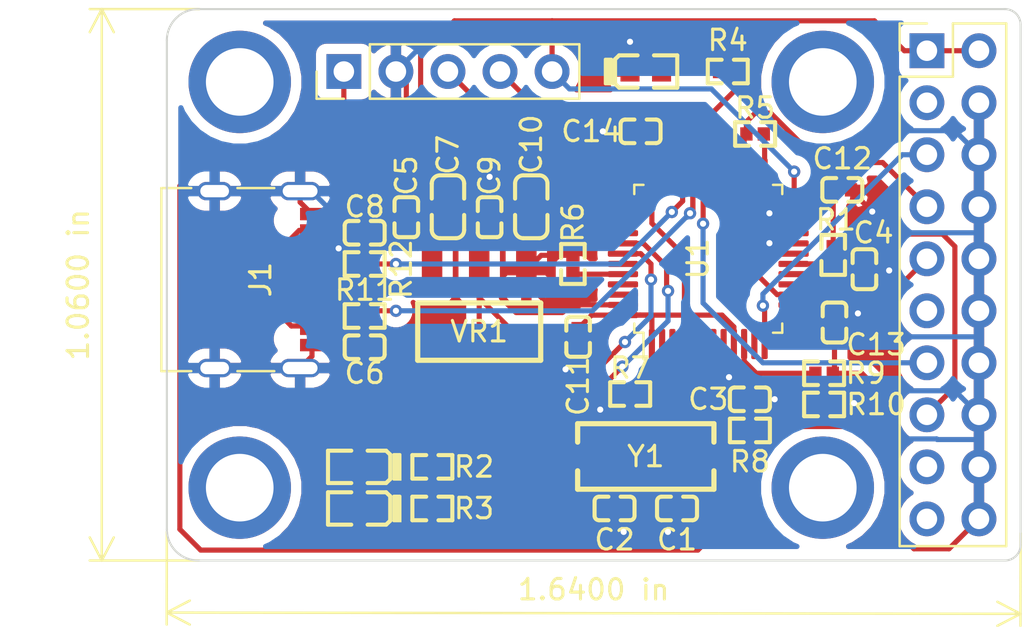
<source format=kicad_pcb>
(kicad_pcb (version 20171130) (host pcbnew 5.1.4-e60b266~84~ubuntu18.04.1)

  (general
    (thickness 1.6)
    (drawings 10)
    (tracks 376)
    (zones 0)
    (modules 35)
    (nets 54)
  )

  (page A4)
  (layers
    (0 F.Cu signal)
    (31 B.Cu signal)
    (32 B.Adhes user)
    (33 F.Adhes user)
    (34 B.Paste user)
    (35 F.Paste user)
    (36 B.SilkS user)
    (37 F.SilkS user)
    (38 B.Mask user)
    (39 F.Mask user)
    (40 Dwgs.User user)
    (41 Cmts.User user)
    (42 Eco1.User user)
    (43 Eco2.User user)
    (44 Edge.Cuts user)
    (45 Margin user)
    (46 B.CrtYd user)
    (47 F.CrtYd user)
    (48 B.Fab user)
    (49 F.Fab user)
  )

  (setup
    (last_trace_width 0.25)
    (trace_clearance 0.2)
    (zone_clearance 0.508)
    (zone_45_only no)
    (trace_min 0.2)
    (via_size 0.6)
    (via_drill 0.3)
    (via_min_size 0.6)
    (via_min_drill 0.3)
    (uvia_size 0.3)
    (uvia_drill 0.1)
    (uvias_allowed no)
    (uvia_min_size 0.2)
    (uvia_min_drill 0.1)
    (edge_width 0.05)
    (segment_width 0.2)
    (pcb_text_width 0.3)
    (pcb_text_size 1.5 1.5)
    (mod_edge_width 0.12)
    (mod_text_size 1 1)
    (mod_text_width 0.15)
    (pad_size 0.6 0.65)
    (pad_drill 0)
    (pad_to_mask_clearance 0.051)
    (solder_mask_min_width 0.25)
    (aux_axis_origin 0 0)
    (grid_origin 118.364 163.068)
    (visible_elements FFFFFF7F)
    (pcbplotparams
      (layerselection 0x010fc_ffffffff)
      (usegerberextensions false)
      (usegerberattributes false)
      (usegerberadvancedattributes false)
      (creategerberjobfile false)
      (excludeedgelayer true)
      (linewidth 0.100000)
      (plotframeref false)
      (viasonmask false)
      (mode 1)
      (useauxorigin false)
      (hpglpennumber 1)
      (hpglpenspeed 20)
      (hpglpendiameter 15.000000)
      (psnegative false)
      (psa4output false)
      (plotreference true)
      (plotvalue true)
      (plotinvisibletext false)
      (padsonsilk false)
      (subtractmaskfromsilk false)
      (outputformat 1)
      (mirror false)
      (drillshape 1)
      (scaleselection 1)
      (outputdirectory ""))
  )

  (net 0 "")
  (net 1 "Net-(C1-Pad2)")
  (net 2 GND)
  (net 3 "Net-(C2-Pad2)")
  (net 4 /IF_NRESET)
  (net 5 /TGT_NRESET)
  (net 6 "Net-(C5-Pad1)")
  (net 7 "Net-(C6-Pad1)")
  (net 8 "Net-(C8-Pad1)")
  (net 9 +3V3)
  (net 10 "Net-(D_BULE1-PadK)")
  (net 11 "Net-(D_GREEN1-PadK)")
  (net 12 "Net-(D_RED1-PadA)")
  (net 13 /IF_SWDIO)
  (net 14 /IF_SWCLK)
  (net 15 "Net-(J1-PadB5)")
  (net 16 /TGT_USB_D+)
  (net 17 "Net-(J1-PadA8)")
  (net 18 "Net-(J1-PadA5)")
  (net 19 "Net-(J1-PadB8)")
  (net 20 /TGT_USB_D-)
  (net 21 /LED_BULE)
  (net 22 /LED_GREEN)
  (net 23 /LED_RED)
  (net 24 "Net-(R5-Pad2)")
  (net 25 /TGT_SWDIO)
  (net 26 "Net-(R6-Pad2)")
  (net 27 "Net-(R7-Pad2)")
  (net 28 "Net-(R10-Pad1)")
  (net 29 /TGT_RX)
  (net 30 /TGT_SWO)
  (net 31 /TGT_SWCLK)
  (net 32 /TGT_TX)
  (net 33 "Net-(U1-Pad46)")
  (net 34 "Net-(U1-Pad45)")
  (net 35 "Net-(U1-Pad43)")
  (net 36 "Net-(U1-Pad40)")
  (net 37 "Net-(U1-Pad39)")
  (net 38 "Net-(U1-Pad38)")
  (net 39 "Net-(U1-Pad29)")
  (net 40 "Net-(U1-Pad28)")
  (net 41 "Net-(U1-Pad22)")
  (net 42 "Net-(U1-Pad21)")
  (net 43 "Net-(U1-Pad19)")
  (net 44 "Net-(U1-Pad17)")
  (net 45 "Net-(U1-Pad16)")
  (net 46 "Net-(U1-Pad14)")
  (net 47 "Net-(U1-Pad11)")
  (net 48 "Net-(U1-Pad4)")
  (net 49 "Net-(U1-Pad3)")
  (net 50 "Net-(JTAG1-Pad19)")
  (net 51 "Net-(JTAG1-Pad17)")
  (net 52 "Net-(JTAG1-Pad11)")
  (net 53 "Net-(JTAG1-Pad3)")

  (net_class Default 这是默认网络类。
    (clearance 0.2)
    (trace_width 0.25)
    (via_dia 0.6)
    (via_drill 0.3)
    (uvia_dia 0.3)
    (uvia_drill 0.1)
    (add_net +3V3)
    (add_net /IF_NRESET)
    (add_net /IF_SWCLK)
    (add_net /IF_SWDIO)
    (add_net /LED_BULE)
    (add_net /LED_GREEN)
    (add_net /LED_RED)
    (add_net /TGT_NRESET)
    (add_net /TGT_RX)
    (add_net /TGT_SWCLK)
    (add_net /TGT_SWDIO)
    (add_net /TGT_SWO)
    (add_net /TGT_TX)
    (add_net /TGT_USB_D+)
    (add_net /TGT_USB_D-)
    (add_net GND)
    (add_net "Net-(C1-Pad2)")
    (add_net "Net-(C2-Pad2)")
    (add_net "Net-(C5-Pad1)")
    (add_net "Net-(C6-Pad1)")
    (add_net "Net-(C8-Pad1)")
    (add_net "Net-(D_BULE1-PadK)")
    (add_net "Net-(D_GREEN1-PadK)")
    (add_net "Net-(D_RED1-PadA)")
    (add_net "Net-(J1-PadA5)")
    (add_net "Net-(J1-PadA8)")
    (add_net "Net-(J1-PadB5)")
    (add_net "Net-(J1-PadB8)")
    (add_net "Net-(JTAG1-Pad11)")
    (add_net "Net-(JTAG1-Pad17)")
    (add_net "Net-(JTAG1-Pad19)")
    (add_net "Net-(JTAG1-Pad3)")
    (add_net "Net-(R10-Pad1)")
    (add_net "Net-(R5-Pad2)")
    (add_net "Net-(R6-Pad2)")
    (add_net "Net-(R7-Pad2)")
    (add_net "Net-(U1-Pad11)")
    (add_net "Net-(U1-Pad14)")
    (add_net "Net-(U1-Pad16)")
    (add_net "Net-(U1-Pad17)")
    (add_net "Net-(U1-Pad19)")
    (add_net "Net-(U1-Pad21)")
    (add_net "Net-(U1-Pad22)")
    (add_net "Net-(U1-Pad28)")
    (add_net "Net-(U1-Pad29)")
    (add_net "Net-(U1-Pad3)")
    (add_net "Net-(U1-Pad38)")
    (add_net "Net-(U1-Pad39)")
    (add_net "Net-(U1-Pad4)")
    (add_net "Net-(U1-Pad40)")
    (add_net "Net-(U1-Pad43)")
    (add_net "Net-(U1-Pad45)")
    (add_net "Net-(U1-Pad46)")
  )

  (module Connector_PinHeader_2.54mm:PinHeader_2x10_P2.54mm_Vertical (layer F.Cu) (tedit 59FED5CC) (tstamp 5DAB5061)
    (at 155.448 138.176)
    (descr "Through hole straight pin header, 2x10, 2.54mm pitch, double rows")
    (tags "Through hole pin header THT 2x10 2.54mm double row")
    (path /5DBE9D37)
    (fp_text reference JTAG1 (at 1.27 -2.33) (layer F.SilkS) hide
      (effects (font (size 1 1) (thickness 0.15)))
    )
    (fp_text value Conn_02x10_Top_Bottom (at 1.27 25.19) (layer F.Fab) hide
      (effects (font (size 1 1) (thickness 0.15)))
    )
    (fp_text user %R (at 6.096 10.414 90) (layer F.Fab) hide
      (effects (font (size 1 1) (thickness 0.15)))
    )
    (fp_line (start 4.35 -1.8) (end -1.8 -1.8) (layer F.CrtYd) (width 0.05))
    (fp_line (start 4.35 24.65) (end 4.35 -1.8) (layer F.CrtYd) (width 0.05))
    (fp_line (start -1.8 24.65) (end 4.35 24.65) (layer F.CrtYd) (width 0.05))
    (fp_line (start -1.8 -1.8) (end -1.8 24.65) (layer F.CrtYd) (width 0.05))
    (fp_line (start -1.33 -1.33) (end 0 -1.33) (layer F.SilkS) (width 0.12))
    (fp_line (start -1.33 0) (end -1.33 -1.33) (layer F.SilkS) (width 0.12))
    (fp_line (start 1.27 -1.33) (end 3.87 -1.33) (layer F.SilkS) (width 0.12))
    (fp_line (start 1.27 1.27) (end 1.27 -1.33) (layer F.SilkS) (width 0.12))
    (fp_line (start -1.33 1.27) (end 1.27 1.27) (layer F.SilkS) (width 0.12))
    (fp_line (start 3.87 -1.33) (end 3.87 24.19) (layer F.SilkS) (width 0.12))
    (fp_line (start -1.33 1.27) (end -1.33 24.19) (layer F.SilkS) (width 0.12))
    (fp_line (start -1.33 24.19) (end 3.87 24.19) (layer F.SilkS) (width 0.12))
    (fp_line (start -1.27 0) (end 0 -1.27) (layer F.Fab) (width 0.1))
    (fp_line (start -1.27 24.13) (end -1.27 0) (layer F.Fab) (width 0.1))
    (fp_line (start 3.81 24.13) (end -1.27 24.13) (layer F.Fab) (width 0.1))
    (fp_line (start 3.81 -1.27) (end 3.81 24.13) (layer F.Fab) (width 0.1))
    (fp_line (start 0 -1.27) (end 3.81 -1.27) (layer F.Fab) (width 0.1))
    (pad 20 thru_hole oval (at 2.54 22.86) (size 1.7 1.7) (drill 1) (layers *.Cu *.Mask)
      (net 2 GND))
    (pad 19 thru_hole oval (at 0 22.86) (size 1.7 1.7) (drill 1) (layers *.Cu *.Mask)
      (net 50 "Net-(JTAG1-Pad19)"))
    (pad 18 thru_hole oval (at 2.54 20.32) (size 1.7 1.7) (drill 1) (layers *.Cu *.Mask)
      (net 2 GND))
    (pad 17 thru_hole oval (at 0 20.32) (size 1.7 1.7) (drill 1) (layers *.Cu *.Mask)
      (net 51 "Net-(JTAG1-Pad17)"))
    (pad 16 thru_hole oval (at 2.54 17.78) (size 1.7 1.7) (drill 1) (layers *.Cu *.Mask)
      (net 2 GND))
    (pad 15 thru_hole oval (at 0 17.78) (size 1.7 1.7) (drill 1) (layers *.Cu *.Mask)
      (net 5 /TGT_NRESET))
    (pad 14 thru_hole oval (at 2.54 15.24) (size 1.7 1.7) (drill 1) (layers *.Cu *.Mask)
      (net 2 GND))
    (pad 13 thru_hole oval (at 0 15.24) (size 1.7 1.7) (drill 1) (layers *.Cu *.Mask)
      (net 30 /TGT_SWO))
    (pad 12 thru_hole oval (at 2.54 12.7) (size 1.7 1.7) (drill 1) (layers *.Cu *.Mask)
      (net 2 GND))
    (pad 11 thru_hole oval (at 0 12.7) (size 1.7 1.7) (drill 1) (layers *.Cu *.Mask)
      (net 52 "Net-(JTAG1-Pad11)"))
    (pad 10 thru_hole oval (at 2.54 10.16) (size 1.7 1.7) (drill 1) (layers *.Cu *.Mask)
      (net 2 GND))
    (pad 9 thru_hole oval (at 0 10.16) (size 1.7 1.7) (drill 1) (layers *.Cu *.Mask)
      (net 31 /TGT_SWCLK))
    (pad 8 thru_hole oval (at 2.54 7.62) (size 1.7 1.7) (drill 1) (layers *.Cu *.Mask)
      (net 2 GND))
    (pad 7 thru_hole oval (at 0 7.62) (size 1.7 1.7) (drill 1) (layers *.Cu *.Mask)
      (net 25 /TGT_SWDIO))
    (pad 6 thru_hole oval (at 2.54 5.08) (size 1.7 1.7) (drill 1) (layers *.Cu *.Mask)
      (net 2 GND))
    (pad 5 thru_hole oval (at 0 5.08) (size 1.7 1.7) (drill 1) (layers *.Cu *.Mask)
      (net 29 /TGT_RX))
    (pad 4 thru_hole oval (at 2.54 2.54) (size 1.7 1.7) (drill 1) (layers *.Cu *.Mask)
      (net 2 GND))
    (pad 3 thru_hole oval (at 0 2.54) (size 1.7 1.7) (drill 1) (layers *.Cu *.Mask)
      (net 53 "Net-(JTAG1-Pad3)"))
    (pad 2 thru_hole oval (at 2.54 0) (size 1.7 1.7) (drill 1) (layers *.Cu *.Mask)
      (net 9 +3V3))
    (pad 1 thru_hole rect (at 0 0) (size 1.7 1.7) (drill 1) (layers *.Cu *.Mask)
      (net 9 +3V3))
    (model ${KISYS3DMOD}/Connector_PinHeader_2.54mm.3dshapes/PinHeader_2x10_P2.54mm_Vertical.wrl
      (at (xyz 0 0 0))
      (scale (xyz 1 1 1))
      (rotate (xyz 0 0 0))
    )
  )

  (module lc_lib:SMD-5032_2P (layer F.Cu) (tedit 58AA841A) (tstamp 5DA62D7F)
    (at 141.732 157.988)
    (path /5D9B883B)
    (fp_text reference Y1 (at 0 0) (layer F.SilkS)
      (effects (font (size 1 1) (thickness 0.15)))
    )
    (fp_text value SMD-5032_2P_8MHz_20ppm_20pF (at -0.203962 4.225724) (layer F.Fab) hide
      (effects (font (size 1 1) (thickness 0.15)))
    )
    (fp_line (start -3.375 1.65) (end -3.375 -1.65) (layer F.CrtYd) (width 0.05))
    (fp_line (start 3.375 1.65) (end -3.375 1.65) (layer F.CrtYd) (width 0.05))
    (fp_line (start 3.375 -1.65) (end 3.375 1.65) (layer F.CrtYd) (width 0.05))
    (fp_line (start -3.375 -1.65) (end 3.375 -1.65) (layer F.CrtYd) (width 0.05))
    (fp_line (start -3.325 -1.6) (end 3.325 -1.6) (layer F.SilkS) (width 0.254))
    (fp_line (start -3.325 -0.7) (end -3.325 -1.6) (layer F.SilkS) (width 0.254))
    (fp_line (start 3.325 -0.7) (end 3.325 -1.6) (layer F.SilkS) (width 0.254))
    (fp_line (start -3.325 1.6) (end -3.325 0.7) (layer F.SilkS) (width 0.254))
    (fp_line (start 3.325 1.6) (end 3.325 0.7) (layer F.SilkS) (width 0.254))
    (fp_line (start -3.325 1.6) (end 3.325 1.6) (layer F.SilkS) (width 0.254))
    (fp_line (start 2.5 1.6) (end 2.5 -1.6) (layer F.Fab) (width 0.1))
    (fp_line (start -2.5 1.6) (end -2.5 -1.6) (layer F.Fab) (width 0.1))
    (fp_line (start -2.5 1.6) (end 2.5 1.6) (layer F.Fab) (width 0.1))
    (fp_line (start -2.5 -1.6) (end 2.5 -1.6) (layer F.Fab) (width 0.1))
    (pad 2 smd rect (at 2.05 0 90) (size 2.4 1.9) (layers F.Cu F.Paste F.Mask)
      (net 1 "Net-(C1-Pad2)"))
    (pad 1 smd rect (at -2.05 0 90) (size 2.4 1.9) (layers F.Cu F.Paste F.Mask)
      (net 3 "Net-(C2-Pad2)"))
    (model ${KISYS3DMOD}/Crystals.3dshapes/Crystal_SMD_5032-2pin_5.0x3.2mm.step
      (at (xyz 0 0 0))
      (scale (xyz 1 1 1))
      (rotate (xyz 0 0 0))
    )
  )

  (module lc_lib:SOT-223 (layer F.Cu) (tedit 58AA841A) (tstamp 5DA62D6B)
    (at 133.604 151.892 90)
    (path /5DB206B2)
    (fp_text reference VR1 (at 0 0 180) (layer F.SilkS)
      (effects (font (size 1 1) (thickness 0.15)))
    )
    (fp_text value SOT-223_AMS1117-3.3 (at -2.134667 5.898724 90) (layer F.Fab) hide
      (effects (font (size 1 1) (thickness 0.15)))
    )
    (fp_line (start -4.15 3.4) (end -4.15 -3.4) (layer F.CrtYd) (width 0.05))
    (fp_line (start 4.15 3.4) (end -4.15 3.4) (layer F.CrtYd) (width 0.05))
    (fp_line (start 4.15 -3.4) (end 4.15 3.4) (layer F.CrtYd) (width 0.05))
    (fp_line (start -4.15 -3.4) (end 4.15 -3.4) (layer F.CrtYd) (width 0.05))
    (fp_line (start 1.4 3) (end 1.4 -3) (layer F.SilkS) (width 0.254))
    (fp_line (start -1.4 3) (end 1.4 3) (layer F.SilkS) (width 0.254))
    (fp_line (start -1.4 3) (end -1.4 -3) (layer F.SilkS) (width 0.254))
    (fp_line (start -1.4 -3) (end 1.4 -3) (layer F.SilkS) (width 0.254))
    (fp_line (start 1.85 3.35) (end 1.85 -3.35) (layer F.Fab) (width 0.1))
    (fp_line (start -1.85 3.35) (end -1.85 -3.35) (layer F.Fab) (width 0.1))
    (fp_line (start -1.85 3.35) (end 1.85 3.35) (layer F.Fab) (width 0.1))
    (fp_line (start -1.85 -3.35) (end 1.85 -3.35) (layer F.Fab) (width 0.1))
    (pad 3 smd rect (at 3 -2.3) (size 1 2.2) (layers F.Cu F.Paste F.Mask)
      (net 6 "Net-(C5-Pad1)"))
    (pad 2 smd rect (at -3 0) (size 3.5 2.2) (layers F.Cu F.Paste F.Mask)
      (net 9 +3V3))
    (pad 2 smd rect (at 3 0) (size 1 2.2) (layers F.Cu F.Paste F.Mask)
      (net 9 +3V3))
    (pad 1 smd rect (at 3 2.3) (size 1 2.2) (layers F.Cu F.Paste F.Mask)
      (net 2 GND))
    (model ${KISYS3DMOD}/Package_TO_SOT_SMD.3dshapes/SOT-223.step
      (at (xyz 0 0 0))
      (scale (xyz 1 1 1))
      (rotate (xyz 0 0 180))
    )
  )

  (module Package_QFP:LQFP-48_7x7mm_P0.5mm (layer F.Cu) (tedit 5C18330E) (tstamp 5DAC75FB)
    (at 144.78 148.336 90)
    (descr "LQFP, 48 Pin (https://www.analog.com/media/en/technical-documentation/data-sheets/ltc2358-16.pdf), generated with kicad-footprint-generator ipc_gullwing_generator.py")
    (tags "LQFP QFP")
    (path /5D9901D4)
    (attr smd)
    (fp_text reference U1 (at 0 -0.508 90) (layer F.SilkS)
      (effects (font (size 1 1) (thickness 0.15)))
    )
    (fp_text value STM32F103CBTx (at 0 5.85 90) (layer F.Fab) hide
      (effects (font (size 1 1) (thickness 0.15)))
    )
    (fp_text user %R (at -0.508 -0.508) (layer F.Fab) hide
      (effects (font (size 1 1) (thickness 0.15)))
    )
    (fp_line (start 5.15 3.15) (end 5.15 0) (layer F.CrtYd) (width 0.05))
    (fp_line (start 3.75 3.15) (end 5.15 3.15) (layer F.CrtYd) (width 0.05))
    (fp_line (start 3.75 3.75) (end 3.75 3.15) (layer F.CrtYd) (width 0.05))
    (fp_line (start 3.15 3.75) (end 3.75 3.75) (layer F.CrtYd) (width 0.05))
    (fp_line (start 3.15 5.15) (end 3.15 3.75) (layer F.CrtYd) (width 0.05))
    (fp_line (start 0 5.15) (end 3.15 5.15) (layer F.CrtYd) (width 0.05))
    (fp_line (start -5.15 3.15) (end -5.15 0) (layer F.CrtYd) (width 0.05))
    (fp_line (start -3.75 3.15) (end -5.15 3.15) (layer F.CrtYd) (width 0.05))
    (fp_line (start -3.75 3.75) (end -3.75 3.15) (layer F.CrtYd) (width 0.05))
    (fp_line (start -3.15 3.75) (end -3.75 3.75) (layer F.CrtYd) (width 0.05))
    (fp_line (start -3.15 5.15) (end -3.15 3.75) (layer F.CrtYd) (width 0.05))
    (fp_line (start 0 5.15) (end -3.15 5.15) (layer F.CrtYd) (width 0.05))
    (fp_line (start 5.15 -3.15) (end 5.15 0) (layer F.CrtYd) (width 0.05))
    (fp_line (start 3.75 -3.15) (end 5.15 -3.15) (layer F.CrtYd) (width 0.05))
    (fp_line (start 3.75 -3.75) (end 3.75 -3.15) (layer F.CrtYd) (width 0.05))
    (fp_line (start 3.15 -3.75) (end 3.75 -3.75) (layer F.CrtYd) (width 0.05))
    (fp_line (start 3.15 -5.15) (end 3.15 -3.75) (layer F.CrtYd) (width 0.05))
    (fp_line (start 0 -5.15) (end 3.15 -5.15) (layer F.CrtYd) (width 0.05))
    (fp_line (start -5.15 -3.15) (end -5.15 0) (layer F.CrtYd) (width 0.05))
    (fp_line (start -3.75 -3.15) (end -5.15 -3.15) (layer F.CrtYd) (width 0.05))
    (fp_line (start -3.75 -3.75) (end -3.75 -3.15) (layer F.CrtYd) (width 0.05))
    (fp_line (start -3.15 -3.75) (end -3.75 -3.75) (layer F.CrtYd) (width 0.05))
    (fp_line (start -3.15 -5.15) (end -3.15 -3.75) (layer F.CrtYd) (width 0.05))
    (fp_line (start 0 -5.15) (end -3.15 -5.15) (layer F.CrtYd) (width 0.05))
    (fp_line (start -3.5 -2.5) (end -2.5 -3.5) (layer F.Fab) (width 0.1))
    (fp_line (start -3.5 3.5) (end -3.5 -2.5) (layer F.Fab) (width 0.1))
    (fp_line (start 3.5 3.5) (end -3.5 3.5) (layer F.Fab) (width 0.1))
    (fp_line (start 3.5 -3.5) (end 3.5 3.5) (layer F.Fab) (width 0.1))
    (fp_line (start -2.5 -3.5) (end 3.5 -3.5) (layer F.Fab) (width 0.1))
    (fp_line (start -3.61 -3.16) (end -4.9 -3.16) (layer F.SilkS) (width 0.12))
    (fp_line (start -3.61 -3.61) (end -3.61 -3.16) (layer F.SilkS) (width 0.12))
    (fp_line (start -3.16 -3.61) (end -3.61 -3.61) (layer F.SilkS) (width 0.12))
    (fp_line (start 3.61 -3.61) (end 3.61 -3.16) (layer F.SilkS) (width 0.12))
    (fp_line (start 3.16 -3.61) (end 3.61 -3.61) (layer F.SilkS) (width 0.12))
    (fp_line (start -3.61 3.61) (end -3.61 3.16) (layer F.SilkS) (width 0.12))
    (fp_line (start -3.16 3.61) (end -3.61 3.61) (layer F.SilkS) (width 0.12))
    (fp_line (start 3.61 3.61) (end 3.61 3.16) (layer F.SilkS) (width 0.12))
    (fp_line (start 3.16 3.61) (end 3.61 3.61) (layer F.SilkS) (width 0.12))
    (pad 48 smd roundrect (at -2.75 -4.1625 90) (size 0.3 1.475) (layers F.Cu F.Paste F.Mask) (roundrect_rratio 0.25)
      (net 9 +3V3))
    (pad 47 smd roundrect (at -2.25 -4.1625 90) (size 0.3 1.475) (layers F.Cu F.Paste F.Mask) (roundrect_rratio 0.25)
      (net 2 GND))
    (pad 46 smd roundrect (at -1.75 -4.1625 90) (size 0.3 1.475) (layers F.Cu F.Paste F.Mask) (roundrect_rratio 0.25)
      (net 33 "Net-(U1-Pad46)"))
    (pad 45 smd roundrect (at -1.25 -4.1625 90) (size 0.3 1.475) (layers F.Cu F.Paste F.Mask) (roundrect_rratio 0.25)
      (net 34 "Net-(U1-Pad45)"))
    (pad 44 smd roundrect (at -0.75 -4.1625 90) (size 0.3 1.475) (layers F.Cu F.Paste F.Mask) (roundrect_rratio 0.25)
      (net 26 "Net-(R6-Pad2)"))
    (pad 43 smd roundrect (at -0.25 -4.1625 90) (size 0.3 1.475) (layers F.Cu F.Paste F.Mask) (roundrect_rratio 0.25)
      (net 35 "Net-(U1-Pad43)"))
    (pad 42 smd roundrect (at 0.25 -4.1625 90) (size 0.3 1.475) (layers F.Cu F.Paste F.Mask) (roundrect_rratio 0.25)
      (net 21 /LED_BULE))
    (pad 41 smd roundrect (at 0.75 -4.1625 90) (size 0.3 1.475) (layers F.Cu F.Paste F.Mask) (roundrect_rratio 0.25)
      (net 22 /LED_GREEN))
    (pad 40 smd roundrect (at 1.25 -4.1625 90) (size 0.3 1.475) (layers F.Cu F.Paste F.Mask) (roundrect_rratio 0.25)
      (net 36 "Net-(U1-Pad40)"))
    (pad 39 smd roundrect (at 1.75 -4.1625 90) (size 0.3 1.475) (layers F.Cu F.Paste F.Mask) (roundrect_rratio 0.25)
      (net 37 "Net-(U1-Pad39)"))
    (pad 38 smd roundrect (at 2.25 -4.1625 90) (size 0.3 1.475) (layers F.Cu F.Paste F.Mask) (roundrect_rratio 0.25)
      (net 38 "Net-(U1-Pad38)"))
    (pad 37 smd roundrect (at 2.75 -4.1625 90) (size 0.3 1.475) (layers F.Cu F.Paste F.Mask) (roundrect_rratio 0.25)
      (net 14 /IF_SWCLK))
    (pad 36 smd roundrect (at 4.1625 -2.75 90) (size 1.475 0.3) (layers F.Cu F.Paste F.Mask) (roundrect_rratio 0.25)
      (net 9 +3V3))
    (pad 35 smd roundrect (at 4.1625 -2.25 90) (size 1.475 0.3) (layers F.Cu F.Paste F.Mask) (roundrect_rratio 0.25)
      (net 2 GND))
    (pad 34 smd roundrect (at 4.1625 -1.75 90) (size 1.475 0.3) (layers F.Cu F.Paste F.Mask) (roundrect_rratio 0.25)
      (net 13 /IF_SWDIO))
    (pad 33 smd roundrect (at 4.1625 -1.25 90) (size 1.475 0.3) (layers F.Cu F.Paste F.Mask) (roundrect_rratio 0.25)
      (net 8 "Net-(C8-Pad1)"))
    (pad 32 smd roundrect (at 4.1625 -0.75 90) (size 1.475 0.3) (layers F.Cu F.Paste F.Mask) (roundrect_rratio 0.25)
      (net 7 "Net-(C6-Pad1)"))
    (pad 31 smd roundrect (at 4.1625 -0.25 90) (size 1.475 0.3) (layers F.Cu F.Paste F.Mask) (roundrect_rratio 0.25)
      (net 30 /TGT_SWO))
    (pad 30 smd roundrect (at 4.1625 0.25 90) (size 1.475 0.3) (layers F.Cu F.Paste F.Mask) (roundrect_rratio 0.25)
      (net 23 /LED_RED))
    (pad 29 smd roundrect (at 4.1625 0.75 90) (size 1.475 0.3) (layers F.Cu F.Paste F.Mask) (roundrect_rratio 0.25)
      (net 39 "Net-(U1-Pad29)"))
    (pad 28 smd roundrect (at 4.1625 1.25 90) (size 1.475 0.3) (layers F.Cu F.Paste F.Mask) (roundrect_rratio 0.25)
      (net 40 "Net-(U1-Pad28)"))
    (pad 27 smd roundrect (at 4.1625 1.75 90) (size 1.475 0.3) (layers F.Cu F.Paste F.Mask) (roundrect_rratio 0.25)
      (net 25 /TGT_SWDIO))
    (pad 26 smd roundrect (at 4.1625 2.25 90) (size 1.475 0.3) (layers F.Cu F.Paste F.Mask) (roundrect_rratio 0.25)
      (net 31 /TGT_SWCLK))
    (pad 25 smd roundrect (at 4.1625 2.75 90) (size 1.475 0.3) (layers F.Cu F.Paste F.Mask) (roundrect_rratio 0.25)
      (net 24 "Net-(R5-Pad2)"))
    (pad 24 smd roundrect (at 2.75 4.1625 90) (size 0.3 1.475) (layers F.Cu F.Paste F.Mask) (roundrect_rratio 0.25)
      (net 9 +3V3))
    (pad 23 smd roundrect (at 2.25 4.1625 90) (size 0.3 1.475) (layers F.Cu F.Paste F.Mask) (roundrect_rratio 0.25)
      (net 2 GND))
    (pad 22 smd roundrect (at 1.75 4.1625 90) (size 0.3 1.475) (layers F.Cu F.Paste F.Mask) (roundrect_rratio 0.25)
      (net 41 "Net-(U1-Pad22)"))
    (pad 21 smd roundrect (at 1.25 4.1625 90) (size 0.3 1.475) (layers F.Cu F.Paste F.Mask) (roundrect_rratio 0.25)
      (net 42 "Net-(U1-Pad21)"))
    (pad 20 smd roundrect (at 0.75 4.1625 90) (size 0.3 1.475) (layers F.Cu F.Paste F.Mask) (roundrect_rratio 0.25)
      (net 2 GND))
    (pad 19 smd roundrect (at 0.25 4.1625 90) (size 0.3 1.475) (layers F.Cu F.Paste F.Mask) (roundrect_rratio 0.25)
      (net 43 "Net-(U1-Pad19)"))
    (pad 18 smd roundrect (at -0.25 4.1625 90) (size 0.3 1.475) (layers F.Cu F.Paste F.Mask) (roundrect_rratio 0.25)
      (net 5 /TGT_NRESET))
    (pad 17 smd roundrect (at -0.75 4.1625 90) (size 0.3 1.475) (layers F.Cu F.Paste F.Mask) (roundrect_rratio 0.25)
      (net 44 "Net-(U1-Pad17)"))
    (pad 16 smd roundrect (at -1.25 4.1625 90) (size 0.3 1.475) (layers F.Cu F.Paste F.Mask) (roundrect_rratio 0.25)
      (net 45 "Net-(U1-Pad16)"))
    (pad 15 smd roundrect (at -1.75 4.1625 90) (size 0.3 1.475) (layers F.Cu F.Paste F.Mask) (roundrect_rratio 0.25)
      (net 31 /TGT_SWCLK))
    (pad 14 smd roundrect (at -2.25 4.1625 90) (size 0.3 1.475) (layers F.Cu F.Paste F.Mask) (roundrect_rratio 0.25)
      (net 46 "Net-(U1-Pad14)"))
    (pad 13 smd roundrect (at -2.75 4.1625 90) (size 0.3 1.475) (layers F.Cu F.Paste F.Mask) (roundrect_rratio 0.25)
      (net 32 /TGT_TX))
    (pad 12 smd roundrect (at -4.1625 2.75 90) (size 1.475 0.3) (layers F.Cu F.Paste F.Mask) (roundrect_rratio 0.25)
      (net 29 /TGT_RX))
    (pad 11 smd roundrect (at -4.1625 2.25 90) (size 1.475 0.3) (layers F.Cu F.Paste F.Mask) (roundrect_rratio 0.25)
      (net 47 "Net-(U1-Pad11)"))
    (pad 10 smd roundrect (at -4.1625 1.75 90) (size 1.475 0.3) (layers F.Cu F.Paste F.Mask) (roundrect_rratio 0.25)
      (net 28 "Net-(R10-Pad1)"))
    (pad 9 smd roundrect (at -4.1625 1.25 90) (size 1.475 0.3) (layers F.Cu F.Paste F.Mask) (roundrect_rratio 0.25)
      (net 9 +3V3))
    (pad 8 smd roundrect (at -4.1625 0.75 90) (size 1.475 0.3) (layers F.Cu F.Paste F.Mask) (roundrect_rratio 0.25)
      (net 2 GND))
    (pad 7 smd roundrect (at -4.1625 0.25 90) (size 1.475 0.3) (layers F.Cu F.Paste F.Mask) (roundrect_rratio 0.25)
      (net 4 /IF_NRESET))
    (pad 6 smd roundrect (at -4.1625 -0.25 90) (size 1.475 0.3) (layers F.Cu F.Paste F.Mask) (roundrect_rratio 0.25)
      (net 1 "Net-(C1-Pad2)"))
    (pad 5 smd roundrect (at -4.1625 -0.75 90) (size 1.475 0.3) (layers F.Cu F.Paste F.Mask) (roundrect_rratio 0.25)
      (net 3 "Net-(C2-Pad2)"))
    (pad 4 smd roundrect (at -4.1625 -1.25 90) (size 1.475 0.3) (layers F.Cu F.Paste F.Mask) (roundrect_rratio 0.25)
      (net 48 "Net-(U1-Pad4)"))
    (pad 3 smd roundrect (at -4.1625 -1.75 90) (size 1.475 0.3) (layers F.Cu F.Paste F.Mask) (roundrect_rratio 0.25)
      (net 49 "Net-(U1-Pad3)"))
    (pad 2 smd roundrect (at -4.1625 -2.25 90) (size 1.475 0.3) (layers F.Cu F.Paste F.Mask) (roundrect_rratio 0.25)
      (net 27 "Net-(R7-Pad2)"))
    (pad 1 smd roundrect (at -4.1625 -2.75 90) (size 1.475 0.3) (layers F.Cu F.Paste F.Mask) (roundrect_rratio 0.25)
      (net 9 +3V3))
    (model ${KISYS3DMOD}/Package_QFP.3dshapes/LQFP-48_7x7mm_P0.5mm.wrl
      (at (xyz 0 0 0))
      (scale (xyz 1 1 1))
      (rotate (xyz 0 0 0))
    )
  )

  (module lc_lib:0402_R (layer F.Cu) (tedit 58AA841A) (tstamp 5DA62CDC)
    (at 128.016 148.59 180)
    (path /5DAA09EB)
    (fp_text reference R12 (at -1.778 -0.254 90) (layer F.SilkS)
      (effects (font (size 1 1) (thickness 0.15)))
    )
    (fp_text value 0402_33Ω__33R0_1% (at 0.696657 3.173724) (layer F.Fab) hide
      (effects (font (size 1 1) (thickness 0.15)))
    )
    (fp_line (start -1.025 0.625) (end -1.025 -0.625) (layer F.CrtYd) (width 0.05))
    (fp_line (start 1.025 0.625) (end -1.025 0.625) (layer F.CrtYd) (width 0.05))
    (fp_line (start 1.025 -0.625) (end 1.025 0.625) (layer F.CrtYd) (width 0.05))
    (fp_line (start -1.025 -0.625) (end 1.025 -0.625) (layer F.CrtYd) (width 0.05))
    (fp_line (start 0.3 0.575) (end 0.975 0.575) (layer F.SilkS) (width 0.2))
    (fp_line (start -0.975 0.575) (end -0.3 0.575) (layer F.SilkS) (width 0.2))
    (fp_line (start 0.3 -0.575) (end 0.975 -0.575) (layer F.SilkS) (width 0.2))
    (fp_line (start -0.975 -0.575) (end -0.3 -0.575) (layer F.SilkS) (width 0.2))
    (fp_line (start 0.975 0.575) (end 0.975 -0.575) (layer F.SilkS) (width 0.2))
    (fp_line (start -0.975 0.575) (end -0.975 -0.575) (layer F.SilkS) (width 0.2))
    (pad 2 smd rect (at 0.425 0 180) (size 0.6 0.65) (layers F.Cu F.Paste F.Mask)
      (net 20 /TGT_USB_D-))
    (pad 1 smd rect (at -0.425 0 180) (size 0.6 0.65) (layers F.Cu F.Paste F.Mask)
      (net 8 "Net-(C8-Pad1)"))
    (model ${KISYS3DMOD}/Resistors_SMD.3dshapes/R_0402.step
      (at (xyz 0 0 0))
      (scale (xyz 1 1 1))
      (rotate (xyz 0 0 0))
    )
  )

  (module lc_lib:0402_R (layer F.Cu) (tedit 5DAA9D5C) (tstamp 5DA62CCC)
    (at 128.016 151.13 180)
    (path /5DA9F59C)
    (fp_text reference R11 (at 0 1.27) (layer F.SilkS)
      (effects (font (size 1 1) (thickness 0.15)))
    )
    (fp_text value 0402_33Ω__33R0_1% (at 0.696657 3.173724) (layer F.Fab) hide
      (effects (font (size 1 1) (thickness 0.15)))
    )
    (fp_line (start -1.025 0.625) (end -1.025 -0.625) (layer F.CrtYd) (width 0.05))
    (fp_line (start 1.025 0.625) (end -1.025 0.625) (layer F.CrtYd) (width 0.05))
    (fp_line (start 1.025 -0.625) (end 1.025 0.625) (layer F.CrtYd) (width 0.05))
    (fp_line (start -1.025 -0.625) (end 1.025 -0.625) (layer F.CrtYd) (width 0.05))
    (fp_line (start 0.3 0.575) (end 0.975 0.575) (layer F.SilkS) (width 0.2))
    (fp_line (start -0.975 0.575) (end -0.3 0.575) (layer F.SilkS) (width 0.2))
    (fp_line (start 0.3 -0.575) (end 0.975 -0.575) (layer F.SilkS) (width 0.2))
    (fp_line (start -0.975 -0.575) (end -0.3 -0.575) (layer F.SilkS) (width 0.2))
    (fp_line (start 0.975 0.575) (end 0.975 -0.575) (layer F.SilkS) (width 0.2))
    (fp_line (start -0.975 0.575) (end -0.975 -0.575) (layer F.SilkS) (width 0.2))
    (pad 2 smd rect (at 0.425 0 180) (size 0.6 0.65) (layers F.Cu F.Paste F.Mask)
      (net 16 /TGT_USB_D+))
    (pad 1 smd rect (at -0.425 0 180) (size 0.6 0.65) (layers F.Cu F.Paste F.Mask)
      (net 7 "Net-(C6-Pad1)"))
    (model ${KISYS3DMOD}/Resistors_SMD.3dshapes/R_0402.step
      (at (xyz 0 0 0))
      (scale (xyz 1 1 1))
      (rotate (xyz 0 0 0))
    )
  )

  (module lc_lib:0402_R (layer F.Cu) (tedit 58AA841A) (tstamp 5DA62CBC)
    (at 150.4315 155.448)
    (path /5DA62406)
    (fp_text reference R10 (at 2.54 0) (layer F.SilkS)
      (effects (font (size 1 1) (thickness 0.15)))
    )
    (fp_text value 0402_4.7KΩ__4701_1% (at 0.696657 3.173724) (layer F.Fab) hide
      (effects (font (size 1 1) (thickness 0.15)))
    )
    (fp_line (start -1.025 0.625) (end -1.025 -0.625) (layer F.CrtYd) (width 0.05))
    (fp_line (start 1.025 0.625) (end -1.025 0.625) (layer F.CrtYd) (width 0.05))
    (fp_line (start 1.025 -0.625) (end 1.025 0.625) (layer F.CrtYd) (width 0.05))
    (fp_line (start -1.025 -0.625) (end 1.025 -0.625) (layer F.CrtYd) (width 0.05))
    (fp_line (start 0.3 0.575) (end 0.975 0.575) (layer F.SilkS) (width 0.2))
    (fp_line (start -0.975 0.575) (end -0.3 0.575) (layer F.SilkS) (width 0.2))
    (fp_line (start 0.3 -0.575) (end 0.975 -0.575) (layer F.SilkS) (width 0.2))
    (fp_line (start -0.975 -0.575) (end -0.3 -0.575) (layer F.SilkS) (width 0.2))
    (fp_line (start 0.975 0.575) (end 0.975 -0.575) (layer F.SilkS) (width 0.2))
    (fp_line (start -0.975 0.575) (end -0.975 -0.575) (layer F.SilkS) (width 0.2))
    (pad 2 smd rect (at 0.425 0) (size 0.6 0.65) (layers F.Cu F.Paste F.Mask)
      (net 2 GND))
    (pad 1 smd rect (at -0.425 0) (size 0.6 0.65) (layers F.Cu F.Paste F.Mask)
      (net 28 "Net-(R10-Pad1)"))
    (model ${KISYS3DMOD}/Resistors_SMD.3dshapes/R_0402.step
      (at (xyz 0 0 0))
      (scale (xyz 1 1 1))
      (rotate (xyz 0 0 0))
    )
  )

  (module lc_lib:0402_R (layer F.Cu) (tedit 58AA841A) (tstamp 5DA62CAC)
    (at 150.4315 153.924 180)
    (path /5DA612EA)
    (fp_text reference R9 (at -2.032 0) (layer F.SilkS)
      (effects (font (size 1 1) (thickness 0.15)))
    )
    (fp_text value 0402_4.7KΩ__4701_1% (at 0.696657 3.173724) (layer F.Fab) hide
      (effects (font (size 1 1) (thickness 0.15)))
    )
    (fp_line (start -1.025 0.625) (end -1.025 -0.625) (layer F.CrtYd) (width 0.05))
    (fp_line (start 1.025 0.625) (end -1.025 0.625) (layer F.CrtYd) (width 0.05))
    (fp_line (start 1.025 -0.625) (end 1.025 0.625) (layer F.CrtYd) (width 0.05))
    (fp_line (start -1.025 -0.625) (end 1.025 -0.625) (layer F.CrtYd) (width 0.05))
    (fp_line (start 0.3 0.575) (end 0.975 0.575) (layer F.SilkS) (width 0.2))
    (fp_line (start -0.975 0.575) (end -0.3 0.575) (layer F.SilkS) (width 0.2))
    (fp_line (start 0.3 -0.575) (end 0.975 -0.575) (layer F.SilkS) (width 0.2))
    (fp_line (start -0.975 -0.575) (end -0.3 -0.575) (layer F.SilkS) (width 0.2))
    (fp_line (start 0.975 0.575) (end 0.975 -0.575) (layer F.SilkS) (width 0.2))
    (fp_line (start -0.975 0.575) (end -0.975 -0.575) (layer F.SilkS) (width 0.2))
    (pad 2 smd rect (at 0.425 0 180) (size 0.6 0.65) (layers F.Cu F.Paste F.Mask)
      (net 28 "Net-(R10-Pad1)"))
    (pad 1 smd rect (at -0.425 0 180) (size 0.6 0.65) (layers F.Cu F.Paste F.Mask)
      (net 9 +3V3))
    (model ${KISYS3DMOD}/Resistors_SMD.3dshapes/R_0402.step
      (at (xyz 0 0 0))
      (scale (xyz 1 1 1))
      (rotate (xyz 0 0 0))
    )
  )

  (module lc_lib:0402_R (layer F.Cu) (tedit 58AA841A) (tstamp 5DA62C9C)
    (at 146.812 156.718 180)
    (path /5D9EFCAC)
    (fp_text reference R8 (at 0 -1.524) (layer F.SilkS)
      (effects (font (size 1 1) (thickness 0.15)))
    )
    (fp_text value 0402_100KΩ__1003_1% (at -0.647 4.1) (layer F.Fab) hide
      (effects (font (size 1 1) (thickness 0.15)))
    )
    (fp_line (start -1.025 0.625) (end -1.025 -0.625) (layer F.CrtYd) (width 0.05))
    (fp_line (start 1.025 0.625) (end -1.025 0.625) (layer F.CrtYd) (width 0.05))
    (fp_line (start 1.025 -0.625) (end 1.025 0.625) (layer F.CrtYd) (width 0.05))
    (fp_line (start -1.025 -0.625) (end 1.025 -0.625) (layer F.CrtYd) (width 0.05))
    (fp_line (start 0.3 0.575) (end 0.975 0.575) (layer F.SilkS) (width 0.2))
    (fp_line (start -0.975 0.575) (end -0.3 0.575) (layer F.SilkS) (width 0.2))
    (fp_line (start 0.3 -0.575) (end 0.975 -0.575) (layer F.SilkS) (width 0.2))
    (fp_line (start -0.975 -0.575) (end -0.3 -0.575) (layer F.SilkS) (width 0.2))
    (fp_line (start 0.975 0.575) (end 0.975 -0.575) (layer F.SilkS) (width 0.2))
    (fp_line (start -0.975 0.575) (end -0.975 -0.575) (layer F.SilkS) (width 0.2))
    (pad 2 smd rect (at 0.425 0 180) (size 0.6 0.65) (layers F.Cu F.Paste F.Mask)
      (net 4 /IF_NRESET))
    (pad 1 smd rect (at -0.425 0 180) (size 0.6 0.65) (layers F.Cu F.Paste F.Mask)
      (net 9 +3V3))
    (model ${KISYS3DMOD}/Resistors_SMD.3dshapes/R_0402.step
      (at (xyz 0 0 0))
      (scale (xyz 1 1 1))
      (rotate (xyz 0 0 0))
    )
  )

  (module lc_lib:0402_R (layer F.Cu) (tedit 58AA841A) (tstamp 5DA62C8C)
    (at 140.97 154.94)
    (path /5D9A4900)
    (fp_text reference R7 (at 0 -1.27) (layer F.SilkS)
      (effects (font (size 1 1) (thickness 0.15)))
    )
    (fp_text value 0402_10KΩ__1002_1% (at 0.696657 3.173724) (layer F.Fab) hide
      (effects (font (size 1 1) (thickness 0.15)))
    )
    (fp_line (start -1.025 0.625) (end -1.025 -0.625) (layer F.CrtYd) (width 0.05))
    (fp_line (start 1.025 0.625) (end -1.025 0.625) (layer F.CrtYd) (width 0.05))
    (fp_line (start 1.025 -0.625) (end 1.025 0.625) (layer F.CrtYd) (width 0.05))
    (fp_line (start -1.025 -0.625) (end 1.025 -0.625) (layer F.CrtYd) (width 0.05))
    (fp_line (start 0.3 0.575) (end 0.975 0.575) (layer F.SilkS) (width 0.2))
    (fp_line (start -0.975 0.575) (end -0.3 0.575) (layer F.SilkS) (width 0.2))
    (fp_line (start 0.3 -0.575) (end 0.975 -0.575) (layer F.SilkS) (width 0.2))
    (fp_line (start -0.975 -0.575) (end -0.3 -0.575) (layer F.SilkS) (width 0.2))
    (fp_line (start 0.975 0.575) (end 0.975 -0.575) (layer F.SilkS) (width 0.2))
    (fp_line (start -0.975 0.575) (end -0.975 -0.575) (layer F.SilkS) (width 0.2))
    (pad 2 smd rect (at 0.425 0) (size 0.6 0.65) (layers F.Cu F.Paste F.Mask)
      (net 27 "Net-(R7-Pad2)"))
    (pad 1 smd rect (at -0.425 0) (size 0.6 0.65) (layers F.Cu F.Paste F.Mask)
      (net 2 GND))
    (model ${KISYS3DMOD}/Resistors_SMD.3dshapes/R_0402.step
      (at (xyz 0 0 0))
      (scale (xyz 1 1 1))
      (rotate (xyz 0 0 0))
    )
  )

  (module lc_lib:0402_R (layer F.Cu) (tedit 58AA841A) (tstamp 5DA62C7C)
    (at 138.176 148.59 270)
    (path /5DA95E3F)
    (fp_text reference R6 (at -2.032 0 90) (layer F.SilkS)
      (effects (font (size 1 1) (thickness 0.15)))
    )
    (fp_text value 0402_100KΩ__1003_1% (at 0.696657 3.173724 90) (layer F.Fab) hide
      (effects (font (size 1 1) (thickness 0.15)))
    )
    (fp_line (start -1.025 0.625) (end -1.025 -0.625) (layer F.CrtYd) (width 0.05))
    (fp_line (start 1.025 0.625) (end -1.025 0.625) (layer F.CrtYd) (width 0.05))
    (fp_line (start 1.025 -0.625) (end 1.025 0.625) (layer F.CrtYd) (width 0.05))
    (fp_line (start -1.025 -0.625) (end 1.025 -0.625) (layer F.CrtYd) (width 0.05))
    (fp_line (start 0.3 0.575) (end 0.975 0.575) (layer F.SilkS) (width 0.2))
    (fp_line (start -0.975 0.575) (end -0.3 0.575) (layer F.SilkS) (width 0.2))
    (fp_line (start 0.3 -0.575) (end 0.975 -0.575) (layer F.SilkS) (width 0.2))
    (fp_line (start -0.975 -0.575) (end -0.3 -0.575) (layer F.SilkS) (width 0.2))
    (fp_line (start 0.975 0.575) (end 0.975 -0.575) (layer F.SilkS) (width 0.2))
    (fp_line (start -0.975 0.575) (end -0.975 -0.575) (layer F.SilkS) (width 0.2))
    (pad 2 smd rect (at 0.425 0 270) (size 0.6 0.65) (layers F.Cu F.Paste F.Mask)
      (net 26 "Net-(R6-Pad2)"))
    (pad 1 smd rect (at -0.425 0 270) (size 0.6 0.65) (layers F.Cu F.Paste F.Mask)
      (net 2 GND))
    (model ${KISYS3DMOD}/Resistors_SMD.3dshapes/R_0402.step
      (at (xyz 0 0 0))
      (scale (xyz 1 1 1))
      (rotate (xyz 0 0 0))
    )
  )

  (module lc_lib:0402_R (layer F.Cu) (tedit 58AA841A) (tstamp 5DA62C6C)
    (at 147.066 142.24)
    (path /5DA654F9)
    (fp_text reference R5 (at 0 -1.27) (layer F.SilkS)
      (effects (font (size 1 1) (thickness 0.15)))
    )
    (fp_text value 0402_100Ω__1000_1% (at 0.696657 3.173724) (layer F.Fab) hide
      (effects (font (size 1 1) (thickness 0.15)))
    )
    (fp_line (start -1.025 0.625) (end -1.025 -0.625) (layer F.CrtYd) (width 0.05))
    (fp_line (start 1.025 0.625) (end -1.025 0.625) (layer F.CrtYd) (width 0.05))
    (fp_line (start 1.025 -0.625) (end 1.025 0.625) (layer F.CrtYd) (width 0.05))
    (fp_line (start -1.025 -0.625) (end 1.025 -0.625) (layer F.CrtYd) (width 0.05))
    (fp_line (start 0.3 0.575) (end 0.975 0.575) (layer F.SilkS) (width 0.2))
    (fp_line (start -0.975 0.575) (end -0.3 0.575) (layer F.SilkS) (width 0.2))
    (fp_line (start 0.3 -0.575) (end 0.975 -0.575) (layer F.SilkS) (width 0.2))
    (fp_line (start -0.975 -0.575) (end -0.3 -0.575) (layer F.SilkS) (width 0.2))
    (fp_line (start 0.975 0.575) (end 0.975 -0.575) (layer F.SilkS) (width 0.2))
    (fp_line (start -0.975 0.575) (end -0.975 -0.575) (layer F.SilkS) (width 0.2))
    (pad 2 smd rect (at 0.425 0) (size 0.6 0.65) (layers F.Cu F.Paste F.Mask)
      (net 24 "Net-(R5-Pad2)"))
    (pad 1 smd rect (at -0.425 0) (size 0.6 0.65) (layers F.Cu F.Paste F.Mask)
      (net 25 /TGT_SWDIO))
    (model ${KISYS3DMOD}/Resistors_SMD.3dshapes/R_0402.step
      (at (xyz 0 0 0))
      (scale (xyz 1 1 1))
      (rotate (xyz 0 0 0))
    )
  )

  (module lc_lib:0402_R (layer F.Cu) (tedit 58AA841A) (tstamp 5DA62C5C)
    (at 145.7325 139.192 180)
    (path /5DA33812)
    (fp_text reference R4 (at 0 1.524) (layer F.SilkS)
      (effects (font (size 1 1) (thickness 0.15)))
    )
    (fp_text value 0402_470Ω__4700_1% (at 0.696657 3.173724) (layer F.Fab) hide
      (effects (font (size 1 1) (thickness 0.15)))
    )
    (fp_line (start -1.025 0.625) (end -1.025 -0.625) (layer F.CrtYd) (width 0.05))
    (fp_line (start 1.025 0.625) (end -1.025 0.625) (layer F.CrtYd) (width 0.05))
    (fp_line (start 1.025 -0.625) (end 1.025 0.625) (layer F.CrtYd) (width 0.05))
    (fp_line (start -1.025 -0.625) (end 1.025 -0.625) (layer F.CrtYd) (width 0.05))
    (fp_line (start 0.3 0.575) (end 0.975 0.575) (layer F.SilkS) (width 0.2))
    (fp_line (start -0.975 0.575) (end -0.3 0.575) (layer F.SilkS) (width 0.2))
    (fp_line (start 0.3 -0.575) (end 0.975 -0.575) (layer F.SilkS) (width 0.2))
    (fp_line (start -0.975 -0.575) (end -0.3 -0.575) (layer F.SilkS) (width 0.2))
    (fp_line (start 0.975 0.575) (end 0.975 -0.575) (layer F.SilkS) (width 0.2))
    (fp_line (start -0.975 0.575) (end -0.975 -0.575) (layer F.SilkS) (width 0.2))
    (pad 2 smd rect (at 0.425 0 180) (size 0.6 0.65) (layers F.Cu F.Paste F.Mask)
      (net 12 "Net-(D_RED1-PadA)"))
    (pad 1 smd rect (at -0.425 0 180) (size 0.6 0.65) (layers F.Cu F.Paste F.Mask)
      (net 23 /LED_RED))
    (model ${KISYS3DMOD}/Resistors_SMD.3dshapes/R_0402.step
      (at (xyz 0 0 0))
      (scale (xyz 1 1 1))
      (rotate (xyz 0 0 0))
    )
  )

  (module lc_lib:0402_R (layer F.Cu) (tedit 58AA841A) (tstamp 5DA62C4C)
    (at 131.318 160.528 180)
    (path /5DA358B8)
    (fp_text reference R3 (at -2.032 0) (layer F.SilkS)
      (effects (font (size 1 1) (thickness 0.15)))
    )
    (fp_text value 0402_470Ω__4700_1% (at 0.696657 3.173724) (layer F.Fab) hide
      (effects (font (size 1 1) (thickness 0.15)))
    )
    (fp_line (start -1.025 0.625) (end -1.025 -0.625) (layer F.CrtYd) (width 0.05))
    (fp_line (start 1.025 0.625) (end -1.025 0.625) (layer F.CrtYd) (width 0.05))
    (fp_line (start 1.025 -0.625) (end 1.025 0.625) (layer F.CrtYd) (width 0.05))
    (fp_line (start -1.025 -0.625) (end 1.025 -0.625) (layer F.CrtYd) (width 0.05))
    (fp_line (start 0.3 0.575) (end 0.975 0.575) (layer F.SilkS) (width 0.2))
    (fp_line (start -0.975 0.575) (end -0.3 0.575) (layer F.SilkS) (width 0.2))
    (fp_line (start 0.3 -0.575) (end 0.975 -0.575) (layer F.SilkS) (width 0.2))
    (fp_line (start -0.975 -0.575) (end -0.3 -0.575) (layer F.SilkS) (width 0.2))
    (fp_line (start 0.975 0.575) (end 0.975 -0.575) (layer F.SilkS) (width 0.2))
    (fp_line (start -0.975 0.575) (end -0.975 -0.575) (layer F.SilkS) (width 0.2))
    (pad 2 smd rect (at 0.425 0 180) (size 0.6 0.65) (layers F.Cu F.Paste F.Mask)
      (net 11 "Net-(D_GREEN1-PadK)"))
    (pad 1 smd rect (at -0.425 0 180) (size 0.6 0.65) (layers F.Cu F.Paste F.Mask)
      (net 22 /LED_GREEN))
    (model ${KISYS3DMOD}/Resistors_SMD.3dshapes/R_0402.step
      (at (xyz 0 0 0))
      (scale (xyz 1 1 1))
      (rotate (xyz 0 0 0))
    )
  )

  (module lc_lib:0402_R (layer F.Cu) (tedit 58AA841A) (tstamp 5DA62C3C)
    (at 131.318 158.496 180)
    (path /5DA3665A)
    (fp_text reference R2 (at -2.032 0) (layer F.SilkS)
      (effects (font (size 1 1) (thickness 0.15)))
    )
    (fp_text value 0402_470Ω__4700_1% (at 0.696657 3.173724) (layer F.Fab) hide
      (effects (font (size 1 1) (thickness 0.15)))
    )
    (fp_line (start -1.025 0.625) (end -1.025 -0.625) (layer F.CrtYd) (width 0.05))
    (fp_line (start 1.025 0.625) (end -1.025 0.625) (layer F.CrtYd) (width 0.05))
    (fp_line (start 1.025 -0.625) (end 1.025 0.625) (layer F.CrtYd) (width 0.05))
    (fp_line (start -1.025 -0.625) (end 1.025 -0.625) (layer F.CrtYd) (width 0.05))
    (fp_line (start 0.3 0.575) (end 0.975 0.575) (layer F.SilkS) (width 0.2))
    (fp_line (start -0.975 0.575) (end -0.3 0.575) (layer F.SilkS) (width 0.2))
    (fp_line (start 0.3 -0.575) (end 0.975 -0.575) (layer F.SilkS) (width 0.2))
    (fp_line (start -0.975 -0.575) (end -0.3 -0.575) (layer F.SilkS) (width 0.2))
    (fp_line (start 0.975 0.575) (end 0.975 -0.575) (layer F.SilkS) (width 0.2))
    (fp_line (start -0.975 0.575) (end -0.975 -0.575) (layer F.SilkS) (width 0.2))
    (pad 2 smd rect (at 0.425 0 180) (size 0.6 0.65) (layers F.Cu F.Paste F.Mask)
      (net 10 "Net-(D_BULE1-PadK)"))
    (pad 1 smd rect (at -0.425 0 180) (size 0.6 0.65) (layers F.Cu F.Paste F.Mask)
      (net 21 /LED_BULE))
    (model ${KISYS3DMOD}/Resistors_SMD.3dshapes/R_0402.step
      (at (xyz 0 0 0))
      (scale (xyz 1 1 1))
      (rotate (xyz 0 0 0))
    )
  )

  (module lc_lib:0402_R (layer F.Cu) (tedit 58AA841A) (tstamp 5DA62C2C)
    (at 150.876 148.1455 270)
    (path /5DA9C77D)
    (fp_text reference R1 (at -1.7145 -0.127 180) (layer F.SilkS)
      (effects (font (size 1 1) (thickness 0.15)))
    )
    (fp_text value 0402_10KΩ__1002_1% (at 0.696657 3.173724 90) (layer F.Fab) hide
      (effects (font (size 1 1) (thickness 0.15)))
    )
    (fp_line (start -1.025 0.625) (end -1.025 -0.625) (layer F.CrtYd) (width 0.05))
    (fp_line (start 1.025 0.625) (end -1.025 0.625) (layer F.CrtYd) (width 0.05))
    (fp_line (start 1.025 -0.625) (end 1.025 0.625) (layer F.CrtYd) (width 0.05))
    (fp_line (start -1.025 -0.625) (end 1.025 -0.625) (layer F.CrtYd) (width 0.05))
    (fp_line (start 0.3 0.575) (end 0.975 0.575) (layer F.SilkS) (width 0.2))
    (fp_line (start -0.975 0.575) (end -0.3 0.575) (layer F.SilkS) (width 0.2))
    (fp_line (start 0.3 -0.575) (end 0.975 -0.575) (layer F.SilkS) (width 0.2))
    (fp_line (start -0.975 -0.575) (end -0.3 -0.575) (layer F.SilkS) (width 0.2))
    (fp_line (start 0.975 0.575) (end 0.975 -0.575) (layer F.SilkS) (width 0.2))
    (fp_line (start -0.975 0.575) (end -0.975 -0.575) (layer F.SilkS) (width 0.2))
    (pad 2 smd rect (at 0.425 0 270) (size 0.6 0.65) (layers F.Cu F.Paste F.Mask)
      (net 5 /TGT_NRESET))
    (pad 1 smd rect (at -0.425 0 270) (size 0.6 0.65) (layers F.Cu F.Paste F.Mask)
      (net 9 +3V3))
    (model ${KISYS3DMOD}/Resistors_SMD.3dshapes/R_0402.step
      (at (xyz 0 0 0))
      (scale (xyz 1 1 1))
      (rotate (xyz 0 0 0))
    )
  )

  (module Connector_USB:USB_C_Receptacle_Palconn_UTC16-G (layer F.Cu) (tedit 5CF432E0) (tstamp 5DA62C1C)
    (at 122.936 149.352 270)
    (descr http://www.palpilot.com/wp-content/uploads/2017/05/UTC027-GKN-OR-Rev-A.pdf)
    (tags "USB C Type-C Receptacle USB2.0")
    (path /5DAD2F87)
    (attr smd)
    (fp_text reference J1 (at 0 0 90) (layer F.SilkS)
      (effects (font (size 1 1) (thickness 0.15)))
    )
    (fp_text value USB_C_Receptacle_USB2.0 (at 0 6.24 90) (layer F.Fab) hide
      (effects (font (size 1 1) (thickness 0.15)))
    )
    (fp_text user "PCB Edge" (at 0 3.43 90) (layer Dwgs.User) hide
      (effects (font (size 1 1) (thickness 0.15)))
    )
    (fp_line (start -4.47 -2.48) (end 4.47 -2.48) (layer F.Fab) (width 0.1))
    (fp_line (start 4.47 -2.48) (end 4.47 4.84) (layer F.Fab) (width 0.1))
    (fp_line (start 4.47 4.84) (end -4.47 4.84) (layer F.Fab) (width 0.1))
    (fp_line (start -4.47 -2.48) (end -4.47 4.84) (layer F.Fab) (width 0.1))
    (fp_text user %R (at 2.775 1.895 90) (layer F.Fab) hide
      (effects (font (size 1 1) (thickness 0.15)))
    )
    (fp_line (start -5.27 5.34) (end 5.27 5.34) (layer F.CrtYd) (width 0.05))
    (fp_line (start -5.27 -3.59) (end -5.27 5.34) (layer F.CrtYd) (width 0.05))
    (fp_line (start 5.27 -3.59) (end -5.27 -3.59) (layer F.CrtYd) (width 0.05))
    (fp_line (start 5.27 5.34) (end 5.27 -3.59) (layer F.CrtYd) (width 0.05))
    (fp_line (start -4.47 4.34) (end 4.47 4.34) (layer Dwgs.User) (width 0.1))
    (fp_line (start -4.47 -0.67) (end -4.47 1.13) (layer F.SilkS) (width 0.12))
    (fp_line (start -4.47 4.84) (end -4.47 3.38) (layer F.SilkS) (width 0.12))
    (fp_line (start 4.47 4.84) (end 4.47 3.38) (layer F.SilkS) (width 0.12))
    (fp_line (start 4.47 -0.67) (end 4.47 1.13) (layer F.SilkS) (width 0.12))
    (fp_line (start 4.47 4.84) (end -4.47 4.84) (layer F.SilkS) (width 0.12))
    (pad A12 smd rect (at 3.2 -2.51 270) (size 0.6 1.16) (layers F.Cu F.Paste F.Mask)
      (net 2 GND))
    (pad A9 smd rect (at 2.4 -2.51 270) (size 0.6 1.16) (layers F.Cu F.Paste F.Mask)
      (net 6 "Net-(C5-Pad1)"))
    (pad B1 smd rect (at 3.2 -2.51 270) (size 0.6 1.16) (layers F.Cu F.Paste F.Mask)
      (net 2 GND))
    (pad B4 smd rect (at 2.4 -2.51 270) (size 0.6 1.16) (layers F.Cu F.Paste F.Mask)
      (net 6 "Net-(C5-Pad1)"))
    (pad B12 smd rect (at -3.2 -2.51 270) (size 0.6 1.16) (layers F.Cu F.Paste F.Mask)
      (net 2 GND))
    (pad A1 smd rect (at -3.2 -2.51 270) (size 0.6 1.16) (layers F.Cu F.Paste F.Mask)
      (net 2 GND))
    (pad B9 smd rect (at -2.4 -2.51 270) (size 0.6 1.16) (layers F.Cu F.Paste F.Mask)
      (net 6 "Net-(C5-Pad1)"))
    (pad A4 smd rect (at -2.4 -2.51 270) (size 0.6 1.16) (layers F.Cu F.Paste F.Mask)
      (net 6 "Net-(C5-Pad1)"))
    (pad "" np_thru_hole circle (at -2.89 -1.45 90) (size 0.6 0.6) (drill 0.6) (layers *.Cu *.Mask))
    (pad "" np_thru_hole circle (at 2.89 -1.45 90) (size 0.6 0.6) (drill 0.6) (layers *.Cu *.Mask))
    (pad B5 smd rect (at 1.75 -2.51 90) (size 0.3 1.16) (layers F.Cu F.Paste F.Mask)
      (net 15 "Net-(J1-PadB5)"))
    (pad B6 smd rect (at 0.75 -2.51 90) (size 0.3 1.16) (layers F.Cu F.Paste F.Mask)
      (net 16 /TGT_USB_D+))
    (pad A8 smd rect (at 1.25 -2.51 90) (size 0.3 1.16) (layers F.Cu F.Paste F.Mask)
      (net 17 "Net-(J1-PadA8)"))
    (pad A5 smd rect (at -1.25 -2.51 90) (size 0.3 1.16) (layers F.Cu F.Paste F.Mask)
      (net 18 "Net-(J1-PadA5)"))
    (pad B8 smd rect (at -1.75 -2.51 90) (size 0.3 1.16) (layers F.Cu F.Paste F.Mask)
      (net 19 "Net-(J1-PadB8)"))
    (pad A7 smd rect (at 0.25 -2.51 90) (size 0.3 1.16) (layers F.Cu F.Paste F.Mask)
      (net 20 /TGT_USB_D-))
    (pad A6 smd rect (at -0.25 -2.51 90) (size 0.3 1.16) (layers F.Cu F.Paste F.Mask)
      (net 16 /TGT_USB_D+))
    (pad B7 smd rect (at -0.75 -2.51 90) (size 0.3 1.16) (layers F.Cu F.Paste F.Mask)
      (net 20 /TGT_USB_D-))
    (pad S1 thru_hole oval (at 4.32 2.24) (size 1.7 0.9) (drill oval 1.4 0.6) (layers *.Cu *.Mask)
      (net 2 GND))
    (pad S1 thru_hole oval (at -4.32 2.24) (size 1.7 0.9) (drill oval 1.4 0.6) (layers *.Cu *.Mask)
      (net 2 GND))
    (pad S1 thru_hole oval (at 4.32 -1.93) (size 2 0.9) (drill oval 1.7 0.6) (layers *.Cu *.Mask)
      (net 2 GND))
    (pad S1 thru_hole oval (at -4.32 -1.93) (size 2 0.9) (drill oval 1.7 0.6) (layers *.Cu *.Mask)
      (net 2 GND))
    (model ${KISYS3DMOD}/Connector_USB.3dshapes/USB_C_Receptacle_Palconn_UTC16-G.wrl
      (at (xyz 0 0 0))
      (scale (xyz 1 1 1))
      (rotate (xyz 0 0 0))
    )
  )

  (module Connector_PinHeader_2.54mm:PinHeader_1x05_P2.54mm_Vertical (layer F.Cu) (tedit 59FED5CC) (tstamp 5DA62BF2)
    (at 127 139.192 90)
    (descr "Through hole straight pin header, 1x05, 2.54mm pitch, single row")
    (tags "Through hole pin header THT 1x05 2.54mm single row")
    (path /5DB49C7D)
    (fp_text reference IF_SWD1 (at 6.096 1.016 90) (layer F.SilkS) hide
      (effects (font (size 1 1) (thickness 0.15)))
    )
    (fp_text value Conn_01x05 (at 0 12.49 90) (layer F.Fab) hide
      (effects (font (size 1 1) (thickness 0.15)))
    )
    (fp_text user %R (at 0 15.748) (layer F.Fab) hide
      (effects (font (size 1 1) (thickness 0.15)))
    )
    (fp_line (start 1.8 -1.8) (end -1.8 -1.8) (layer F.CrtYd) (width 0.05))
    (fp_line (start 1.8 11.95) (end 1.8 -1.8) (layer F.CrtYd) (width 0.05))
    (fp_line (start -1.8 11.95) (end 1.8 11.95) (layer F.CrtYd) (width 0.05))
    (fp_line (start -1.8 -1.8) (end -1.8 11.95) (layer F.CrtYd) (width 0.05))
    (fp_line (start -1.33 -1.33) (end 0 -1.33) (layer F.SilkS) (width 0.12))
    (fp_line (start -1.33 0) (end -1.33 -1.33) (layer F.SilkS) (width 0.12))
    (fp_line (start -1.33 1.27) (end 1.33 1.27) (layer F.SilkS) (width 0.12))
    (fp_line (start 1.33 1.27) (end 1.33 11.49) (layer F.SilkS) (width 0.12))
    (fp_line (start -1.33 1.27) (end -1.33 11.49) (layer F.SilkS) (width 0.12))
    (fp_line (start -1.33 11.49) (end 1.33 11.49) (layer F.SilkS) (width 0.12))
    (fp_line (start -1.27 -0.635) (end -0.635 -1.27) (layer F.Fab) (width 0.1))
    (fp_line (start -1.27 11.43) (end -1.27 -0.635) (layer F.Fab) (width 0.1))
    (fp_line (start 1.27 11.43) (end -1.27 11.43) (layer F.Fab) (width 0.1))
    (fp_line (start 1.27 -1.27) (end 1.27 11.43) (layer F.Fab) (width 0.1))
    (fp_line (start -0.635 -1.27) (end 1.27 -1.27) (layer F.Fab) (width 0.1))
    (pad 5 thru_hole oval (at 0 10.16 90) (size 1.7 1.7) (drill 1) (layers *.Cu *.Mask)
      (net 9 +3V3))
    (pad 4 thru_hole oval (at 0 7.62 90) (size 1.7 1.7) (drill 1) (layers *.Cu *.Mask)
      (net 13 /IF_SWDIO))
    (pad 3 thru_hole oval (at 0 5.08 90) (size 1.7 1.7) (drill 1) (layers *.Cu *.Mask)
      (net 14 /IF_SWCLK))
    (pad 2 thru_hole oval (at 0 2.54 90) (size 1.7 1.7) (drill 1) (layers *.Cu *.Mask)
      (net 2 GND))
    (pad 1 thru_hole rect (at 0 0 90) (size 1.7 1.7) (drill 1) (layers *.Cu *.Mask)
      (net 4 /IF_NRESET))
    (model ${KISYS3DMOD}/Connector_PinHeader_2.54mm.3dshapes/PinHeader_1x05_P2.54mm_Vertical.wrl
      (at (xyz 0 0 0))
      (scale (xyz 1 1 1))
      (rotate (xyz 0 0 0))
    )
  )

  (module lc_lib:0603_LED_S1 (layer F.Cu) (tedit 58AA841A) (tstamp 5DA62BD9)
    (at 141.732 139.192)
    (path /5DAA3A9C)
    (fp_text reference D_RED1 (at -0.825219 -1.516276) (layer F.SilkS) hide
      (effects (font (size 1 1) (thickness 0.15)))
    )
    (fp_text value 0603_红灯 (at 0.946438 3.388724) (layer F.Fab) hide
      (effects (font (size 1 1) (thickness 0.15)))
    )
    (fp_line (start -2.25 0.84) (end -2.25 -0.967) (layer F.CrtYd) (width 0.05))
    (fp_line (start 2.85 0.84) (end -2.25 0.84) (layer F.CrtYd) (width 0.05))
    (fp_line (start 2.85 -0.967) (end 2.85 0.84) (layer F.CrtYd) (width 0.05))
    (fp_line (start -2.25 -0.967) (end 2.85 -0.967) (layer F.CrtYd) (width 0.05))
    (fp_poly (pts (xy -1.975 0.6) (xy -1.675 0.6) (xy -1.675 -0.6) (xy -1.975 -0.6)) (layer F.SilkS) (width 0.15))
    (fp_line (start 0.4 0.79) (end 1.535 0.79) (layer F.SilkS) (width 0.2))
    (fp_line (start -1.3 0.79) (end -0.4 0.79) (layer F.SilkS) (width 0.2))
    (fp_line (start 0.4 -0.79) (end 1.535 -0.79) (layer F.SilkS) (width 0.2))
    (fp_line (start -1.5 0.597) (end -1.5 -0.597) (layer F.SilkS) (width 0.2))
    (fp_line (start 1.535 0.79) (end 1.535 -0.79) (layer F.SilkS) (width 0.2))
    (fp_line (start -1.3 -0.79) (end -0.4 -0.79) (layer F.SilkS) (width 0.2))
    (fp_line (start -1.5 -0.597) (end -1.3 -0.79) (layer F.SilkS) (width 0.2))
    (fp_line (start -1.5 0.597) (end -1.3 0.79) (layer F.SilkS) (width 0.2))
    (fp_line (start -2.2 0.5) (end -2.2 -0.5) (layer F.Fab) (width 0.2032))
    (fp_line (start 2.3 0.5) (end 2.3 -0.5) (layer F.Fab) (width 0.2032))
    (fp_line (start 1.8 0) (end 2.8 0) (layer F.Fab) (width 0.2032))
    (fp_line (start -0.195 -0.617) (end 0.105 -0.917) (layer F.Fab) (width 0.1))
    (fp_line (start 0.005 -0.517) (end 0.305 -0.817) (layer F.Fab) (width 0.1))
    (fp_line (start -0.4 0) (end 0.4 0) (layer F.Fab) (width 0.1))
    (fp_line (start -0.2 0.4) (end -0.2 -0.4) (layer F.Fab) (width 0.1))
    (fp_line (start -0.2 0) (end 0.2 0.4) (layer F.Fab) (width 0.1))
    (fp_line (start -0.2 0) (end 0.2 -0.4) (layer F.Fab) (width 0.1))
    (fp_line (start 0.2 0.4) (end 0.2 -0.4) (layer F.Fab) (width 0.1))
    (pad K smd rect (at -0.77 0 180) (size 0.93 0.98) (layers F.Cu F.Paste F.Mask)
      (net 2 GND))
    (pad A smd rect (at 0.77 0 180) (size 0.93 0.98) (layers F.Cu F.Paste F.Mask)
      (net 12 "Net-(D_RED1-PadA)"))
    (model ${KISYS3DMOD}/LEDs.3dshapes/LED_0603.wrl
      (at (xyz 0 0 0))
      (scale (xyz 1 1 1))
      (rotate (xyz 0 0 0))
    )
  )

  (module lc_lib:0603_LED_S1 (layer F.Cu) (tedit 58AA841A) (tstamp 5DA62BBC)
    (at 127.762 160.528 180)
    (path /5DA3BBE8)
    (fp_text reference D_GREEN1 (at -0.825219 -1.516276) (layer F.SilkS) hide
      (effects (font (size 1 1) (thickness 0.15)))
    )
    (fp_text value 0603_绿灯 (at 0.946438 3.388724) (layer F.Fab) hide
      (effects (font (size 1 1) (thickness 0.15)))
    )
    (fp_line (start -2.25 0.84) (end -2.25 -0.967) (layer F.CrtYd) (width 0.05))
    (fp_line (start 2.85 0.84) (end -2.25 0.84) (layer F.CrtYd) (width 0.05))
    (fp_line (start 2.85 -0.967) (end 2.85 0.84) (layer F.CrtYd) (width 0.05))
    (fp_line (start -2.25 -0.967) (end 2.85 -0.967) (layer F.CrtYd) (width 0.05))
    (fp_poly (pts (xy -1.975 0.6) (xy -1.675 0.6) (xy -1.675 -0.6) (xy -1.975 -0.6)) (layer F.SilkS) (width 0.15))
    (fp_line (start 0.4 0.79) (end 1.535 0.79) (layer F.SilkS) (width 0.2))
    (fp_line (start -1.3 0.79) (end -0.4 0.79) (layer F.SilkS) (width 0.2))
    (fp_line (start 0.4 -0.79) (end 1.535 -0.79) (layer F.SilkS) (width 0.2))
    (fp_line (start -1.5 0.597) (end -1.5 -0.597) (layer F.SilkS) (width 0.2))
    (fp_line (start 1.535 0.79) (end 1.535 -0.79) (layer F.SilkS) (width 0.2))
    (fp_line (start -1.3 -0.79) (end -0.4 -0.79) (layer F.SilkS) (width 0.2))
    (fp_line (start -1.5 -0.597) (end -1.3 -0.79) (layer F.SilkS) (width 0.2))
    (fp_line (start -1.5 0.597) (end -1.3 0.79) (layer F.SilkS) (width 0.2))
    (fp_line (start -2.2 0.5) (end -2.2 -0.5) (layer F.Fab) (width 0.2032))
    (fp_line (start 2.3 0.5) (end 2.3 -0.5) (layer F.Fab) (width 0.2032))
    (fp_line (start 1.8 0) (end 2.8 0) (layer F.Fab) (width 0.2032))
    (fp_line (start -0.195 -0.617) (end 0.105 -0.917) (layer F.Fab) (width 0.1))
    (fp_line (start 0.005 -0.517) (end 0.305 -0.817) (layer F.Fab) (width 0.1))
    (fp_line (start -0.4 0) (end 0.4 0) (layer F.Fab) (width 0.1))
    (fp_line (start -0.2 0.4) (end -0.2 -0.4) (layer F.Fab) (width 0.1))
    (fp_line (start -0.2 0) (end 0.2 0.4) (layer F.Fab) (width 0.1))
    (fp_line (start -0.2 0) (end 0.2 -0.4) (layer F.Fab) (width 0.1))
    (fp_line (start 0.2 0.4) (end 0.2 -0.4) (layer F.Fab) (width 0.1))
    (pad K smd rect (at -0.77 0) (size 0.93 0.98) (layers F.Cu F.Paste F.Mask)
      (net 11 "Net-(D_GREEN1-PadK)"))
    (pad A smd rect (at 0.77 0) (size 0.93 0.98) (layers F.Cu F.Paste F.Mask)
      (net 9 +3V3))
    (model ${KISYS3DMOD}/LEDs.3dshapes/LED_0603.wrl
      (at (xyz 0 0 0))
      (scale (xyz 1 1 1))
      (rotate (xyz 0 0 0))
    )
  )

  (module lc_lib:0603_LED_S1 (layer F.Cu) (tedit 58AA841A) (tstamp 5DA62B9F)
    (at 127.762 158.496 180)
    (path /5DA3E37B)
    (fp_text reference D_BULE1 (at 1.524 -1.516276) (layer F.SilkS) hide
      (effects (font (size 1 1) (thickness 0.15)))
    )
    (fp_text value 0603_蓝灯 (at 0.946438 3.388724) (layer F.Fab) hide
      (effects (font (size 1 1) (thickness 0.15)))
    )
    (fp_line (start -2.25 0.84) (end -2.25 -0.967) (layer F.CrtYd) (width 0.05))
    (fp_line (start 2.85 0.84) (end -2.25 0.84) (layer F.CrtYd) (width 0.05))
    (fp_line (start 2.85 -0.967) (end 2.85 0.84) (layer F.CrtYd) (width 0.05))
    (fp_line (start -2.25 -0.967) (end 2.85 -0.967) (layer F.CrtYd) (width 0.05))
    (fp_poly (pts (xy -1.975 0.6) (xy -1.675 0.6) (xy -1.675 -0.6) (xy -1.975 -0.6)) (layer F.SilkS) (width 0.15))
    (fp_line (start 0.4 0.79) (end 1.535 0.79) (layer F.SilkS) (width 0.2))
    (fp_line (start -1.3 0.79) (end -0.4 0.79) (layer F.SilkS) (width 0.2))
    (fp_line (start 0.4 -0.79) (end 1.535 -0.79) (layer F.SilkS) (width 0.2))
    (fp_line (start -1.5 0.597) (end -1.5 -0.597) (layer F.SilkS) (width 0.2))
    (fp_line (start 1.535 0.79) (end 1.535 -0.79) (layer F.SilkS) (width 0.2))
    (fp_line (start -1.3 -0.79) (end -0.4 -0.79) (layer F.SilkS) (width 0.2))
    (fp_line (start -1.5 -0.597) (end -1.3 -0.79) (layer F.SilkS) (width 0.2))
    (fp_line (start -1.5 0.597) (end -1.3 0.79) (layer F.SilkS) (width 0.2))
    (fp_line (start -2.2 0.5) (end -2.2 -0.5) (layer F.Fab) (width 0.2032))
    (fp_line (start 2.3 0.5) (end 2.3 -0.5) (layer F.Fab) (width 0.2032))
    (fp_line (start 1.8 0) (end 2.8 0) (layer F.Fab) (width 0.2032))
    (fp_line (start -0.195 -0.617) (end 0.105 -0.917) (layer F.Fab) (width 0.1))
    (fp_line (start 0.005 -0.517) (end 0.305 -0.817) (layer F.Fab) (width 0.1))
    (fp_line (start -0.4 0) (end 0.4 0) (layer F.Fab) (width 0.1))
    (fp_line (start -0.2 0.4) (end -0.2 -0.4) (layer F.Fab) (width 0.1))
    (fp_line (start -0.2 0) (end 0.2 0.4) (layer F.Fab) (width 0.1))
    (fp_line (start -0.2 0) (end 0.2 -0.4) (layer F.Fab) (width 0.1))
    (fp_line (start 0.2 0.4) (end 0.2 -0.4) (layer F.Fab) (width 0.1))
    (pad K smd rect (at -0.77 0) (size 0.93 0.98) (layers F.Cu F.Paste F.Mask)
      (net 10 "Net-(D_BULE1-PadK)"))
    (pad A smd rect (at 0.77 0) (size 0.93 0.98) (layers F.Cu F.Paste F.Mask)
      (net 9 +3V3))
    (model ${KISYS3DMOD}/LEDs.3dshapes/LED_0603.wrl
      (at (xyz 0 0 0))
      (scale (xyz 1 1 1))
      (rotate (xyz 0 0 0))
    )
  )

  (module lc_lib:0402_C (layer F.Cu) (tedit 58AA841A) (tstamp 5DA62B82)
    (at 141.478 142.113 180)
    (path /5DBCE23D)
    (fp_text reference C14 (at 2.413 0) (layer F.SilkS)
      (effects (font (size 1 1) (thickness 0.15)))
    )
    (fp_text value 0402_100nF__104_10%_16V (at 0.696657 3.173724) (layer F.Fab) hide
      (effects (font (size 1 1) (thickness 0.15)))
    )
    (fp_line (start -1.025 0.625) (end -1.025 -0.625) (layer F.CrtYd) (width 0.05))
    (fp_line (start 1.025 0.625) (end -1.025 0.625) (layer F.CrtYd) (width 0.05))
    (fp_line (start 1.025 -0.625) (end 1.025 0.625) (layer F.CrtYd) (width 0.05))
    (fp_line (start -1.025 -0.625) (end 1.025 -0.625) (layer F.CrtYd) (width 0.05))
    (fp_line (start -0.97499 0.355) (end -0.97499 -0.355) (layer F.SilkS) (width 0.2))
    (fp_line (start -0.75 0.575) (end -0.29999 0.575) (layer F.SilkS) (width 0.2))
    (fp_line (start -0.75 -0.575) (end -0.3 -0.575) (layer F.SilkS) (width 0.2))
    (fp_line (start 0.3 0.575) (end 0.75 0.575) (layer F.SilkS) (width 0.2))
    (fp_line (start 0.3 -0.575) (end 0.75 -0.575) (layer F.SilkS) (width 0.2))
    (fp_line (start 0.975 0.355) (end 0.975 -0.355) (layer F.SilkS) (width 0.2))
    (fp_arc (start -0.755 0.355) (end -0.975 0.355) (angle -90) (layer F.SilkS) (width 0.2))
    (fp_arc (start -0.755 -0.355) (end -0.755 -0.575) (angle -90) (layer F.SilkS) (width 0.2))
    (fp_arc (start 0.755 0.355) (end 0.755 0.575) (angle -90) (layer F.SilkS) (width 0.2))
    (fp_arc (start 0.755 -0.355) (end 0.975 -0.355) (angle -90) (layer F.SilkS) (width 0.2))
    (pad 2 smd rect (at 0.425 0 180) (size 0.6 0.65) (layers F.Cu F.Paste F.Mask)
      (net 2 GND))
    (pad 1 smd rect (at -0.425 0 180) (size 0.6 0.65) (layers F.Cu F.Paste F.Mask)
      (net 9 +3V3))
    (model ${KISYS3DMOD}/Capacitors_SMD.3dshapes/C_0402.step
      (at (xyz 0 0 0))
      (scale (xyz 1 1 1))
      (rotate (xyz 0 0 0))
    )
  )

  (module lc_lib:0402_C (layer F.Cu) (tedit 58AA841A) (tstamp 5DA62B6E)
    (at 150.9395 151.4475 90)
    (path /5DBCA9FC)
    (fp_text reference C13 (at -1.0795 2.032 180) (layer F.SilkS)
      (effects (font (size 1 1) (thickness 0.15)))
    )
    (fp_text value 0402_100nF__104_10%_16V (at 0.696657 3.173724 90) (layer F.Fab) hide
      (effects (font (size 1 1) (thickness 0.15)))
    )
    (fp_line (start -1.025 0.625) (end -1.025 -0.625) (layer F.CrtYd) (width 0.05))
    (fp_line (start 1.025 0.625) (end -1.025 0.625) (layer F.CrtYd) (width 0.05))
    (fp_line (start 1.025 -0.625) (end 1.025 0.625) (layer F.CrtYd) (width 0.05))
    (fp_line (start -1.025 -0.625) (end 1.025 -0.625) (layer F.CrtYd) (width 0.05))
    (fp_line (start -0.97499 0.355) (end -0.97499 -0.355) (layer F.SilkS) (width 0.2))
    (fp_line (start -0.75 0.575) (end -0.29999 0.575) (layer F.SilkS) (width 0.2))
    (fp_line (start -0.75 -0.575) (end -0.3 -0.575) (layer F.SilkS) (width 0.2))
    (fp_line (start 0.3 0.575) (end 0.75 0.575) (layer F.SilkS) (width 0.2))
    (fp_line (start 0.3 -0.575) (end 0.75 -0.575) (layer F.SilkS) (width 0.2))
    (fp_line (start 0.975 0.355) (end 0.975 -0.355) (layer F.SilkS) (width 0.2))
    (fp_arc (start -0.755 0.355) (end -0.975 0.355) (angle -90) (layer F.SilkS) (width 0.2))
    (fp_arc (start -0.755 -0.355) (end -0.755 -0.575) (angle -90) (layer F.SilkS) (width 0.2))
    (fp_arc (start 0.755 0.355) (end 0.755 0.575) (angle -90) (layer F.SilkS) (width 0.2))
    (fp_arc (start 0.755 -0.355) (end 0.975 -0.355) (angle -90) (layer F.SilkS) (width 0.2))
    (pad 2 smd rect (at 0.425 0 90) (size 0.6 0.65) (layers F.Cu F.Paste F.Mask)
      (net 2 GND))
    (pad 1 smd rect (at -0.425 0 90) (size 0.6 0.65) (layers F.Cu F.Paste F.Mask)
      (net 9 +3V3))
    (model ${KISYS3DMOD}/Capacitors_SMD.3dshapes/C_0402.step
      (at (xyz 0 0 0))
      (scale (xyz 1 1 1))
      (rotate (xyz 0 0 0))
    )
  )

  (module lc_lib:0402_C (layer F.Cu) (tedit 58AA841A) (tstamp 5DA62B5A)
    (at 151.3205 144.9705)
    (path /5DBC72C1)
    (fp_text reference C12 (at 0 -1.524) (layer F.SilkS)
      (effects (font (size 1 1) (thickness 0.15)))
    )
    (fp_text value 0402_100nF__104_10%_16V (at 0.696657 3.173724) (layer F.Fab) hide
      (effects (font (size 1 1) (thickness 0.15)))
    )
    (fp_line (start -1.025 0.625) (end -1.025 -0.625) (layer F.CrtYd) (width 0.05))
    (fp_line (start 1.025 0.625) (end -1.025 0.625) (layer F.CrtYd) (width 0.05))
    (fp_line (start 1.025 -0.625) (end 1.025 0.625) (layer F.CrtYd) (width 0.05))
    (fp_line (start -1.025 -0.625) (end 1.025 -0.625) (layer F.CrtYd) (width 0.05))
    (fp_line (start -0.97499 0.355) (end -0.97499 -0.355) (layer F.SilkS) (width 0.2))
    (fp_line (start -0.75 0.575) (end -0.29999 0.575) (layer F.SilkS) (width 0.2))
    (fp_line (start -0.75 -0.575) (end -0.3 -0.575) (layer F.SilkS) (width 0.2))
    (fp_line (start 0.3 0.575) (end 0.75 0.575) (layer F.SilkS) (width 0.2))
    (fp_line (start 0.3 -0.575) (end 0.75 -0.575) (layer F.SilkS) (width 0.2))
    (fp_line (start 0.975 0.355) (end 0.975 -0.355) (layer F.SilkS) (width 0.2))
    (fp_arc (start -0.755 0.355) (end -0.975 0.355) (angle -90) (layer F.SilkS) (width 0.2))
    (fp_arc (start -0.755 -0.355) (end -0.755 -0.575) (angle -90) (layer F.SilkS) (width 0.2))
    (fp_arc (start 0.755 0.355) (end 0.755 0.575) (angle -90) (layer F.SilkS) (width 0.2))
    (fp_arc (start 0.755 -0.355) (end 0.975 -0.355) (angle -90) (layer F.SilkS) (width 0.2))
    (pad 2 smd rect (at 0.425 0) (size 0.6 0.65) (layers F.Cu F.Paste F.Mask)
      (net 2 GND))
    (pad 1 smd rect (at -0.425 0) (size 0.6 0.65) (layers F.Cu F.Paste F.Mask)
      (net 9 +3V3))
    (model ${KISYS3DMOD}/Capacitors_SMD.3dshapes/C_0402.step
      (at (xyz 0 0 0))
      (scale (xyz 1 1 1))
      (rotate (xyz 0 0 0))
    )
  )

  (module lc_lib:0402_C (layer F.Cu) (tedit 58AA841A) (tstamp 5DA62B46)
    (at 138.43 152.146 270)
    (path /5DBA9517)
    (fp_text reference C11 (at 2.413 0 90) (layer F.SilkS)
      (effects (font (size 1 1) (thickness 0.15)))
    )
    (fp_text value 0402_100nF__104_10%_16V (at 0.696657 3.173724 90) (layer F.Fab) hide
      (effects (font (size 1 1) (thickness 0.15)))
    )
    (fp_line (start -1.025 0.625) (end -1.025 -0.625) (layer F.CrtYd) (width 0.05))
    (fp_line (start 1.025 0.625) (end -1.025 0.625) (layer F.CrtYd) (width 0.05))
    (fp_line (start 1.025 -0.625) (end 1.025 0.625) (layer F.CrtYd) (width 0.05))
    (fp_line (start -1.025 -0.625) (end 1.025 -0.625) (layer F.CrtYd) (width 0.05))
    (fp_line (start -0.97499 0.355) (end -0.97499 -0.355) (layer F.SilkS) (width 0.2))
    (fp_line (start -0.75 0.575) (end -0.29999 0.575) (layer F.SilkS) (width 0.2))
    (fp_line (start -0.75 -0.575) (end -0.3 -0.575) (layer F.SilkS) (width 0.2))
    (fp_line (start 0.3 0.575) (end 0.75 0.575) (layer F.SilkS) (width 0.2))
    (fp_line (start 0.3 -0.575) (end 0.75 -0.575) (layer F.SilkS) (width 0.2))
    (fp_line (start 0.975 0.355) (end 0.975 -0.355) (layer F.SilkS) (width 0.2))
    (fp_arc (start -0.755 0.355) (end -0.975 0.355) (angle -90) (layer F.SilkS) (width 0.2))
    (fp_arc (start -0.755 -0.355) (end -0.755 -0.575) (angle -90) (layer F.SilkS) (width 0.2))
    (fp_arc (start 0.755 0.355) (end 0.755 0.575) (angle -90) (layer F.SilkS) (width 0.2))
    (fp_arc (start 0.755 -0.355) (end 0.975 -0.355) (angle -90) (layer F.SilkS) (width 0.2))
    (pad 2 smd rect (at 0.425 0 270) (size 0.6 0.65) (layers F.Cu F.Paste F.Mask)
      (net 2 GND))
    (pad 1 smd rect (at -0.425 0 270) (size 0.6 0.65) (layers F.Cu F.Paste F.Mask)
      (net 9 +3V3))
    (model ${KISYS3DMOD}/Capacitors_SMD.3dshapes/C_0402.step
      (at (xyz 0 0 0))
      (scale (xyz 1 1 1))
      (rotate (xyz 0 0 0))
    )
  )

  (module lc_lib:0603_C (layer F.Cu) (tedit 58AA841A) (tstamp 5DA62B32)
    (at 136.144 145.796 90)
    (path /5DB52532)
    (fp_text reference C10 (at 3.048 0 90) (layer F.SilkS)
      (effects (font (size 1 1) (thickness 0.15)))
    )
    (fp_text value 0603_10uF__106_10%_10V (at 0.136657 3.388724 90) (layer F.Fab) hide
      (effects (font (size 1 1) (thickness 0.15)))
    )
    (fp_line (start -1.585 0.84) (end -1.585 -0.84) (layer F.CrtYd) (width 0.05))
    (fp_line (start 1.585 0.84) (end -1.585 0.84) (layer F.CrtYd) (width 0.05))
    (fp_line (start 1.585 -0.84) (end 1.585 0.84) (layer F.CrtYd) (width 0.05))
    (fp_line (start -1.585 -0.84) (end 1.585 -0.84) (layer F.CrtYd) (width 0.05))
    (fp_line (start -1.135 -0.79) (end -0.4 -0.79) (layer F.SilkS) (width 0.2))
    (fp_line (start 1.535 0.39) (end 1.535 -0.39) (layer F.SilkS) (width 0.2))
    (fp_line (start -1.535 0.39) (end -1.535 -0.39) (layer F.SilkS) (width 0.2))
    (fp_line (start 0.4 -0.79) (end 1.135 -0.79) (layer F.SilkS) (width 0.2))
    (fp_line (start 0.4 0.79) (end 1.135 0.79) (layer F.SilkS) (width 0.2))
    (fp_line (start -1.135 0.79) (end -0.4 0.79) (layer F.SilkS) (width 0.2))
    (fp_arc (start 1.135 -0.39) (end 1.535 -0.39) (angle -90) (layer F.SilkS) (width 0.2))
    (fp_arc (start 1.135 0.39) (end 1.135 0.79) (angle -90) (layer F.SilkS) (width 0.2))
    (fp_arc (start -1.135 0.39) (end -1.535 0.39) (angle -90) (layer F.SilkS) (width 0.2))
    (fp_arc (start -1.135 -0.39) (end -1.135 -0.79) (angle -90) (layer F.SilkS) (width 0.2))
    (pad 2 smd rect (at 0.77 0 90) (size 0.93 0.98) (layers F.Cu F.Paste F.Mask)
      (net 2 GND))
    (pad 1 smd rect (at -0.77 0 90) (size 0.93 0.98) (layers F.Cu F.Paste F.Mask)
      (net 9 +3V3))
    (model ${KISYS3DMOD}/Capacitors_SMD.3dshapes/C_0603.step
      (at (xyz 0 0 0))
      (scale (xyz 1 1 1))
      (rotate (xyz 0 0 0))
    )
  )

  (module lc_lib:0402_C (layer F.Cu) (tedit 58AA841A) (tstamp 5DA62B1E)
    (at 134.112 146.304 90)
    (path /5DB52525)
    (fp_text reference C9 (at 2.032 0 90) (layer F.SilkS)
      (effects (font (size 1 1) (thickness 0.15)))
    )
    (fp_text value 0402_100nF__104_10%_16V (at 0.696657 3.173724 90) (layer F.Fab) hide
      (effects (font (size 1 1) (thickness 0.15)))
    )
    (fp_line (start -1.025 0.625) (end -1.025 -0.625) (layer F.CrtYd) (width 0.05))
    (fp_line (start 1.025 0.625) (end -1.025 0.625) (layer F.CrtYd) (width 0.05))
    (fp_line (start 1.025 -0.625) (end 1.025 0.625) (layer F.CrtYd) (width 0.05))
    (fp_line (start -1.025 -0.625) (end 1.025 -0.625) (layer F.CrtYd) (width 0.05))
    (fp_line (start -0.97499 0.355) (end -0.97499 -0.355) (layer F.SilkS) (width 0.2))
    (fp_line (start -0.75 0.575) (end -0.29999 0.575) (layer F.SilkS) (width 0.2))
    (fp_line (start -0.75 -0.575) (end -0.3 -0.575) (layer F.SilkS) (width 0.2))
    (fp_line (start 0.3 0.575) (end 0.75 0.575) (layer F.SilkS) (width 0.2))
    (fp_line (start 0.3 -0.575) (end 0.75 -0.575) (layer F.SilkS) (width 0.2))
    (fp_line (start 0.975 0.355) (end 0.975 -0.355) (layer F.SilkS) (width 0.2))
    (fp_arc (start -0.755 0.355) (end -0.975 0.355) (angle -90) (layer F.SilkS) (width 0.2))
    (fp_arc (start -0.755 -0.355) (end -0.755 -0.575) (angle -90) (layer F.SilkS) (width 0.2))
    (fp_arc (start 0.755 0.355) (end 0.755 0.575) (angle -90) (layer F.SilkS) (width 0.2))
    (fp_arc (start 0.755 -0.355) (end 0.975 -0.355) (angle -90) (layer F.SilkS) (width 0.2))
    (pad 2 smd rect (at 0.425 0 90) (size 0.6 0.65) (layers F.Cu F.Paste F.Mask)
      (net 2 GND))
    (pad 1 smd rect (at -0.425 0 90) (size 0.6 0.65) (layers F.Cu F.Paste F.Mask)
      (net 9 +3V3))
    (model ${KISYS3DMOD}/Capacitors_SMD.3dshapes/C_0402.step
      (at (xyz 0 0 0))
      (scale (xyz 1 1 1))
      (rotate (xyz 0 0 0))
    )
  )

  (module lc_lib:0402_C (layer F.Cu) (tedit 58AA841A) (tstamp 5DA62B0A)
    (at 128.016 147.066 180)
    (path /5DAA9187)
    (fp_text reference C8 (at 0 1.27) (layer F.SilkS)
      (effects (font (size 1 1) (thickness 0.15)))
    )
    (fp_text value 0402_18pF__180_5%_50V (at 0.696657 3.173724) (layer F.Fab) hide
      (effects (font (size 1 1) (thickness 0.15)))
    )
    (fp_line (start -1.025 0.625) (end -1.025 -0.625) (layer F.CrtYd) (width 0.05))
    (fp_line (start 1.025 0.625) (end -1.025 0.625) (layer F.CrtYd) (width 0.05))
    (fp_line (start 1.025 -0.625) (end 1.025 0.625) (layer F.CrtYd) (width 0.05))
    (fp_line (start -1.025 -0.625) (end 1.025 -0.625) (layer F.CrtYd) (width 0.05))
    (fp_line (start -0.97499 0.355) (end -0.97499 -0.355) (layer F.SilkS) (width 0.2))
    (fp_line (start -0.75 0.575) (end -0.29999 0.575) (layer F.SilkS) (width 0.2))
    (fp_line (start -0.75 -0.575) (end -0.3 -0.575) (layer F.SilkS) (width 0.2))
    (fp_line (start 0.3 0.575) (end 0.75 0.575) (layer F.SilkS) (width 0.2))
    (fp_line (start 0.3 -0.575) (end 0.75 -0.575) (layer F.SilkS) (width 0.2))
    (fp_line (start 0.975 0.355) (end 0.975 -0.355) (layer F.SilkS) (width 0.2))
    (fp_arc (start -0.755 0.355) (end -0.975 0.355) (angle -90) (layer F.SilkS) (width 0.2))
    (fp_arc (start -0.755 -0.355) (end -0.755 -0.575) (angle -90) (layer F.SilkS) (width 0.2))
    (fp_arc (start 0.755 0.355) (end 0.755 0.575) (angle -90) (layer F.SilkS) (width 0.2))
    (fp_arc (start 0.755 -0.355) (end 0.975 -0.355) (angle -90) (layer F.SilkS) (width 0.2))
    (pad 2 smd rect (at 0.425 0 180) (size 0.6 0.65) (layers F.Cu F.Paste F.Mask)
      (net 2 GND))
    (pad 1 smd rect (at -0.425 0 180) (size 0.6 0.65) (layers F.Cu F.Paste F.Mask)
      (net 8 "Net-(C8-Pad1)"))
    (model ${KISYS3DMOD}/Capacitors_SMD.3dshapes/C_0402.step
      (at (xyz 0 0 0))
      (scale (xyz 1 1 1))
      (rotate (xyz 0 0 0))
    )
  )

  (module lc_lib:0603_C (layer F.Cu) (tedit 58AA841A) (tstamp 5DA62AF6)
    (at 132.08 145.796 90)
    (path /5DB4D82A)
    (fp_text reference C7 (at 2.54 0 90) (layer F.SilkS)
      (effects (font (size 1 1) (thickness 0.15)))
    )
    (fp_text value 0603_10uF__106_10%_10V (at 0.136657 3.388724 90) (layer F.Fab) hide
      (effects (font (size 1 1) (thickness 0.15)))
    )
    (fp_line (start -1.585 0.84) (end -1.585 -0.84) (layer F.CrtYd) (width 0.05))
    (fp_line (start 1.585 0.84) (end -1.585 0.84) (layer F.CrtYd) (width 0.05))
    (fp_line (start 1.585 -0.84) (end 1.585 0.84) (layer F.CrtYd) (width 0.05))
    (fp_line (start -1.585 -0.84) (end 1.585 -0.84) (layer F.CrtYd) (width 0.05))
    (fp_line (start -1.135 -0.79) (end -0.4 -0.79) (layer F.SilkS) (width 0.2))
    (fp_line (start 1.535 0.39) (end 1.535 -0.39) (layer F.SilkS) (width 0.2))
    (fp_line (start -1.535 0.39) (end -1.535 -0.39) (layer F.SilkS) (width 0.2))
    (fp_line (start 0.4 -0.79) (end 1.135 -0.79) (layer F.SilkS) (width 0.2))
    (fp_line (start 0.4 0.79) (end 1.135 0.79) (layer F.SilkS) (width 0.2))
    (fp_line (start -1.135 0.79) (end -0.4 0.79) (layer F.SilkS) (width 0.2))
    (fp_arc (start 1.135 -0.39) (end 1.535 -0.39) (angle -90) (layer F.SilkS) (width 0.2))
    (fp_arc (start 1.135 0.39) (end 1.135 0.79) (angle -90) (layer F.SilkS) (width 0.2))
    (fp_arc (start -1.135 0.39) (end -1.535 0.39) (angle -90) (layer F.SilkS) (width 0.2))
    (fp_arc (start -1.135 -0.39) (end -1.135 -0.79) (angle -90) (layer F.SilkS) (width 0.2))
    (pad 2 smd rect (at 0.77 0 90) (size 0.93 0.98) (layers F.Cu F.Paste F.Mask)
      (net 2 GND))
    (pad 1 smd rect (at -0.77 0 90) (size 0.93 0.98) (layers F.Cu F.Paste F.Mask)
      (net 6 "Net-(C5-Pad1)"))
    (model ${KISYS3DMOD}/Capacitors_SMD.3dshapes/C_0603.step
      (at (xyz 0 0 0))
      (scale (xyz 1 1 1))
      (rotate (xyz 0 0 0))
    )
  )

  (module lc_lib:0402_C (layer F.Cu) (tedit 58AA841A) (tstamp 5DA62AE2)
    (at 128.016 152.654 180)
    (path /5DAAB73B)
    (fp_text reference C6 (at 0 -1.27) (layer F.SilkS)
      (effects (font (size 1 1) (thickness 0.15)))
    )
    (fp_text value 0402_18pF__180_5%_50V (at 0.696657 3.173724 180) (layer F.Fab) hide
      (effects (font (size 1 1) (thickness 0.15)))
    )
    (fp_line (start -1.025 0.625) (end -1.025 -0.625) (layer F.CrtYd) (width 0.05))
    (fp_line (start 1.025 0.625) (end -1.025 0.625) (layer F.CrtYd) (width 0.05))
    (fp_line (start 1.025 -0.625) (end 1.025 0.625) (layer F.CrtYd) (width 0.05))
    (fp_line (start -1.025 -0.625) (end 1.025 -0.625) (layer F.CrtYd) (width 0.05))
    (fp_line (start -0.97499 0.355) (end -0.97499 -0.355) (layer F.SilkS) (width 0.2))
    (fp_line (start -0.75 0.575) (end -0.29999 0.575) (layer F.SilkS) (width 0.2))
    (fp_line (start -0.75 -0.575) (end -0.3 -0.575) (layer F.SilkS) (width 0.2))
    (fp_line (start 0.3 0.575) (end 0.75 0.575) (layer F.SilkS) (width 0.2))
    (fp_line (start 0.3 -0.575) (end 0.75 -0.575) (layer F.SilkS) (width 0.2))
    (fp_line (start 0.975 0.355) (end 0.975 -0.355) (layer F.SilkS) (width 0.2))
    (fp_arc (start -0.755 0.355) (end -0.975 0.355) (angle -90) (layer F.SilkS) (width 0.2))
    (fp_arc (start -0.755 -0.355) (end -0.755 -0.575) (angle -90) (layer F.SilkS) (width 0.2))
    (fp_arc (start 0.755 0.355) (end 0.755 0.575) (angle -90) (layer F.SilkS) (width 0.2))
    (fp_arc (start 0.755 -0.355) (end 0.975 -0.355) (angle -90) (layer F.SilkS) (width 0.2))
    (pad 2 smd rect (at 0.425 0 180) (size 0.6 0.65) (layers F.Cu F.Paste F.Mask)
      (net 2 GND))
    (pad 1 smd rect (at -0.425 0 180) (size 0.6 0.65) (layers F.Cu F.Paste F.Mask)
      (net 7 "Net-(C6-Pad1)"))
    (model ${KISYS3DMOD}/Capacitors_SMD.3dshapes/C_0402.step
      (at (xyz 0 0 0))
      (scale (xyz 1 1 1))
      (rotate (xyz 0 0 0))
    )
  )

  (module lc_lib:0402_C (layer F.Cu) (tedit 58AA841A) (tstamp 5DA62ACE)
    (at 130.048 146.304 90)
    (path /5DB4B75C)
    (fp_text reference C5 (at 2.032 0 90) (layer F.SilkS)
      (effects (font (size 1 1) (thickness 0.15)))
    )
    (fp_text value 0402_100nF__104_10%_16V (at 0.696657 3.173724 90) (layer F.Fab) hide
      (effects (font (size 1 1) (thickness 0.15)))
    )
    (fp_line (start -1.025 0.625) (end -1.025 -0.625) (layer F.CrtYd) (width 0.05))
    (fp_line (start 1.025 0.625) (end -1.025 0.625) (layer F.CrtYd) (width 0.05))
    (fp_line (start 1.025 -0.625) (end 1.025 0.625) (layer F.CrtYd) (width 0.05))
    (fp_line (start -1.025 -0.625) (end 1.025 -0.625) (layer F.CrtYd) (width 0.05))
    (fp_line (start -0.97499 0.355) (end -0.97499 -0.355) (layer F.SilkS) (width 0.2))
    (fp_line (start -0.75 0.575) (end -0.29999 0.575) (layer F.SilkS) (width 0.2))
    (fp_line (start -0.75 -0.575) (end -0.3 -0.575) (layer F.SilkS) (width 0.2))
    (fp_line (start 0.3 0.575) (end 0.75 0.575) (layer F.SilkS) (width 0.2))
    (fp_line (start 0.3 -0.575) (end 0.75 -0.575) (layer F.SilkS) (width 0.2))
    (fp_line (start 0.975 0.355) (end 0.975 -0.355) (layer F.SilkS) (width 0.2))
    (fp_arc (start -0.755 0.355) (end -0.975 0.355) (angle -90) (layer F.SilkS) (width 0.2))
    (fp_arc (start -0.755 -0.355) (end -0.755 -0.575) (angle -90) (layer F.SilkS) (width 0.2))
    (fp_arc (start 0.755 0.355) (end 0.755 0.575) (angle -90) (layer F.SilkS) (width 0.2))
    (fp_arc (start 0.755 -0.355) (end 0.975 -0.355) (angle -90) (layer F.SilkS) (width 0.2))
    (pad 2 smd rect (at 0.425 0 90) (size 0.6 0.65) (layers F.Cu F.Paste F.Mask)
      (net 2 GND))
    (pad 1 smd rect (at -0.425 0 90) (size 0.6 0.65) (layers F.Cu F.Paste F.Mask)
      (net 6 "Net-(C5-Pad1)"))
    (model ${KISYS3DMOD}/Capacitors_SMD.3dshapes/C_0402.step
      (at (xyz 0 0 0))
      (scale (xyz 1 1 1))
      (rotate (xyz 0 0 0))
    )
  )

  (module lc_lib:0402_C (layer F.Cu) (tedit 58AA841A) (tstamp 5DA62ABA)
    (at 152.4 148.844 270)
    (path /5DAB86F8)
    (fp_text reference C4 (at -1.778 -0.4445 180) (layer F.SilkS)
      (effects (font (size 1 1) (thickness 0.15)))
    )
    (fp_text value 0402_100nF__104_10%_16V (at 0.696657 3.173724 90) (layer F.Fab) hide
      (effects (font (size 1 1) (thickness 0.15)))
    )
    (fp_line (start -1.025 0.625) (end -1.025 -0.625) (layer F.CrtYd) (width 0.05))
    (fp_line (start 1.025 0.625) (end -1.025 0.625) (layer F.CrtYd) (width 0.05))
    (fp_line (start 1.025 -0.625) (end 1.025 0.625) (layer F.CrtYd) (width 0.05))
    (fp_line (start -1.025 -0.625) (end 1.025 -0.625) (layer F.CrtYd) (width 0.05))
    (fp_line (start -0.97499 0.355) (end -0.97499 -0.355) (layer F.SilkS) (width 0.2))
    (fp_line (start -0.75 0.575) (end -0.29999 0.575) (layer F.SilkS) (width 0.2))
    (fp_line (start -0.75 -0.575) (end -0.3 -0.575) (layer F.SilkS) (width 0.2))
    (fp_line (start 0.3 0.575) (end 0.75 0.575) (layer F.SilkS) (width 0.2))
    (fp_line (start 0.3 -0.575) (end 0.75 -0.575) (layer F.SilkS) (width 0.2))
    (fp_line (start 0.975 0.355) (end 0.975 -0.355) (layer F.SilkS) (width 0.2))
    (fp_arc (start -0.755 0.355) (end -0.975 0.355) (angle -90) (layer F.SilkS) (width 0.2))
    (fp_arc (start -0.755 -0.355) (end -0.755 -0.575) (angle -90) (layer F.SilkS) (width 0.2))
    (fp_arc (start 0.755 0.355) (end 0.755 0.575) (angle -90) (layer F.SilkS) (width 0.2))
    (fp_arc (start 0.755 -0.355) (end 0.975 -0.355) (angle -90) (layer F.SilkS) (width 0.2))
    (pad 2 smd rect (at 0.425 0 270) (size 0.6 0.65) (layers F.Cu F.Paste F.Mask)
      (net 2 GND))
    (pad 1 smd rect (at -0.425 0 270) (size 0.6 0.65) (layers F.Cu F.Paste F.Mask)
      (net 5 /TGT_NRESET))
    (model ${KISYS3DMOD}/Capacitors_SMD.3dshapes/C_0402.step
      (at (xyz 0 0 0))
      (scale (xyz 1 1 1))
      (rotate (xyz 0 0 0))
    )
  )

  (module lc_lib:0402_C (layer F.Cu) (tedit 58AA841A) (tstamp 5DA62AA6)
    (at 146.812 155.194 180)
    (path /5D9ED330)
    (fp_text reference C3 (at 2.032 0) (layer F.SilkS)
      (effects (font (size 1 1) (thickness 0.15)))
    )
    (fp_text value 0402_100nF__104_10%_16V (at 0.696657 3.173724) (layer F.Fab) hide
      (effects (font (size 1 1) (thickness 0.15)))
    )
    (fp_line (start -1.025 0.625) (end -1.025 -0.625) (layer F.CrtYd) (width 0.05))
    (fp_line (start 1.025 0.625) (end -1.025 0.625) (layer F.CrtYd) (width 0.05))
    (fp_line (start 1.025 -0.625) (end 1.025 0.625) (layer F.CrtYd) (width 0.05))
    (fp_line (start -1.025 -0.625) (end 1.025 -0.625) (layer F.CrtYd) (width 0.05))
    (fp_line (start -0.97499 0.355) (end -0.97499 -0.355) (layer F.SilkS) (width 0.2))
    (fp_line (start -0.75 0.575) (end -0.29999 0.575) (layer F.SilkS) (width 0.2))
    (fp_line (start -0.75 -0.575) (end -0.3 -0.575) (layer F.SilkS) (width 0.2))
    (fp_line (start 0.3 0.575) (end 0.75 0.575) (layer F.SilkS) (width 0.2))
    (fp_line (start 0.3 -0.575) (end 0.75 -0.575) (layer F.SilkS) (width 0.2))
    (fp_line (start 0.975 0.355) (end 0.975 -0.355) (layer F.SilkS) (width 0.2))
    (fp_arc (start -0.755 0.355) (end -0.975 0.355) (angle -90) (layer F.SilkS) (width 0.2))
    (fp_arc (start -0.755 -0.355) (end -0.755 -0.575) (angle -90) (layer F.SilkS) (width 0.2))
    (fp_arc (start 0.755 0.355) (end 0.755 0.575) (angle -90) (layer F.SilkS) (width 0.2))
    (fp_arc (start 0.755 -0.355) (end 0.975 -0.355) (angle -90) (layer F.SilkS) (width 0.2))
    (pad 2 smd rect (at 0.425 0 180) (size 0.6 0.65) (layers F.Cu F.Paste F.Mask)
      (net 4 /IF_NRESET))
    (pad 1 smd rect (at -0.425 0 180) (size 0.6 0.65) (layers F.Cu F.Paste F.Mask)
      (net 2 GND))
    (model ${KISYS3DMOD}/Capacitors_SMD.3dshapes/C_0402.step
      (at (xyz 0 0 0))
      (scale (xyz 1 1 1))
      (rotate (xyz 0 0 0))
    )
  )

  (module lc_lib:0402_C (layer F.Cu) (tedit 58AA841A) (tstamp 5DA62A92)
    (at 140.208 160.528 180)
    (path /5D9BB73A)
    (fp_text reference C2 (at 0 -1.524) (layer F.SilkS)
      (effects (font (size 1 1) (thickness 0.15)))
    )
    (fp_text value 0402_22pF__220_5%_50V (at 24.384 22.352) (layer F.Fab) hide
      (effects (font (size 1 1) (thickness 0.15)))
    )
    (fp_line (start -1.025 0.625) (end -1.025 -0.625) (layer F.CrtYd) (width 0.05))
    (fp_line (start 1.025 0.625) (end -1.025 0.625) (layer F.CrtYd) (width 0.05))
    (fp_line (start 1.025 -0.625) (end 1.025 0.625) (layer F.CrtYd) (width 0.05))
    (fp_line (start -1.025 -0.625) (end 1.025 -0.625) (layer F.CrtYd) (width 0.05))
    (fp_line (start -0.97499 0.355) (end -0.97499 -0.355) (layer F.SilkS) (width 0.2))
    (fp_line (start -0.75 0.575) (end -0.29999 0.575) (layer F.SilkS) (width 0.2))
    (fp_line (start -0.75 -0.575) (end -0.3 -0.575) (layer F.SilkS) (width 0.2))
    (fp_line (start 0.3 0.575) (end 0.75 0.575) (layer F.SilkS) (width 0.2))
    (fp_line (start 0.3 -0.575) (end 0.75 -0.575) (layer F.SilkS) (width 0.2))
    (fp_line (start 0.975 0.355) (end 0.975 -0.355) (layer F.SilkS) (width 0.2))
    (fp_arc (start -0.755 0.355) (end -0.975 0.355) (angle -90) (layer F.SilkS) (width 0.2))
    (fp_arc (start -0.755 -0.355) (end -0.755 -0.575) (angle -90) (layer F.SilkS) (width 0.2))
    (fp_arc (start 0.755 0.355) (end 0.755 0.575) (angle -90) (layer F.SilkS) (width 0.2))
    (fp_arc (start 0.755 -0.355) (end 0.975 -0.355) (angle -90) (layer F.SilkS) (width 0.2))
    (pad 2 smd rect (at 0.425 0 180) (size 0.6 0.65) (layers F.Cu F.Paste F.Mask)
      (net 3 "Net-(C2-Pad2)"))
    (pad 1 smd rect (at -0.425 0 180) (size 0.6 0.65) (layers F.Cu F.Paste F.Mask)
      (net 2 GND))
    (model ${KISYS3DMOD}/Capacitors_SMD.3dshapes/C_0402.step
      (at (xyz 0 0 0))
      (scale (xyz 1 1 1))
      (rotate (xyz 0 0 0))
    )
  )

  (module lc_lib:0402_C (layer F.Cu) (tedit 58AA841A) (tstamp 5DA62A7E)
    (at 143.256 160.528)
    (path /5D9BC0D3)
    (fp_text reference C1 (at 0 1.524) (layer F.SilkS)
      (effects (font (size 1 1) (thickness 0.15)))
    )
    (fp_text value 0402_22pF__220_5%_50V (at 0.696657 3.173724) (layer F.Fab) hide
      (effects (font (size 1 1) (thickness 0.15)))
    )
    (fp_line (start -1.025 0.625) (end -1.025 -0.625) (layer F.CrtYd) (width 0.05))
    (fp_line (start 1.025 0.625) (end -1.025 0.625) (layer F.CrtYd) (width 0.05))
    (fp_line (start 1.025 -0.625) (end 1.025 0.625) (layer F.CrtYd) (width 0.05))
    (fp_line (start -1.025 -0.625) (end 1.025 -0.625) (layer F.CrtYd) (width 0.05))
    (fp_line (start -0.97499 0.355) (end -0.97499 -0.355) (layer F.SilkS) (width 0.2))
    (fp_line (start -0.75 0.575) (end -0.29999 0.575) (layer F.SilkS) (width 0.2))
    (fp_line (start -0.75 -0.575) (end -0.3 -0.575) (layer F.SilkS) (width 0.2))
    (fp_line (start 0.3 0.575) (end 0.75 0.575) (layer F.SilkS) (width 0.2))
    (fp_line (start 0.3 -0.575) (end 0.75 -0.575) (layer F.SilkS) (width 0.2))
    (fp_line (start 0.975 0.355) (end 0.975 -0.355) (layer F.SilkS) (width 0.2))
    (fp_arc (start -0.755 0.355) (end -0.975 0.355) (angle -90) (layer F.SilkS) (width 0.2))
    (fp_arc (start -0.755 -0.355) (end -0.755 -0.575) (angle -90) (layer F.SilkS) (width 0.2))
    (fp_arc (start 0.755 0.355) (end 0.755 0.575) (angle -90) (layer F.SilkS) (width 0.2))
    (fp_arc (start 0.755 -0.355) (end 0.975 -0.355) (angle -90) (layer F.SilkS) (width 0.2))
    (pad 2 smd rect (at 0.425 0) (size 0.6 0.65) (layers F.Cu F.Paste F.Mask)
      (net 1 "Net-(C1-Pad2)"))
    (pad 1 smd rect (at -0.425 0) (size 0.6 0.65) (layers F.Cu F.Paste F.Mask)
      (net 2 GND))
    (model ${KISYS3DMOD}/Capacitors_SMD.3dshapes/C_0402.step
      (at (xyz 0 0 0))
      (scale (xyz 1 1 1))
      (rotate (xyz 0 0 0))
    )
  )

  (dimension 26.924 (width 0.12) (layer F.SilkS)
    (gr_text "26.924 mm" (at 113.919 149.606 90) (layer F.SilkS)
      (effects (font (size 1 1) (thickness 0.15)))
    )
    (feature1 (pts (xy 119.9515 136.144) (xy 114.602579 136.144)))
    (feature2 (pts (xy 119.9515 163.068) (xy 114.602579 163.068)))
    (crossbar (pts (xy 115.189 163.068) (xy 115.189 136.144)))
    (arrow1a (pts (xy 115.189 136.144) (xy 115.775421 137.270504)))
    (arrow1b (pts (xy 115.189 136.144) (xy 114.602579 137.270504)))
    (arrow2a (pts (xy 115.189 163.068) (xy 115.775421 161.941496)))
    (arrow2b (pts (xy 115.189 163.068) (xy 114.602579 161.941496)))
  )
  (dimension 41.656048 (width 0.12) (layer F.SilkS)
    (gr_text "41.656 mm" (at 139.184059 166.911965 359.9126589) (layer F.SilkS)
      (effects (font (size 1 1) (thickness 0.15)))
    )
    (feature1 (pts (xy 160.02 161.7345) (xy 160.013101 166.260136)))
    (feature2 (pts (xy 118.364 161.671) (xy 118.357101 166.196636)))
    (crossbar (pts (xy 118.357995 165.610216) (xy 160.013995 165.673716)))
    (arrow1a (pts (xy 160.013995 165.673716) (xy 158.886599 166.258419)))
    (arrow1b (pts (xy 160.013995 165.673716) (xy 158.888386 165.085579)))
    (arrow2a (pts (xy 118.357995 165.610216) (xy 119.483604 166.198353)))
    (arrow2b (pts (xy 118.357995 165.610216) (xy 119.485391 165.025513)))
  )
  (gr_arc (start 159.258 162.306) (end 159.258 163.068) (angle -90) (layer Edge.Cuts) (width 0.1) (tstamp 5DAB21DF))
  (gr_arc (start 159.258 136.906) (end 160.02 136.906) (angle -90) (layer Edge.Cuts) (width 0.1))
  (gr_arc (start 119.888 161.544) (end 118.364 161.544) (angle -90) (layer Edge.Cuts) (width 0.1) (tstamp 5DAB20A9))
  (gr_arc (start 119.888 137.668) (end 119.888 136.144) (angle -90) (layer Edge.Cuts) (width 0.1))
  (gr_line (start 118.364 161.544) (end 118.364 137.668) (layer Edge.Cuts) (width 0.1))
  (gr_line (start 159.258 163.068) (end 119.888 163.068) (layer Edge.Cuts) (width 0.1))
  (gr_line (start 160.02 136.906) (end 160.02 162.306) (layer Edge.Cuts) (width 0.1))
  (gr_line (start 119.888 136.144) (end 159.258 136.144) (layer Edge.Cuts) (width 0.1))

  (via (at 121.92 139.7) (size 5) (drill 3.3) (layers F.Cu B.Cu) (net 0))
  (via (at 121.92 159.512) (size 5) (drill 3.3) (layers F.Cu B.Cu) (net 0) (tstamp 5DAB70AF))
  (via (at 150.368 139.7) (size 5) (drill 3.3) (layers F.Cu B.Cu) (net 0) (tstamp 5DAB70AF))
  (via (at 150.368 159.512) (size 5) (drill 3.3) (layers F.Cu B.Cu) (net 0) (tstamp 5DAB70AF))
  (segment (start 144.53 157.24) (end 143.782 157.988) (width 0.25) (layer F.Cu) (net 1))
  (segment (start 144.53 152.4985) (end 144.53 157.24) (width 0.25) (layer F.Cu) (net 1))
  (segment (start 143.681 158.089) (end 143.782 157.988) (width 0.25) (layer F.Cu) (net 1))
  (segment (start 143.681 160.528) (end 143.681 158.089) (width 0.25) (layer F.Cu) (net 1))
  (segment (start 120.696 145.032) (end 124.866 145.032) (width 0.25) (layer F.Cu) (net 2))
  (segment (start 124.866 145.572) (end 125.446 146.152) (width 0.25) (layer F.Cu) (net 2))
  (segment (start 124.866 145.032) (end 124.866 145.572) (width 0.25) (layer F.Cu) (net 2))
  (segment (start 121.796 153.672) (end 124.866 153.672) (width 0.25) (layer F.Cu) (net 2))
  (segment (start 120.696 153.672) (end 121.796 153.672) (width 0.25) (layer F.Cu) (net 2))
  (segment (start 127.489 152.552) (end 127.591 152.654) (width 0.25) (layer F.Cu) (net 2))
  (segment (start 125.446 152.552) (end 127.489 152.552) (width 0.25) (layer F.Cu) (net 2))
  (via (at 140.6525 161.671) (size 0.6) (drill 0.3) (layers F.Cu B.Cu) (net 2))
  (segment (start 140.633 160.528) (end 140.633 161.6515) (width 0.25) (layer F.Cu) (net 2))
  (segment (start 140.633 161.6515) (end 140.6525 161.671) (width 0.25) (layer F.Cu) (net 2))
  (via (at 142.8115 161.671) (size 0.6) (drill 0.3) (layers F.Cu B.Cu) (net 2))
  (segment (start 142.831 160.528) (end 142.831 161.6515) (width 0.25) (layer F.Cu) (net 2))
  (segment (start 142.831 161.6515) (end 142.8115 161.671) (width 0.25) (layer F.Cu) (net 2))
  (via (at 148.0185 155.194) (size 0.6) (drill 0.3) (layers F.Cu B.Cu) (net 2))
  (segment (start 147.237 155.194) (end 148.0185 155.194) (width 0.25) (layer F.Cu) (net 2))
  (via (at 151.892 155.3845) (size 0.6) (drill 0.3) (layers F.Cu B.Cu) (net 2))
  (segment (start 150.8565 155.448) (end 151.8285 155.448) (width 0.25) (layer F.Cu) (net 2))
  (segment (start 151.8285 155.448) (end 151.892 155.3845) (width 0.25) (layer F.Cu) (net 2))
  (via (at 145.792103 154.118397) (size 0.6) (drill 0.3) (layers F.Cu B.Cu) (net 2))
  (segment (start 145.53 152.4985) (end 145.53 153.856294) (width 0.25) (layer F.Cu) (net 2))
  (segment (start 145.53 153.856294) (end 145.792103 154.118397) (width 0.25) (layer F.Cu) (net 2))
  (segment (start 152.4 149.269) (end 153.245 149.269) (width 0.25) (layer F.Cu) (net 2))
  (segment (start 153.245 149.269) (end 153.245 149.269) (width 0.25) (layer F.Cu) (net 2) (tstamp 5DADEAEA))
  (via (at 153.6065 148.9075) (size 0.6) (drill 0.3) (layers F.Cu B.Cu) (net 2))
  (segment (start 153.245 149.269) (end 153.6065 148.9075) (width 0.25) (layer F.Cu) (net 2))
  (segment (start 141.29799 141.29301) (end 141.053 141.538) (width 0.25) (layer F.Cu) (net 2))
  (segment (start 141.053 141.538) (end 141.053 142.113) (width 0.25) (layer F.Cu) (net 2))
  (segment (start 142.293012 141.29301) (end 141.29799 141.29301) (width 0.25) (layer F.Cu) (net 2))
  (segment (start 142.53 141.529998) (end 142.293012 141.29301) (width 0.25) (layer F.Cu) (net 2))
  (segment (start 142.53 144.1735) (end 142.53 141.529998) (width 0.25) (layer F.Cu) (net 2))
  (segment (start 141.053 142.113) (end 140.503 142.113) (width 0.25) (layer F.Cu) (net 2))
  (via (at 139.6365 142.113) (size 0.6) (drill 0.3) (layers F.Cu B.Cu) (net 2))
  (segment (start 140.503 142.113) (end 139.6365 142.113) (width 0.25) (layer F.Cu) (net 2))
  (segment (start 140.962 139.192) (end 140.962 137.7395) (width 0.25) (layer F.Cu) (net 2))
  (via (at 140.962 137.7395) (size 0.6) (drill 0.3) (layers F.Cu B.Cu) (net 2))
  (segment (start 148.105 146.086) (end 148.0775 146.1135) (width 0.25) (layer F.Cu) (net 2))
  (segment (start 148.9425 146.086) (end 148.105 146.086) (width 0.25) (layer F.Cu) (net 2))
  (via (at 147.7645 146.1135) (size 0.6) (drill 0.3) (layers F.Cu B.Cu) (net 2))
  (segment (start 148.0775 146.1135) (end 147.7645 146.1135) (width 0.25) (layer F.Cu) (net 2))
  (via (at 147.7645 147.574) (size 0.6) (drill 0.3) (layers F.Cu B.Cu) (net 2))
  (segment (start 148.9425 147.586) (end 147.7765 147.586) (width 0.25) (layer F.Cu) (net 2))
  (segment (start 147.7765 147.586) (end 147.7645 147.574) (width 0.25) (layer F.Cu) (net 2))
  (via (at 152.0825 151.003) (size 0.6) (drill 0.3) (layers F.Cu B.Cu) (net 2))
  (segment (start 150.9395 151.0225) (end 152.063 151.0225) (width 0.25) (layer F.Cu) (net 2))
  (segment (start 152.063 151.0225) (end 152.0825 151.003) (width 0.25) (layer F.Cu) (net 2))
  (segment (start 127.041 147.066) (end 126.746 147.361) (width 0.25) (layer F.Cu) (net 2))
  (segment (start 127.591 147.066) (end 127.041 147.066) (width 0.25) (layer F.Cu) (net 2))
  (via (at 126.746 147.828) (size 0.6) (drill 0.3) (layers F.Cu B.Cu) (net 2))
  (segment (start 126.746 147.361) (end 126.746 147.828) (width 0.25) (layer F.Cu) (net 2))
  (via (at 134.112 144.3355) (size 0.6) (drill 0.3) (layers F.Cu B.Cu) (net 2))
  (segment (start 134.112 145.879) (end 134.112 144.3355) (width 0.25) (layer F.Cu) (net 2))
  (segment (start 135.904 149.492) (end 135.904 148.892) (width 0.25) (layer F.Cu) (net 2))
  (segment (start 136.998 150.586) (end 135.904 149.492) (width 0.25) (layer F.Cu) (net 2))
  (segment (start 140.6175 150.586) (end 136.998 150.586) (width 0.25) (layer F.Cu) (net 2))
  (segment (start 136.631 148.165) (end 135.904 148.892) (width 0.25) (layer F.Cu) (net 2))
  (segment (start 138.176 148.165) (end 136.631 148.165) (width 0.25) (layer F.Cu) (net 2))
  (segment (start 138.176 147.615) (end 138.176 148.165) (width 0.25) (layer F.Cu) (net 2))
  (segment (start 138.176 146.318) (end 138.176 147.615) (width 0.25) (layer F.Cu) (net 2))
  (segment (start 136.884 145.026) (end 138.176 146.318) (width 0.25) (layer F.Cu) (net 2))
  (segment (start 136.144 145.026) (end 136.884 145.026) (width 0.25) (layer F.Cu) (net 2))
  (segment (start 139.995 154.94) (end 139.5095 155.4255) (width 0.25) (layer F.Cu) (net 2))
  (segment (start 140.545 154.94) (end 139.995 154.94) (width 0.25) (layer F.Cu) (net 2))
  (via (at 139.5095 155.702) (size 0.6) (drill 0.3) (layers F.Cu B.Cu) (net 2))
  (segment (start 139.5095 155.4255) (end 139.5095 155.702) (width 0.25) (layer F.Cu) (net 2))
  (segment (start 138.43 153.121) (end 137.8175 153.7335) (width 0.25) (layer F.Cu) (net 2))
  (segment (start 138.43 152.571) (end 138.43 153.121) (width 0.25) (layer F.Cu) (net 2))
  (via (at 137.8175 153.7335) (size 0.6) (drill 0.3) (layers F.Cu B.Cu) (net 2))
  (segment (start 151.7455 144.9955) (end 152.781 146.031) (width 0.25) (layer F.Cu) (net 2))
  (segment (start 151.7455 144.9705) (end 151.7455 144.9955) (width 0.25) (layer F.Cu) (net 2))
  (via (at 152.781 146.031) (size 0.6) (drill 0.3) (layers F.Cu B.Cu) (net 2))
  (segment (start 157.988 161.036) (end 156.5275 162.4965) (width 0.25) (layer F.Cu) (net 2))
  (segment (start 156.5275 162.4965) (end 154.813 162.4965) (width 0.25) (layer F.Cu) (net 2))
  (segment (start 154.813 162.4965) (end 153.543 161.2265) (width 0.25) (layer F.Cu) (net 2))
  (segment (start 153.543 152.4635) (end 152.0825 151.003) (width 0.25) (layer F.Cu) (net 2))
  (segment (start 153.543 161.2265) (end 153.543 152.4635) (width 0.25) (layer F.Cu) (net 2))
  (segment (start 147.7645 146.1135) (end 147.7645 147.574) (width 0.25) (layer F.Cu) (net 2))
  (segment (start 135.291 145.879) (end 136.144 145.026) (width 0.25) (layer F.Cu) (net 2))
  (segment (start 134.112 145.879) (end 135.291 145.879) (width 0.25) (layer F.Cu) (net 2))
  (segment (start 152.781 148.082) (end 153.6065 148.9075) (width 0.25) (layer B.Cu) (net 2))
  (segment (start 152.781 146.031) (end 152.781 148.082) (width 0.25) (layer B.Cu) (net 2))
  (segment (start 153.6065 149.479) (end 152.0825 151.003) (width 0.25) (layer B.Cu) (net 2))
  (segment (start 153.6065 148.9075) (end 153.6065 149.479) (width 0.25) (layer B.Cu) (net 2))
  (segment (start 157.138001 155.106001) (end 157.988 155.956) (width 0.25) (layer B.Cu) (net 2))
  (segment (start 156.812999 154.780999) (end 157.138001 155.106001) (width 0.25) (layer B.Cu) (net 2))
  (segment (start 151.892 155.3845) (end 152.495501 154.780999) (width 0.25) (layer B.Cu) (net 2))
  (segment (start 151.7015 155.194) (end 151.892 155.3845) (width 0.25) (layer B.Cu) (net 2))
  (segment (start 148.0185 155.194) (end 151.7015 155.194) (width 0.25) (layer B.Cu) (net 2))
  (segment (start 146.867706 155.194) (end 145.792103 154.118397) (width 0.25) (layer B.Cu) (net 2))
  (segment (start 148.0185 155.194) (end 146.867706 155.194) (width 0.25) (layer B.Cu) (net 2))
  (segment (start 140.0175 155.194) (end 139.5095 155.702) (width 0.25) (layer B.Cu) (net 2))
  (segment (start 148.0185 155.194) (end 140.0175 155.194) (width 0.25) (layer B.Cu) (net 2))
  (segment (start 139.5095 155.4255) (end 139.5095 155.702) (width 0.25) (layer B.Cu) (net 2))
  (segment (start 137.8175 153.7335) (end 139.5095 155.4255) (width 0.25) (layer B.Cu) (net 2))
  (segment (start 139.5095 160.528) (end 140.6525 161.671) (width 0.25) (layer B.Cu) (net 2))
  (segment (start 139.5095 155.702) (end 139.5095 160.528) (width 0.25) (layer B.Cu) (net 2))
  (segment (start 140.6525 161.671) (end 142.8115 161.671) (width 0.25) (layer B.Cu) (net 2))
  (segment (start 130.6195 147.828) (end 134.112 144.3355) (width 0.25) (layer B.Cu) (net 2))
  (segment (start 126.746 147.828) (end 130.6195 147.828) (width 0.25) (layer B.Cu) (net 2))
  (segment (start 134.112 144.3355) (end 136.3345 142.113) (width 0.25) (layer B.Cu) (net 2))
  (segment (start 136.3345 142.113) (end 139.6365 142.113) (width 0.25) (layer B.Cu) (net 2))
  (segment (start 140.537736 137.7395) (end 140.529736 137.7315) (width 0.25) (layer B.Cu) (net 2))
  (segment (start 140.962 137.7395) (end 140.537736 137.7395) (width 0.25) (layer B.Cu) (net 2))
  (segment (start 131.0005 137.7315) (end 129.54 139.192) (width 0.25) (layer B.Cu) (net 2))
  (segment (start 140.529736 137.7315) (end 131.0005 137.7315) (width 0.25) (layer B.Cu) (net 2))
  (segment (start 153.384501 142.080999) (end 156.812999 142.080999) (width 0.25) (layer B.Cu) (net 2))
  (segment (start 156.812999 142.080999) (end 157.988 143.256) (width 0.25) (layer B.Cu) (net 2))
  (segment (start 147.7645 146.1135) (end 149.352 146.1135) (width 0.25) (layer B.Cu) (net 2))
  (segment (start 149.352 146.1135) (end 153.384501 142.080999) (width 0.25) (layer B.Cu) (net 2))
  (segment (start 130.048 145.329) (end 130.048 145.879) (width 0.25) (layer F.Cu) (net 2))
  (segment (start 130.351 145.026) (end 130.048 145.329) (width 0.25) (layer F.Cu) (net 2))
  (segment (start 132.08 145.026) (end 130.351 145.026) (width 0.25) (layer F.Cu) (net 2))
  (segment (start 125.416 145.032) (end 124.866 145.032) (width 0.25) (layer B.Cu) (net 2))
  (segment (start 126.746 146.362) (end 125.416 145.032) (width 0.25) (layer B.Cu) (net 2))
  (segment (start 126.746 147.828) (end 126.746 146.362) (width 0.25) (layer B.Cu) (net 2))
  (segment (start 128.41241 145.032) (end 126.116 145.032) (width 0.25) (layer F.Cu) (net 2))
  (segment (start 129.25941 145.879) (end 128.41241 145.032) (width 0.25) (layer F.Cu) (net 2))
  (segment (start 126.116 145.032) (end 124.866 145.032) (width 0.25) (layer F.Cu) (net 2))
  (segment (start 130.048 145.879) (end 129.25941 145.879) (width 0.25) (layer F.Cu) (net 2))
  (segment (start 125.446 153.092) (end 124.866 153.672) (width 0.25) (layer F.Cu) (net 2))
  (segment (start 125.446 152.552) (end 125.446 153.092) (width 0.25) (layer F.Cu) (net 2))
  (segment (start 120.696 152.972) (end 120.696 145.032) (width 0.25) (layer F.Cu) (net 2))
  (segment (start 120.696 153.672) (end 120.696 152.972) (width 0.25) (layer F.Cu) (net 2))
  (segment (start 124.9275 153.7335) (end 124.866 153.672) (width 0.25) (layer B.Cu) (net 2))
  (segment (start 137.8175 153.7335) (end 124.9275 153.7335) (width 0.25) (layer B.Cu) (net 2))
  (segment (start 130.048 139.7) (end 129.54 139.192) (width 0.25) (layer F.Cu) (net 2))
  (segment (start 130.048 145.879) (end 130.048 139.7) (width 0.25) (layer F.Cu) (net 2))
  (segment (start 152.495501 154.780999) (end 156.812999 154.780999) (width 0.25) (layer B.Cu) (net 2))
  (segment (start 152.781 146.455264) (end 153.391736 147.066) (width 0.25) (layer B.Cu) (net 2))
  (segment (start 152.781 146.031) (end 152.781 146.455264) (width 0.25) (layer B.Cu) (net 2))
  (segment (start 157.861 147.066) (end 157.988 147.193) (width 0.25) (layer B.Cu) (net 2))
  (segment (start 153.391736 147.066) (end 157.861 147.066) (width 0.25) (layer B.Cu) (net 2))
  (segment (start 157.988 140.716) (end 157.988 147.193) (width 0.25) (layer B.Cu) (net 2))
  (segment (start 153.2255 152.146) (end 152.0825 151.003) (width 0.25) (layer B.Cu) (net 2))
  (segment (start 157.988 152.146) (end 153.2255 152.146) (width 0.25) (layer B.Cu) (net 2))
  (segment (start 157.988 147.193) (end 157.988 152.146) (width 0.25) (layer B.Cu) (net 2))
  (segment (start 152.191999 155.684499) (end 151.892 155.3845) (width 0.25) (layer B.Cu) (net 2))
  (segment (start 155.924501 157.131001) (end 153.638501 157.131001) (width 0.25) (layer B.Cu) (net 2))
  (segment (start 153.638501 157.131001) (end 152.191999 155.684499) (width 0.25) (layer B.Cu) (net 2))
  (segment (start 155.956 157.1625) (end 155.924501 157.131001) (width 0.25) (layer B.Cu) (net 2))
  (segment (start 157.988 157.1625) (end 155.956 157.1625) (width 0.25) (layer B.Cu) (net 2))
  (segment (start 157.988 157.1625) (end 157.988 161.036) (width 0.25) (layer B.Cu) (net 2))
  (segment (start 157.988 152.146) (end 157.988 157.1625) (width 0.25) (layer B.Cu) (net 2))
  (segment (start 144.018 154.432) (end 144.03 152.4985) (width 0.25) (layer F.Cu) (net 3))
  (segment (start 139.682 157.988) (end 139.682 157.752) (width 0.25) (layer F.Cu) (net 3))
  (segment (start 139.682 157.752) (end 144.018 154.432) (width 0.25) (layer F.Cu) (net 3))
  (segment (start 139.783 158.089) (end 139.682 157.988) (width 0.25) (layer F.Cu) (net 3))
  (segment (start 139.783 160.528) (end 139.783 158.089) (width 0.25) (layer F.Cu) (net 3))
  (segment (start 145.03 153.336) (end 145.03 152.4985) (width 0.25) (layer F.Cu) (net 4))
  (segment (start 145.03 154.387) (end 145.03 153.336) (width 0.25) (layer F.Cu) (net 4))
  (segment (start 145.837 155.194) (end 145.03 154.387) (width 0.25) (layer F.Cu) (net 4))
  (segment (start 146.387 155.194) (end 145.837 155.194) (width 0.25) (layer F.Cu) (net 4))
  (segment (start 127 141.251971) (end 125.122971 143.129) (width 0.25) (layer F.Cu) (net 4))
  (segment (start 127 139.192) (end 127 141.251971) (width 0.25) (layer F.Cu) (net 4))
  (segment (start 125.122971 143.129) (end 120.65 143.129) (width 0.25) (layer F.Cu) (net 4))
  (segment (start 120.65 143.129) (end 118.999 144.78) (width 0.25) (layer F.Cu) (net 4))
  (segment (start 118.999 144.78) (end 118.999 161.544) (width 0.25) (layer F.Cu) (net 4))
  (segment (start 118.999 161.544) (end 120.015 162.56) (width 0.25) (layer F.Cu) (net 4))
  (segment (start 120.015 162.56) (end 144.272 162.56) (width 0.25) (layer F.Cu) (net 4))
  (segment (start 146.387 160.445) (end 146.387 156.718) (width 0.25) (layer F.Cu) (net 4))
  (segment (start 144.272 162.56) (end 146.387 160.445) (width 0.25) (layer F.Cu) (net 4))
  (segment (start 146.387 156.718) (end 146.387 155.194) (width 0.25) (layer F.Cu) (net 4))
  (segment (start 150.709 148.586) (end 150.876 148.419) (width 0.25) (layer F.Cu) (net 5))
  (segment (start 148.9425 148.586) (end 150.709 148.586) (width 0.25) (layer F.Cu) (net 5))
  (segment (start 150.876 148.419) (end 152.4 148.419) (width 0.25) (layer F.Cu) (net 5))
  (segment (start 156.812999 154.591001) (end 156.812999 147.732499) (width 0.25) (layer F.Cu) (net 5))
  (segment (start 155.448 155.956) (end 156.812999 154.591001) (width 0.25) (layer F.Cu) (net 5))
  (segment (start 156.812999 147.732499) (end 156.21 147.1295) (width 0.25) (layer F.Cu) (net 5))
  (segment (start 154.2645 147.1295) (end 152.975 148.419) (width 0.25) (layer F.Cu) (net 5))
  (segment (start 152.975 148.419) (end 152.4 148.419) (width 0.25) (layer F.Cu) (net 5))
  (segment (start 156.21 147.1295) (end 154.2645 147.1295) (width 0.25) (layer F.Cu) (net 5))
  (segment (start 129.825 146.952) (end 130.048 146.729) (width 0.25) (layer F.Cu) (net 6))
  (segment (start 131.917 146.729) (end 132.08 146.566) (width 0.25) (layer F.Cu) (net 6))
  (segment (start 130.048 146.729) (end 131.917 146.729) (width 0.25) (layer F.Cu) (net 6))
  (segment (start 131.304 147.542) (end 131.304 148.892) (width 0.25) (layer F.Cu) (net 6))
  (segment (start 131.304 147.317) (end 131.304 147.542) (width 0.25) (layer F.Cu) (net 6))
  (segment (start 132.055 146.566) (end 131.304 147.317) (width 0.25) (layer F.Cu) (net 6))
  (segment (start 132.08 146.566) (end 132.055 146.566) (width 0.25) (layer F.Cu) (net 6))
  (segment (start 126.276 146.952) (end 127.178 146.05) (width 0.25) (layer F.Cu) (net 6))
  (segment (start 125.446 146.952) (end 126.276 146.952) (width 0.25) (layer F.Cu) (net 6))
  (segment (start 129.473 146.729) (end 130.048 146.729) (width 0.25) (layer F.Cu) (net 6))
  (segment (start 128.794 146.05) (end 129.473 146.729) (width 0.25) (layer F.Cu) (net 6))
  (segment (start 127.178 146.05) (end 128.794 146.05) (width 0.25) (layer F.Cu) (net 6))
  (segment (start 124.821002 146.952) (end 123.19 148.583002) (width 0.25) (layer F.Cu) (net 6))
  (segment (start 125.446 146.952) (end 124.821002 146.952) (width 0.25) (layer F.Cu) (net 6))
  (segment (start 123.19 148.583002) (end 123.19 150.368) (width 0.25) (layer F.Cu) (net 6))
  (segment (start 125.310999 151.616999) (end 125.446 151.752) (width 0.25) (layer F.Cu) (net 6))
  (segment (start 124.438999 151.616999) (end 125.310999 151.616999) (width 0.25) (layer F.Cu) (net 6))
  (segment (start 123.19 150.368) (end 124.438999 151.616999) (width 0.25) (layer F.Cu) (net 6))
  (via (at 143.891 146.112651) (size 0.6) (drill 0.3) (layers F.Cu B.Cu) (net 7))
  (segment (start 143.764 146.304) (end 143.955349 146.112651) (width 0.25) (layer B.Cu) (net 7))
  (segment (start 143.955349 146.112651) (end 143.964654 146.112651) (width 0.25) (layer B.Cu) (net 7))
  (segment (start 144.03 146.047305) (end 144.03 144.1735) (width 0.25) (layer F.Cu) (net 7))
  (segment (start 143.964654 146.112651) (end 144.03 146.047305) (width 0.25) (layer F.Cu) (net 7))
  (segment (start 128.441 151.13) (end 128.441 152.654) (width 0.25) (layer F.Cu) (net 7))
  (via (at 129.54 150.876) (size 0.6) (drill 0.3) (layers F.Cu B.Cu) (net 7))
  (segment (start 128.695 150.876) (end 128.441 151.13) (width 0.25) (layer F.Cu) (net 7))
  (segment (start 129.54 150.876) (end 128.695 150.876) (width 0.25) (layer F.Cu) (net 7))
  (segment (start 144.03 145.973651) (end 144.03 144.1735) (width 0.25) (layer F.Cu) (net 7))
  (segment (start 143.891 146.112651) (end 144.03 145.973651) (width 0.25) (layer F.Cu) (net 7))
  (segment (start 143.891 146.112651) (end 139.127651 150.876) (width 0.25) (layer B.Cu) (net 7))
  (segment (start 139.127651 150.876) (end 138.684 150.876) (width 0.25) (layer B.Cu) (net 7))
  (segment (start 138.684 150.876) (end 129.54 150.876) (width 0.25) (layer B.Cu) (net 7))
  (segment (start 128.441 147.066) (end 128.441 148.59) (width 0.25) (layer F.Cu) (net 8))
  (segment (start 128.441 148.59) (end 129.54 148.59) (width 0.25) (layer F.Cu) (net 8))
  (via (at 129.54 148.59) (size 0.6) (drill 0.3) (layers F.Cu B.Cu) (net 8))
  (via (at 143.002 146.05) (size 0.6) (drill 0.3) (layers F.Cu B.Cu) (net 8))
  (segment (start 143.51 144.1935) (end 143.53 144.1735) (width 0.25) (layer F.Cu) (net 8))
  (segment (start 143.53 145.522) (end 143.002 146.05) (width 0.25) (layer F.Cu) (net 8))
  (segment (start 143.53 144.1735) (end 143.53 145.522) (width 0.25) (layer F.Cu) (net 8))
  (segment (start 140.462 148.59) (end 143.002 146.05) (width 0.25) (layer B.Cu) (net 8))
  (segment (start 129.54 148.59) (end 140.462 148.59) (width 0.25) (layer B.Cu) (net 8))
  (segment (start 133.604 147.237) (end 134.112 146.729) (width 0.25) (layer F.Cu) (net 9))
  (segment (start 133.604 148.892) (end 133.604 147.237) (width 0.25) (layer F.Cu) (net 9))
  (segment (start 135.981 146.729) (end 136.144 146.566) (width 0.25) (layer F.Cu) (net 9))
  (segment (start 134.112 146.729) (end 135.981 146.729) (width 0.25) (layer F.Cu) (net 9))
  (segment (start 142.03 142.24) (end 141.903 142.113) (width 0.25) (layer F.Cu) (net 9))
  (segment (start 142.03 144.1735) (end 142.03 142.24) (width 0.25) (layer F.Cu) (net 9))
  (segment (start 137.855 151.721) (end 138.43 151.721) (width 0.25) (layer F.Cu) (net 9))
  (segment (start 135.083 151.721) (end 137.855 151.721) (width 0.25) (layer F.Cu) (net 9))
  (segment (start 133.604 150.242) (end 135.083 151.721) (width 0.25) (layer F.Cu) (net 9))
  (segment (start 133.604 148.892) (end 133.604 150.242) (width 0.25) (layer F.Cu) (net 9))
  (segment (start 138.455 151.721) (end 138.43 151.721) (width 0.25) (layer F.Cu) (net 9))
  (segment (start 139.09 151.086) (end 138.455 151.721) (width 0.25) (layer F.Cu) (net 9))
  (segment (start 140.6175 151.086) (end 139.09 151.086) (width 0.25) (layer F.Cu) (net 9))
  (segment (start 140.6175 151.086) (end 141.8785 151.086) (width 0.25) (layer F.Cu) (net 9))
  (segment (start 142.03 151.2375) (end 142.03 152.4985) (width 0.25) (layer F.Cu) (net 9))
  (segment (start 141.8785 151.086) (end 142.03 151.2375) (width 0.25) (layer F.Cu) (net 9))
  (segment (start 141.455 151.086) (end 140.6175 151.086) (width 0.25) (layer F.Cu) (net 9))
  (segment (start 146.03 151.661) (end 145.455 151.086) (width 0.25) (layer F.Cu) (net 9))
  (segment (start 146.03 152.4985) (end 146.03 151.661) (width 0.25) (layer F.Cu) (net 9))
  (segment (start 150.28 145.586) (end 150.8955 144.9705) (width 0.25) (layer F.Cu) (net 9))
  (segment (start 148.9425 145.586) (end 150.28 145.586) (width 0.25) (layer F.Cu) (net 9))
  (segment (start 150.876 144.99) (end 150.8955 144.9705) (width 0.25) (layer F.Cu) (net 9))
  (segment (start 150.876 147.7205) (end 150.876 144.99) (width 0.25) (layer F.Cu) (net 9))
  (segment (start 150.9395 153.841) (end 150.8565 153.924) (width 0.25) (layer F.Cu) (net 9))
  (segment (start 150.9395 151.8725) (end 150.9395 153.841) (width 0.25) (layer F.Cu) (net 9))
  (segment (start 147.4275 156.5275) (end 147.237 156.718) (width 0.25) (layer F.Cu) (net 9))
  (segment (start 148.1455 156.5275) (end 147.4275 156.5275) (width 0.25) (layer F.Cu) (net 9))
  (segment (start 126.992 160.528) (end 126.992 158.496) (width 0.25) (layer F.Cu) (net 9))
  (segment (start 131.604 154.892) (end 133.604 154.892) (width 0.25) (layer F.Cu) (net 9))
  (segment (start 129.856 154.892) (end 131.604 154.892) (width 0.25) (layer F.Cu) (net 9))
  (segment (start 126.992 157.756) (end 129.856 154.892) (width 0.25) (layer F.Cu) (net 9))
  (segment (start 126.992 158.496) (end 126.992 157.756) (width 0.25) (layer F.Cu) (net 9))
  (segment (start 133.604 154.892) (end 133.604 148.892) (width 0.25) (layer F.Cu) (net 9))
  (segment (start 143.6175 148.1895) (end 143.6175 151.086) (width 0.25) (layer F.Cu) (net 9))
  (segment (start 142.03 146.602) (end 143.6175 148.1895) (width 0.25) (layer F.Cu) (net 9))
  (segment (start 142.03 144.1735) (end 142.03 146.602) (width 0.25) (layer F.Cu) (net 9))
  (segment (start 145.455 151.086) (end 143.6175 151.086) (width 0.25) (layer F.Cu) (net 9))
  (segment (start 143.6175 151.086) (end 141.455 151.086) (width 0.25) (layer F.Cu) (net 9))
  (segment (start 133.1595 147.0975) (end 133.604 147.542) (width 0.25) (layer F.Cu) (net 9))
  (segment (start 133.1595 142.9385) (end 133.1595 147.0975) (width 0.25) (layer F.Cu) (net 9))
  (segment (start 154.348 138.176) (end 152.8875 136.7155) (width 0.25) (layer F.Cu) (net 9))
  (segment (start 155.448 138.176) (end 154.348 138.176) (width 0.25) (layer F.Cu) (net 9))
  (segment (start 130.7465 140.5255) (end 133.1595 142.9385) (width 0.25) (layer F.Cu) (net 9))
  (segment (start 132.3975 136.7155) (end 130.7465 138.3665) (width 0.25) (layer F.Cu) (net 9))
  (segment (start 133.604 147.542) (end 133.604 148.892) (width 0.25) (layer F.Cu) (net 9))
  (segment (start 130.7465 138.3665) (end 130.7465 140.5255) (width 0.25) (layer F.Cu) (net 9))
  (segment (start 137.16 139.192) (end 137.16 137.989919) (width 0.25) (layer F.Cu) (net 9))
  (segment (start 137.16 137.989919) (end 137.16 136.7155) (width 0.25) (layer F.Cu) (net 9))
  (segment (start 152.8875 136.7155) (end 137.16 136.7155) (width 0.25) (layer F.Cu) (net 9))
  (segment (start 137.16 136.7155) (end 132.3975 136.7155) (width 0.25) (layer F.Cu) (net 9))
  (segment (start 155.448 138.176) (end 157.988 138.176) (width 0.25) (layer F.Cu) (net 9))
  (segment (start 148.7805 156.5275) (end 148.1455 156.5275) (width 0.25) (layer F.Cu) (net 9))
  (segment (start 148.53201 154.37401) (end 146.9316 154.37401) (width 0.25) (layer F.Cu) (net 9))
  (segment (start 148.7805 156.5275) (end 148.7805 154.6225) (width 0.25) (layer F.Cu) (net 9))
  (segment (start 146.03 153.47241) (end 146.03 152.4985) (width 0.25) (layer F.Cu) (net 9))
  (segment (start 146.9316 154.37401) (end 146.03 153.47241) (width 0.25) (layer F.Cu) (net 9))
  (segment (start 148.7805 154.6225) (end 148.53201 154.37401) (width 0.25) (layer F.Cu) (net 9))
  (segment (start 152.273 153.924) (end 150.8565 153.924) (width 0.25) (layer F.Cu) (net 9))
  (segment (start 152.9715 154.6225) (end 152.273 153.924) (width 0.25) (layer F.Cu) (net 9))
  (segment (start 152.9715 155.702) (end 152.9715 154.6225) (width 0.25) (layer F.Cu) (net 9))
  (segment (start 148.7805 156.5275) (end 152.146 156.5275) (width 0.25) (layer F.Cu) (net 9))
  (segment (start 152.146 156.5275) (end 152.9715 155.702) (width 0.25) (layer F.Cu) (net 9))
  (segment (start 138.009999 140.041999) (end 144.931499 140.041999) (width 0.25) (layer B.Cu) (net 9))
  (segment (start 137.16 139.192) (end 138.009999 140.041999) (width 0.25) (layer B.Cu) (net 9))
  (via (at 148.971 144.0815) (size 0.6) (drill 0.3) (layers F.Cu B.Cu) (net 9))
  (segment (start 144.931499 140.041999) (end 148.971 144.0815) (width 0.25) (layer B.Cu) (net 9))
  (segment (start 148.971 145.5575) (end 148.9425 145.586) (width 0.25) (layer F.Cu) (net 9))
  (segment (start 148.971 144.0815) (end 148.971 145.5575) (width 0.25) (layer F.Cu) (net 9))
  (segment (start 128.532 158.496) (end 130.893 158.496) (width 0.25) (layer F.Cu) (net 10))
  (segment (start 128.532 160.528) (end 130.893 160.528) (width 0.25) (layer F.Cu) (net 11))
  (segment (start 145.3075 139.192) (end 142.502 139.192) (width 0.25) (layer F.Cu) (net 12))
  (segment (start 143.03 144.1735) (end 143.03 141.379) (width 0.25) (layer F.Cu) (net 13))
  (segment (start 143.03 141.379) (end 142.494 140.843) (width 0.25) (layer F.Cu) (net 13))
  (segment (start 136.271 140.843) (end 134.62 139.192) (width 0.25) (layer F.Cu) (net 13))
  (segment (start 142.494 140.843) (end 136.271 140.843) (width 0.25) (layer F.Cu) (net 13))
  (segment (start 140.6175 145.586) (end 139.148 145.586) (width 0.25) (layer F.Cu) (net 14))
  (segment (start 138.474 145.586) (end 140.6175 145.586) (width 0.25) (layer F.Cu) (net 14))
  (segment (start 132.08 139.192) (end 138.474 145.586) (width 0.25) (layer F.Cu) (net 14))
  (segment (start 126.276 150.102) (end 125.446 150.102) (width 0.25) (layer F.Cu) (net 16))
  (segment (start 126.588 150.102) (end 126.276 150.102) (width 0.25) (layer F.Cu) (net 16))
  (segment (start 127.591 151.105) (end 126.588 150.102) (width 0.25) (layer F.Cu) (net 16))
  (segment (start 127.591 151.13) (end 127.591 151.105) (width 0.25) (layer F.Cu) (net 16))
  (segment (start 125.446 150.102) (end 124.194 150.102) (width 0.25) (layer F.Cu) (net 16))
  (segment (start 124.194 150.102) (end 123.952 149.86) (width 0.25) (layer F.Cu) (net 16))
  (segment (start 123.952 149.86) (end 123.952 149.352) (width 0.25) (layer F.Cu) (net 16))
  (segment (start 123.952 149.352) (end 124.206 149.098) (width 0.25) (layer F.Cu) (net 16))
  (segment (start 124.21 149.102) (end 125.446 149.102) (width 0.25) (layer F.Cu) (net 16))
  (segment (start 124.206 149.098) (end 124.21 149.102) (width 0.25) (layer F.Cu) (net 16))
  (segment (start 127.579 148.602) (end 127.591 148.59) (width 0.25) (layer F.Cu) (net 20))
  (segment (start 125.446 148.602) (end 127.579 148.602) (width 0.25) (layer F.Cu) (net 20))
  (segment (start 126.276 149.602) (end 125.446 149.602) (width 0.25) (layer F.Cu) (net 20))
  (segment (start 126.604 149.602) (end 126.276 149.602) (width 0.25) (layer F.Cu) (net 20))
  (segment (start 127.591 148.615) (end 126.604 149.602) (width 0.25) (layer F.Cu) (net 20))
  (segment (start 127.591 148.59) (end 127.591 148.615) (width 0.25) (layer F.Cu) (net 20))
  (segment (start 131.743 158.496) (end 133.096 158.496) (width 0.25) (layer F.Cu) (net 21))
  (segment (start 131.743 158.496) (end 134.62 158.496) (width 0.25) (layer F.Cu) (net 21))
  (segment (start 134.62 158.496) (end 140.716 152.4) (width 0.25) (layer F.Cu) (net 21))
  (via (at 140.716 152.4) (size 0.6) (drill 0.3) (layers F.Cu B.Cu) (net 21))
  (segment (start 140.716 152.4) (end 141.986 151.13) (width 0.25) (layer B.Cu) (net 21))
  (segment (start 141.986 151.13) (end 141.986 149.352) (width 0.25) (layer B.Cu) (net 21))
  (via (at 141.986 149.352) (size 0.6) (drill 0.3) (layers F.Cu B.Cu) (net 21))
  (segment (start 141.986 149.352) (end 141.986 148.59) (width 0.25) (layer F.Cu) (net 21))
  (segment (start 141.482 148.086) (end 140.6175 148.086) (width 0.25) (layer F.Cu) (net 21))
  (segment (start 141.986 148.59) (end 141.482 148.086) (width 0.25) (layer F.Cu) (net 21))
  (segment (start 141.61841 147.586) (end 142.748 148.71559) (width 0.25) (layer F.Cu) (net 22))
  (segment (start 140.6175 147.586) (end 141.61841 147.586) (width 0.25) (layer F.Cu) (net 22))
  (segment (start 142.748 148.71559) (end 142.748 149.86) (width 0.25) (layer F.Cu) (net 22))
  (segment (start 142.748 149.86) (end 142.77135 149.86) (width 0.25) (layer F.Cu) (net 22))
  (via (at 142.818051 149.906701) (size 0.6) (drill 0.3) (layers F.Cu B.Cu) (net 22))
  (segment (start 142.77135 149.86) (end 142.818051 149.906701) (width 0.25) (layer F.Cu) (net 22))
  (segment (start 142.818051 151.370951) (end 140.589 153.600002) (width 0.25) (layer B.Cu) (net 22))
  (segment (start 142.818051 149.906701) (end 142.818051 151.370951) (width 0.25) (layer B.Cu) (net 22))
  (via (at 140.589 153.600002) (size 0.6) (drill 0.3) (layers F.Cu B.Cu) (net 22))
  (segment (start 133.661002 160.528) (end 140.589 153.600002) (width 0.25) (layer F.Cu) (net 22))
  (segment (start 131.743 160.528) (end 133.661002 160.528) (width 0.25) (layer F.Cu) (net 22))
  (segment (start 145.03 143.336) (end 145.03 144.1735) (width 0.25) (layer F.Cu) (net 23))
  (segment (start 145.03 144.1735) (end 145.03 141.1645) (width 0.25) (layer F.Cu) (net 23))
  (segment (start 146.1575 140.037) (end 146.1575 139.192) (width 0.25) (layer F.Cu) (net 23))
  (segment (start 145.03 141.1645) (end 146.1575 140.037) (width 0.25) (layer F.Cu) (net 23))
  (segment (start 147.53 142.279) (end 147.491 142.24) (width 0.25) (layer F.Cu) (net 24))
  (segment (start 147.53 144.1735) (end 147.53 142.279) (width 0.25) (layer F.Cu) (net 24))
  (segment (start 146.53 142.351) (end 146.641 142.24) (width 0.25) (layer F.Cu) (net 25))
  (segment (start 146.53 144.1735) (end 146.53 142.351) (width 0.25) (layer F.Cu) (net 25))
  (segment (start 153.289 143.637) (end 150.241 143.637) (width 0.25) (layer F.Cu) (net 25))
  (segment (start 155.448 145.796) (end 153.289 143.637) (width 0.25) (layer F.Cu) (net 25))
  (segment (start 150.241 143.637) (end 147.828 141.224) (width 0.25) (layer F.Cu) (net 25))
  (segment (start 147.828 141.224) (end 147.066 141.224) (width 0.25) (layer F.Cu) (net 25))
  (segment (start 146.641 141.649) (end 146.641 142.24) (width 0.25) (layer F.Cu) (net 25))
  (segment (start 147.066 141.224) (end 146.641 141.649) (width 0.25) (layer F.Cu) (net 25))
  (segment (start 138.247 149.086) (end 140.6175 149.086) (width 0.25) (layer F.Cu) (net 26))
  (segment (start 138.176 149.015) (end 138.247 149.086) (width 0.25) (layer F.Cu) (net 26))
  (segment (start 142.53 153.336) (end 142.53 152.4985) (width 0.25) (layer F.Cu) (net 27))
  (segment (start 141.945 154.94) (end 142.53 154.355) (width 0.25) (layer F.Cu) (net 27))
  (segment (start 142.53 154.355) (end 142.53 153.336) (width 0.25) (layer F.Cu) (net 27))
  (segment (start 141.395 154.94) (end 141.945 154.94) (width 0.25) (layer F.Cu) (net 27))
  (segment (start 150.0065 155.448) (end 150.0065 153.924) (width 0.25) (layer F.Cu) (net 28))
  (segment (start 147.118 153.924) (end 146.53 153.336) (width 0.25) (layer F.Cu) (net 28))
  (segment (start 146.53 153.336) (end 146.53 152.4985) (width 0.25) (layer F.Cu) (net 28))
  (segment (start 150.0065 153.924) (end 147.118 153.924) (width 0.25) (layer F.Cu) (net 28))
  (segment (start 147.53 150.705) (end 147.447 150.622) (width 0.25) (layer F.Cu) (net 29))
  (segment (start 154.245919 143.256) (end 147.447 150.054919) (width 0.25) (layer B.Cu) (net 29))
  (via (at 147.447 150.622) (size 0.6) (drill 0.3) (layers F.Cu B.Cu) (net 29))
  (segment (start 147.53 152.4985) (end 147.53 150.705) (width 0.25) (layer F.Cu) (net 29))
  (segment (start 147.447 150.054919) (end 147.447 150.622) (width 0.25) (layer B.Cu) (net 29))
  (segment (start 155.448 143.256) (end 154.245919 143.256) (width 0.25) (layer B.Cu) (net 29))
  (segment (start 147.447 153.416) (end 155.448 153.416) (width 0.25) (layer B.Cu) (net 30))
  (segment (start 144.526 150.495) (end 147.447 153.416) (width 0.25) (layer B.Cu) (net 30))
  (via (at 144.526 146.6215) (size 0.6) (drill 0.3) (layers F.Cu B.Cu) (net 30))
  (segment (start 144.526 146.6215) (end 144.526 150.495) (width 0.25) (layer B.Cu) (net 30))
  (segment (start 144.53 146.6175) (end 144.526 146.6215) (width 0.25) (layer F.Cu) (net 30))
  (segment (start 144.53 144.1735) (end 144.53 146.6175) (width 0.25) (layer F.Cu) (net 30))
  (segment (start 153.698 150.086) (end 148.9425 150.086) (width 0.25) (layer F.Cu) (net 31))
  (segment (start 155.448 148.336) (end 153.698 150.086) (width 0.25) (layer F.Cu) (net 31))
  (segment (start 147.05499 144.19849) (end 147.03 144.1735) (width 0.25) (layer F.Cu) (net 31))
  (segment (start 147.05499 149.001692) (end 147.05499 144.19849) (width 0.25) (layer F.Cu) (net 31))
  (segment (start 148.9425 150.086) (end 148.139298 150.086) (width 0.25) (layer F.Cu) (net 31))
  (segment (start 148.139298 150.086) (end 147.05499 149.001692) (width 0.25) (layer F.Cu) (net 31))

  (zone (net 2) (net_name GND) (layer F.Cu) (tstamp 0) (hatch edge 0.508)
    (connect_pads (clearance 0.508))
    (min_thickness 0.254)
    (fill yes (arc_segments 32) (thermal_gap 0.508) (thermal_bridge_width 0.508))
    (polygon
      (pts
        (xy 118.0465 135.8265) (xy 160.2105 135.8265) (xy 160.2105 163.576) (xy 117.9195 163.7665)
      )
    )
    (filled_polygon
      (pts
        (xy 153.955815 150.876) (xy 153.984487 151.167111) (xy 154.069401 151.447034) (xy 154.207294 151.705014) (xy 154.392866 151.931134)
        (xy 154.618986 152.116706) (xy 154.673791 152.146) (xy 154.618986 152.175294) (xy 154.392866 152.360866) (xy 154.207294 152.586986)
        (xy 154.069401 152.844966) (xy 153.984487 153.124889) (xy 153.955815 153.416) (xy 153.984487 153.707111) (xy 154.069401 153.987034)
        (xy 154.207294 154.245014) (xy 154.392866 154.471134) (xy 154.618986 154.656706) (xy 154.673791 154.686) (xy 154.618986 154.715294)
        (xy 154.392866 154.900866) (xy 154.207294 155.126986) (xy 154.069401 155.384966) (xy 153.984487 155.664889) (xy 153.955815 155.956)
        (xy 153.984487 156.247111) (xy 154.069401 156.527034) (xy 154.207294 156.785014) (xy 154.392866 157.011134) (xy 154.618986 157.196706)
        (xy 154.673791 157.226) (xy 154.618986 157.255294) (xy 154.392866 157.440866) (xy 154.207294 157.666986) (xy 154.069401 157.924966)
        (xy 153.984487 158.204889) (xy 153.955815 158.496) (xy 153.984487 158.787111) (xy 154.069401 159.067034) (xy 154.207294 159.325014)
        (xy 154.392866 159.551134) (xy 154.618986 159.736706) (xy 154.673791 159.766) (xy 154.618986 159.795294) (xy 154.392866 159.980866)
        (xy 154.207294 160.206986) (xy 154.069401 160.464966) (xy 153.984487 160.744889) (xy 153.955815 161.036) (xy 153.984487 161.327111)
        (xy 154.069401 161.607034) (xy 154.207294 161.865014) (xy 154.392866 162.091134) (xy 154.618986 162.276706) (xy 154.817848 162.383)
        (xy 151.628943 162.383) (xy 151.852979 162.290201) (xy 152.366446 161.947114) (xy 152.803114 161.510446) (xy 153.146201 160.996979)
        (xy 153.382524 160.426446) (xy 153.503 159.820771) (xy 153.503 159.203229) (xy 153.382524 158.597554) (xy 153.146201 158.027021)
        (xy 152.803114 157.513554) (xy 152.493221 157.203661) (xy 152.570276 157.162474) (xy 152.686001 157.067501) (xy 152.709803 157.038498)
        (xy 153.482504 156.265798) (xy 153.511501 156.242001) (xy 153.606474 156.126276) (xy 153.677046 155.994247) (xy 153.720503 155.850986)
        (xy 153.7315 155.739333) (xy 153.7315 155.739324) (xy 153.735176 155.702001) (xy 153.7315 155.664678) (xy 153.7315 154.659822)
        (xy 153.735176 154.622499) (xy 153.7315 154.585176) (xy 153.7315 154.585167) (xy 153.720503 154.473514) (xy 153.677046 154.330253)
        (xy 153.606474 154.198224) (xy 153.511501 154.082499) (xy 153.482502 154.058701) (xy 152.836803 153.413002) (xy 152.813001 153.383999)
        (xy 152.697276 153.289026) (xy 152.565247 153.218454) (xy 152.421986 153.174997) (xy 152.310333 153.164) (xy 152.310322 153.164)
        (xy 152.273 153.160324) (xy 152.235678 153.164) (xy 151.6995 153.164) (xy 151.6995 152.636968) (xy 151.715685 152.623685)
        (xy 151.795037 152.526994) (xy 151.854002 152.41668) (xy 151.890312 152.296982) (xy 151.902572 152.1725) (xy 151.902572 151.5725)
        (xy 151.890312 151.448018) (xy 151.890155 151.4475) (xy 151.890312 151.446982) (xy 151.902572 151.3225) (xy 151.8995 151.30825)
        (xy 151.74075 151.1495) (xy 151.738816 151.1495) (xy 151.715685 151.121315) (xy 151.618994 151.041963) (xy 151.50868 150.982998)
        (xy 151.388982 150.946688) (xy 151.2645 150.934428) (xy 150.7925 150.934428) (xy 150.7925 150.8955) (xy 150.8125 150.8955)
        (xy 150.8125 150.8755) (xy 151.0665 150.8755) (xy 151.0665 150.8955) (xy 151.74075 150.8955) (xy 151.79025 150.846)
        (xy 153.660678 150.846) (xy 153.698 150.849676) (xy 153.735322 150.846) (xy 153.735333 150.846) (xy 153.846986 150.835003)
        (xy 153.963329 150.799711)
      )
    )
    (filled_polygon
      (pts
        (xy 130.235503 137.802696) (xy 130.206499 137.826499) (xy 130.179341 137.859592) (xy 130.044099 137.795175) (xy 129.89689 137.750524)
        (xy 129.667 137.871845) (xy 129.667 139.065) (xy 129.687 139.065) (xy 129.687 139.319) (xy 129.667 139.319)
        (xy 129.667 140.512155) (xy 129.89689 140.633476) (xy 129.990658 140.605035) (xy 129.997498 140.674486) (xy 130.000384 140.683999)
        (xy 130.040954 140.817746) (xy 130.111526 140.949776) (xy 130.182701 141.036502) (xy 130.2065 141.065501) (xy 130.235498 141.089299)
        (xy 132.3995 143.253302) (xy 132.3995 143.925492) (xy 132.36575 143.926) (xy 132.207 144.08475) (xy 132.207 144.899)
        (xy 132.227 144.899) (xy 132.227 145.153) (xy 132.207 145.153) (xy 132.207 145.173) (xy 131.953 145.173)
        (xy 131.953 145.153) (xy 131.11375 145.153) (xy 130.955 145.31175) (xy 130.95485 145.320504) (xy 130.903537 145.224506)
        (xy 130.824185 145.127815) (xy 130.727494 145.048463) (xy 130.61718 144.989498) (xy 130.497482 144.953188) (xy 130.373 144.940928)
        (xy 130.33375 144.944) (xy 130.175 145.10275) (xy 130.175 145.752) (xy 130.195 145.752) (xy 130.195 145.790928)
        (xy 129.901 145.790928) (xy 129.901 145.752) (xy 129.921 145.752) (xy 129.921 145.10275) (xy 129.76225 144.944)
        (xy 129.723 144.940928) (xy 129.598518 144.953188) (xy 129.47882 144.989498) (xy 129.368506 145.048463) (xy 129.271815 145.127815)
        (xy 129.192463 145.224506) (xy 129.133498 145.33482) (xy 129.124391 145.364843) (xy 129.086247 145.344454) (xy 128.942986 145.300997)
        (xy 128.831333 145.29) (xy 128.831322 145.29) (xy 128.794 145.286324) (xy 128.756678 145.29) (xy 127.215325 145.29)
        (xy 127.178 145.286324) (xy 127.140675 145.29) (xy 127.140667 145.29) (xy 127.029014 145.300997) (xy 126.885753 145.344454)
        (xy 126.753724 145.415026) (xy 126.637999 145.509999) (xy 126.614201 145.538997) (xy 126.591076 145.562122) (xy 126.556537 145.497506)
        (xy 126.477185 145.400815) (xy 126.443703 145.373337) (xy 126.460408 145.326001) (xy 126.333502 145.159) (xy 124.993 145.159)
        (xy 124.993 145.179) (xy 124.739 145.179) (xy 124.739 145.159) (xy 123.398498 145.159) (xy 123.271592 145.326001)
        (xy 123.343298 145.529197) (xy 123.458986 145.709408) (xy 123.607609 145.863587) (xy 123.644294 145.889085) (xy 123.557414 146.019111)
        (xy 123.486932 146.189271) (xy 123.451 146.369911) (xy 123.451 146.554089) (xy 123.486932 146.734729) (xy 123.557414 146.904889)
        (xy 123.651901 147.046299) (xy 122.679003 148.019198) (xy 122.649999 148.043001) (xy 122.597892 148.106494) (xy 122.555026 148.158726)
        (xy 122.505531 148.251324) (xy 122.484454 148.290756) (xy 122.440997 148.434017) (xy 122.43 148.54567) (xy 122.43 148.54568)
        (xy 122.426324 148.583002) (xy 122.43 148.620325) (xy 122.430001 150.330668) (xy 122.426324 150.368) (xy 122.430001 150.405333)
        (xy 122.440998 150.516986) (xy 122.446234 150.534246) (xy 122.484454 150.660246) (xy 122.555026 150.792276) (xy 122.626201 150.879002)
        (xy 122.65 150.908001) (xy 122.678998 150.931799) (xy 123.554162 151.806963) (xy 123.486932 151.969271) (xy 123.451 152.149911)
        (xy 123.451 152.334089) (xy 123.486932 152.514729) (xy 123.557414 152.684889) (xy 123.644294 152.814915) (xy 123.607609 152.840413)
        (xy 123.458986 152.994592) (xy 123.343298 153.174803) (xy 123.271592 153.377999) (xy 123.398498 153.545) (xy 124.739 153.545)
        (xy 124.739 153.525) (xy 124.993 153.525) (xy 124.993 153.545) (xy 126.333502 153.545) (xy 126.460408 153.377999)
        (xy 126.443703 153.330663) (xy 126.477185 153.303185) (xy 126.556537 153.206494) (xy 126.615502 153.09618) (xy 126.651048 152.979)
        (xy 126.652928 152.979) (xy 126.665188 153.103482) (xy 126.701498 153.22318) (xy 126.760463 153.333494) (xy 126.839815 153.430185)
        (xy 126.936506 153.509537) (xy 127.04682 153.568502) (xy 127.166518 153.604812) (xy 127.291 153.617072) (xy 127.30525 153.614)
        (xy 127.464 153.45525) (xy 127.464 152.781) (xy 126.81475 152.781) (xy 126.656 152.93975) (xy 126.652928 152.979)
        (xy 126.651048 152.979) (xy 126.651812 152.976482) (xy 126.664072 152.852) (xy 126.661 152.83775) (xy 126.50225 152.679)
        (xy 126.13842 152.679) (xy 126.150482 152.677812) (xy 126.27018 152.641502) (xy 126.380494 152.582537) (xy 126.477185 152.503185)
        (xy 126.556537 152.406494) (xy 126.597625 152.329625) (xy 126.658901 152.268349) (xy 126.652928 152.329) (xy 126.656 152.36825)
        (xy 126.81475 152.527) (xy 127.464 152.527) (xy 127.464 152.507) (xy 127.502928 152.507) (xy 127.502928 152.979)
        (xy 127.515188 153.103482) (xy 127.551498 153.22318) (xy 127.610463 153.333494) (xy 127.689815 153.430185) (xy 127.718 153.453316)
        (xy 127.718 153.45525) (xy 127.87675 153.614) (xy 127.891 153.617072) (xy 128.015482 153.604812) (xy 128.016 153.604655)
        (xy 128.016518 153.604812) (xy 128.141 153.617072) (xy 128.741 153.617072) (xy 128.865482 153.604812) (xy 128.98518 153.568502)
        (xy 129.095494 153.509537) (xy 129.192185 153.430185) (xy 129.271537 153.333494) (xy 129.330502 153.22318) (xy 129.366812 153.103482)
        (xy 129.379072 152.979) (xy 129.379072 152.329) (xy 129.366812 152.204518) (xy 129.330502 152.08482) (xy 129.271537 151.974506)
        (xy 129.203826 151.892) (xy 129.271537 151.809494) (xy 129.28776 151.779144) (xy 129.447911 151.811) (xy 129.632089 151.811)
        (xy 129.812729 151.775068) (xy 129.982889 151.704586) (xy 130.136028 151.602262) (xy 130.266262 151.472028) (xy 130.368586 151.318889)
        (xy 130.439068 151.148729) (xy 130.475 150.968089) (xy 130.475 150.783911) (xy 130.439068 150.603271) (xy 130.38303 150.467981)
        (xy 130.449506 150.522537) (xy 130.55982 150.581502) (xy 130.679518 150.617812) (xy 130.804 150.630072) (xy 131.804 150.630072)
        (xy 131.928482 150.617812) (xy 132.04818 150.581502) (xy 132.158494 150.522537) (xy 132.255185 150.443185) (xy 132.334537 150.346494)
        (xy 132.393502 150.23618) (xy 132.429812 150.116482) (xy 132.442072 149.992) (xy 132.442072 147.792) (xy 132.429965 147.669072)
        (xy 132.478035 147.669072) (xy 132.465928 147.792) (xy 132.465928 149.992) (xy 132.478188 150.116482) (xy 132.514498 150.23618)
        (xy 132.573463 150.346494) (xy 132.652815 150.443185) (xy 132.749506 150.522537) (xy 132.844001 150.573046) (xy 132.844 153.153928)
        (xy 131.854 153.153928) (xy 131.729518 153.166188) (xy 131.60982 153.202498) (xy 131.499506 153.261463) (xy 131.402815 153.340815)
        (xy 131.323463 153.437506) (xy 131.264498 153.54782) (xy 131.228188 153.667518) (xy 131.215928 153.792) (xy 131.215928 154.132)
        (xy 129.893325 154.132) (xy 129.856 154.128324) (xy 129.818675 154.132) (xy 129.818667 154.132) (xy 129.707014 154.142997)
        (xy 129.563753 154.186454) (xy 129.431724 154.257026) (xy 129.315999 154.351999) (xy 129.292201 154.380997) (xy 126.480998 157.192201)
        (xy 126.452 157.215999) (xy 126.428202 157.244997) (xy 126.428201 157.244998) (xy 126.357026 157.331724) (xy 126.317304 157.406037)
        (xy 126.28282 157.416498) (xy 126.172506 157.475463) (xy 126.075815 157.554815) (xy 125.996463 157.651506) (xy 125.937498 157.76182)
        (xy 125.901188 157.881518) (xy 125.888928 158.006) (xy 125.888928 158.986) (xy 125.901188 159.110482) (xy 125.937498 159.23018)
        (xy 125.996463 159.340494) (xy 126.075815 159.437185) (xy 126.166978 159.512) (xy 126.075815 159.586815) (xy 125.996463 159.683506)
        (xy 125.937498 159.79382) (xy 125.901188 159.913518) (xy 125.888928 160.038) (xy 125.888928 161.018) (xy 125.901188 161.142482)
        (xy 125.937498 161.26218) (xy 125.996463 161.372494) (xy 126.075815 161.469185) (xy 126.172506 161.548537) (xy 126.28282 161.607502)
        (xy 126.402518 161.643812) (xy 126.527 161.656072) (xy 127.457 161.656072) (xy 127.581482 161.643812) (xy 127.70118 161.607502)
        (xy 127.762 161.574993) (xy 127.82282 161.607502) (xy 127.942518 161.643812) (xy 128.067 161.656072) (xy 128.997 161.656072)
        (xy 129.121482 161.643812) (xy 129.24118 161.607502) (xy 129.351494 161.548537) (xy 129.448185 161.469185) (xy 129.527537 161.372494)
        (xy 129.572701 161.288) (xy 130.128532 161.288) (xy 130.141815 161.304185) (xy 130.238506 161.383537) (xy 130.34882 161.442502)
        (xy 130.468518 161.478812) (xy 130.593 161.491072) (xy 131.193 161.491072) (xy 131.317482 161.478812) (xy 131.318 161.478655)
        (xy 131.318518 161.478812) (xy 131.443 161.491072) (xy 132.043 161.491072) (xy 132.167482 161.478812) (xy 132.28718 161.442502)
        (xy 132.397494 161.383537) (xy 132.494185 161.304185) (xy 132.507468 161.288) (xy 133.62368 161.288) (xy 133.661002 161.291676)
        (xy 133.698324 161.288) (xy 133.698335 161.288) (xy 133.809988 161.277003) (xy 133.953249 161.233546) (xy 134.085278 161.162974)
        (xy 134.201003 161.068001) (xy 134.224806 161.038997) (xy 138.093928 157.169876) (xy 138.093928 159.188) (xy 138.106188 159.312482)
        (xy 138.142498 159.43218) (xy 138.201463 159.542494) (xy 138.280815 159.639185) (xy 138.377506 159.718537) (xy 138.48782 159.777502)
        (xy 138.607518 159.813812) (xy 138.732 159.826072) (xy 138.970874 159.826072) (xy 138.952463 159.848506) (xy 138.893498 159.95882)
        (xy 138.857188 160.078518) (xy 138.844928 160.203) (xy 138.844928 160.853) (xy 138.857188 160.977482) (xy 138.893498 161.09718)
        (xy 138.952463 161.207494) (xy 139.031815 161.304185) (xy 139.128506 161.383537) (xy 139.23882 161.442502) (xy 139.358518 161.478812)
        (xy 139.483 161.491072) (xy 140.083 161.491072) (xy 140.207482 161.478812) (xy 140.208 161.478655) (xy 140.208518 161.478812)
        (xy 140.333 161.491072) (xy 140.34725 161.488) (xy 140.506 161.32925) (xy 140.506 161.327316) (xy 140.534185 161.304185)
        (xy 140.613537 161.207494) (xy 140.672502 161.09718) (xy 140.708812 160.977482) (xy 140.721072 160.853) (xy 140.721072 160.655)
        (xy 140.76 160.655) (xy 140.76 161.32925) (xy 140.91875 161.488) (xy 140.933 161.491072) (xy 141.057482 161.478812)
        (xy 141.17718 161.442502) (xy 141.287494 161.383537) (xy 141.384185 161.304185) (xy 141.463537 161.207494) (xy 141.522502 161.09718)
        (xy 141.558812 160.977482) (xy 141.571072 160.853) (xy 141.892928 160.853) (xy 141.905188 160.977482) (xy 141.941498 161.09718)
        (xy 142.000463 161.207494) (xy 142.079815 161.304185) (xy 142.176506 161.383537) (xy 142.28682 161.442502) (xy 142.406518 161.478812)
        (xy 142.531 161.491072) (xy 142.54525 161.488) (xy 142.704 161.32925) (xy 142.704 160.655) (xy 142.05475 160.655)
        (xy 141.896 160.81375) (xy 141.892928 160.853) (xy 141.571072 160.853) (xy 141.568 160.81375) (xy 141.40925 160.655)
        (xy 140.76 160.655) (xy 140.721072 160.655) (xy 140.721072 160.381) (xy 140.76 160.381) (xy 140.76 160.401)
        (xy 141.40925 160.401) (xy 141.568 160.24225) (xy 141.571072 160.203) (xy 141.558812 160.078518) (xy 141.522502 159.95882)
        (xy 141.463537 159.848506) (xy 141.384185 159.751815) (xy 141.287494 159.672463) (xy 141.17718 159.613498) (xy 141.1188 159.595788)
        (xy 141.162537 159.542494) (xy 141.221502 159.43218) (xy 141.257812 159.312482) (xy 141.270072 159.188) (xy 141.270072 157.493239)
        (xy 142.194156 156.785684) (xy 142.193928 156.788) (xy 142.193928 159.188) (xy 142.206188 159.312482) (xy 142.242498 159.43218)
        (xy 142.301463 159.542494) (xy 142.3452 159.595788) (xy 142.28682 159.613498) (xy 142.176506 159.672463) (xy 142.079815 159.751815)
        (xy 142.000463 159.848506) (xy 141.941498 159.95882) (xy 141.905188 160.078518) (xy 141.892928 160.203) (xy 141.896 160.24225)
        (xy 142.05475 160.401) (xy 142.704 160.401) (xy 142.704 160.381) (xy 142.742928 160.381) (xy 142.742928 160.853)
        (xy 142.755188 160.977482) (xy 142.791498 161.09718) (xy 142.850463 161.207494) (xy 142.929815 161.304185) (xy 142.958 161.327316)
        (xy 142.958 161.32925) (xy 143.11675 161.488) (xy 143.131 161.491072) (xy 143.255482 161.478812) (xy 143.256 161.478655)
        (xy 143.256518 161.478812) (xy 143.381 161.491072) (xy 143.981 161.491072) (xy 144.105482 161.478812) (xy 144.22518 161.442502)
        (xy 144.335494 161.383537) (xy 144.432185 161.304185) (xy 144.511537 161.207494) (xy 144.570502 161.09718) (xy 144.606812 160.977482)
        (xy 144.619072 160.853) (xy 144.619072 160.203) (xy 144.606812 160.078518) (xy 144.570502 159.95882) (xy 144.511537 159.848506)
        (xy 144.493126 159.826072) (xy 144.732 159.826072) (xy 144.856482 159.813812) (xy 144.97618 159.777502) (xy 145.086494 159.718537)
        (xy 145.183185 159.639185) (xy 145.262537 159.542494) (xy 145.321502 159.43218) (xy 145.357812 159.312482) (xy 145.370072 159.188)
        (xy 145.370072 156.788) (xy 145.357812 156.663518) (xy 145.321502 156.54382) (xy 145.29 156.484885) (xy 145.29 155.725473)
        (xy 145.296999 155.734001) (xy 145.412724 155.828974) (xy 145.544753 155.899546) (xy 145.588811 155.912911) (xy 145.624174 155.956)
        (xy 145.556463 156.038506) (xy 145.497498 156.14882) (xy 145.461188 156.268518) (xy 145.448928 156.393) (xy 145.448928 157.043)
        (xy 145.461188 157.167482) (xy 145.497498 157.28718) (xy 145.556463 157.397494) (xy 145.627001 157.483445) (xy 145.627 160.130198)
        (xy 143.957199 161.8) (xy 124.06556 161.8) (xy 124.355114 161.510446) (xy 124.698201 160.996979) (xy 124.934524 160.426446)
        (xy 125.055 159.820771) (xy 125.055 159.203229) (xy 124.934524 158.597554) (xy 124.698201 158.027021) (xy 124.355114 157.513554)
        (xy 123.918446 157.076886) (xy 123.404979 156.733799) (xy 122.834446 156.497476) (xy 122.228771 156.377) (xy 121.611229 156.377)
        (xy 121.005554 156.497476) (xy 120.435021 156.733799) (xy 119.921554 157.076886) (xy 119.759 157.23944) (xy 119.759 154.622713)
        (xy 119.763455 154.625809) (xy 119.959767 154.711376) (xy 120.169 154.757) (xy 120.569 154.757) (xy 120.569 153.799)
        (xy 120.823 153.799) (xy 120.823 154.757) (xy 121.223 154.757) (xy 121.432233 154.711376) (xy 121.628545 154.625809)
        (xy 121.804391 154.503587) (xy 121.953014 154.349408) (xy 122.068702 154.169197) (xy 122.140408 153.966001) (xy 123.271592 153.966001)
        (xy 123.343298 154.169197) (xy 123.458986 154.349408) (xy 123.607609 154.503587) (xy 123.783455 154.625809) (xy 123.979767 154.711376)
        (xy 124.189 154.757) (xy 124.739 154.757) (xy 124.739 153.799) (xy 124.993 153.799) (xy 124.993 154.757)
        (xy 125.543 154.757) (xy 125.752233 154.711376) (xy 125.948545 154.625809) (xy 126.124391 154.503587) (xy 126.273014 154.349408)
        (xy 126.388702 154.169197) (xy 126.460408 153.966001) (xy 126.333502 153.799) (xy 124.993 153.799) (xy 124.739 153.799)
        (xy 123.398498 153.799) (xy 123.271592 153.966001) (xy 122.140408 153.966001) (xy 122.013502 153.799) (xy 120.823 153.799)
        (xy 120.569 153.799) (xy 120.549 153.799) (xy 120.549 153.545) (xy 120.569 153.545) (xy 120.569 152.587)
        (xy 120.823 152.587) (xy 120.823 153.545) (xy 122.013502 153.545) (xy 122.140408 153.377999) (xy 122.068702 153.174803)
        (xy 121.953014 152.994592) (xy 121.804391 152.840413) (xy 121.628545 152.718191) (xy 121.432233 152.632624) (xy 121.223 152.587)
        (xy 120.823 152.587) (xy 120.569 152.587) (xy 120.169 152.587) (xy 119.959767 152.632624) (xy 119.763455 152.718191)
        (xy 119.759 152.721287) (xy 119.759 145.982713) (xy 119.763455 145.985809) (xy 119.959767 146.071376) (xy 120.169 146.117)
        (xy 120.569 146.117) (xy 120.569 145.159) (xy 120.823 145.159) (xy 120.823 146.117) (xy 121.223 146.117)
        (xy 121.432233 146.071376) (xy 121.628545 145.985809) (xy 121.804391 145.863587) (xy 121.953014 145.709408) (xy 122.068702 145.529197)
        (xy 122.140408 145.326001) (xy 122.013502 145.159) (xy 120.823 145.159) (xy 120.569 145.159) (xy 120.549 145.159)
        (xy 120.549 144.905) (xy 120.569 144.905) (xy 120.569 144.885) (xy 120.823 144.885) (xy 120.823 144.905)
        (xy 122.013502 144.905) (xy 122.140408 144.737999) (xy 123.271592 144.737999) (xy 123.398498 144.905) (xy 124.739 144.905)
        (xy 124.739 143.947) (xy 124.993 143.947) (xy 124.993 144.905) (xy 126.333502 144.905) (xy 126.460408 144.737999)
        (xy 126.397947 144.561) (xy 130.951928 144.561) (xy 130.955 144.74025) (xy 131.11375 144.899) (xy 131.953 144.899)
        (xy 131.953 144.08475) (xy 131.79425 143.926) (xy 131.59 143.922928) (xy 131.465518 143.935188) (xy 131.34582 143.971498)
        (xy 131.235506 144.030463) (xy 131.138815 144.109815) (xy 131.059463 144.206506) (xy 131.000498 144.31682) (xy 130.964188 144.436518)
        (xy 130.951928 144.561) (xy 126.397947 144.561) (xy 126.388702 144.534803) (xy 126.273014 144.354592) (xy 126.124391 144.200413)
        (xy 125.948545 144.078191) (xy 125.752233 143.992624) (xy 125.543 143.947) (xy 124.993 143.947) (xy 124.739 143.947)
        (xy 124.189 143.947) (xy 123.979767 143.992624) (xy 123.783455 144.078191) (xy 123.607609 144.200413) (xy 123.458986 144.354592)
        (xy 123.343298 144.534803) (xy 123.271592 144.737999) (xy 122.140408 144.737999) (xy 122.068702 144.534803) (xy 121.953014 144.354592)
        (xy 121.804391 144.200413) (xy 121.628545 144.078191) (xy 121.432233 143.992624) (xy 121.223 143.947) (xy 120.906802 143.947)
        (xy 120.964802 143.889) (xy 125.085649 143.889) (xy 125.122971 143.892676) (xy 125.160293 143.889) (xy 125.160304 143.889)
        (xy 125.271957 143.878003) (xy 125.415218 143.834546) (xy 125.547247 143.763974) (xy 125.662972 143.669001) (xy 125.686775 143.639997)
        (xy 127.511003 141.81577) (xy 127.540001 141.791972) (xy 127.634974 141.676247) (xy 127.705546 141.544218) (xy 127.749003 141.400957)
        (xy 127.76 141.289304) (xy 127.76 141.289294) (xy 127.763676 141.251971) (xy 127.76 141.214648) (xy 127.76 140.680072)
        (xy 127.85 140.680072) (xy 127.974482 140.667812) (xy 128.09418 140.631502) (xy 128.204494 140.572537) (xy 128.301185 140.493185)
        (xy 128.380537 140.396494) (xy 128.439502 140.28618) (xy 128.463966 140.205534) (xy 128.539731 140.289588) (xy 128.77308 140.463641)
        (xy 129.035901 140.588825) (xy 129.18311 140.633476) (xy 129.413 140.512155) (xy 129.413 139.319) (xy 129.393 139.319)
        (xy 129.393 139.065) (xy 129.413 139.065) (xy 129.413 137.871845) (xy 129.18311 137.750524) (xy 129.035901 137.795175)
        (xy 128.77308 137.920359) (xy 128.539731 138.094412) (xy 128.463966 138.178466) (xy 128.439502 138.09782) (xy 128.380537 137.987506)
        (xy 128.301185 137.890815) (xy 128.204494 137.811463) (xy 128.09418 137.752498) (xy 127.974482 137.716188) (xy 127.85 137.703928)
        (xy 126.15 137.703928) (xy 126.025518 137.716188) (xy 125.90582 137.752498) (xy 125.795506 137.811463) (xy 125.698815 137.890815)
        (xy 125.619463 137.987506) (xy 125.560498 138.09782) (xy 125.524188 138.217518) (xy 125.511928 138.342) (xy 125.511928 140.042)
        (xy 125.524188 140.166482) (xy 125.560498 140.28618) (xy 125.619463 140.396494) (xy 125.698815 140.493185) (xy 125.795506 140.572537)
        (xy 125.90582 140.631502) (xy 126.025518 140.667812) (xy 126.15 140.680072) (xy 126.240001 140.680072) (xy 126.240001 140.937168)
        (xy 124.80817 142.369) (xy 123.56841 142.369) (xy 123.918446 142.135114) (xy 124.355114 141.698446) (xy 124.698201 141.184979)
        (xy 124.934524 140.614446) (xy 125.055 140.008771) (xy 125.055 139.391229) (xy 124.934524 138.785554) (xy 124.698201 138.215021)
        (xy 124.355114 137.701554) (xy 123.918446 137.264886) (xy 123.404979 136.921799) (xy 123.180943 136.829) (xy 131.209198 136.829)
      )
    )
    (filled_polygon
      (pts
        (xy 158.115 140.589) (xy 158.135 140.589) (xy 158.135 140.843) (xy 158.115 140.843) (xy 158.115 143.129)
        (xy 158.135 143.129) (xy 158.135 143.383) (xy 158.115 143.383) (xy 158.115 145.669) (xy 158.135 145.669)
        (xy 158.135 145.923) (xy 158.115 145.923) (xy 158.115 148.209) (xy 158.135 148.209) (xy 158.135 148.463)
        (xy 158.115 148.463) (xy 158.115 150.749) (xy 158.135 150.749) (xy 158.135 151.003) (xy 158.115 151.003)
        (xy 158.115 153.289) (xy 158.135 153.289) (xy 158.135 153.543) (xy 158.115 153.543) (xy 158.115 155.829)
        (xy 158.135 155.829) (xy 158.135 156.083) (xy 158.115 156.083) (xy 158.115 158.369) (xy 158.135 158.369)
        (xy 158.135 158.623) (xy 158.115 158.623) (xy 158.115 160.909) (xy 158.135 160.909) (xy 158.135 161.163)
        (xy 158.115 161.163) (xy 158.115 161.183) (xy 157.861 161.183) (xy 157.861 161.163) (xy 157.841 161.163)
        (xy 157.841 160.909) (xy 157.861 160.909) (xy 157.861 158.623) (xy 157.841 158.623) (xy 157.841 158.369)
        (xy 157.861 158.369) (xy 157.861 156.083) (xy 157.841 156.083) (xy 157.841 155.829) (xy 157.861 155.829)
        (xy 157.861 153.543) (xy 157.841 153.543) (xy 157.841 153.289) (xy 157.861 153.289) (xy 157.861 151.003)
        (xy 157.841 151.003) (xy 157.841 150.749) (xy 157.861 150.749) (xy 157.861 148.463) (xy 157.841 148.463)
        (xy 157.841 148.209) (xy 157.861 148.209) (xy 157.861 145.923) (xy 157.841 145.923) (xy 157.841 145.669)
        (xy 157.861 145.669) (xy 157.861 143.383) (xy 157.841 143.383) (xy 157.841 143.129) (xy 157.861 143.129)
        (xy 157.861 140.843) (xy 157.841 140.843) (xy 157.841 140.589) (xy 157.861 140.589) (xy 157.861 140.569)
        (xy 158.115 140.569)
      )
    )
    (filled_polygon
      (pts
        (xy 140.456928 155.265) (xy 140.469188 155.389482) (xy 140.505498 155.50918) (xy 140.564463 155.619494) (xy 140.643815 155.716185)
        (xy 140.672 155.739316) (xy 140.672 155.74125) (xy 140.83075 155.9) (xy 140.845 155.903072) (xy 140.84686 155.902889)
        (xy 140.524221 156.149928) (xy 139.113876 156.149928) (xy 139.690027 155.573777) (xy 139.714463 155.619494) (xy 139.793815 155.716185)
        (xy 139.890506 155.795537) (xy 140.00082 155.854502) (xy 140.120518 155.890812) (xy 140.245 155.903072) (xy 140.25925 155.9)
        (xy 140.418 155.74125) (xy 140.418 155.067) (xy 140.398 155.067) (xy 140.398 154.865804) (xy 140.456928 154.806876)
      )
    )
    (filled_polygon
      (pts
        (xy 139.815887 151.860371) (xy 139.943646 151.872954) (xy 139.887414 151.957111) (xy 139.816932 152.127271) (xy 139.792847 152.248351)
        (xy 139.287224 152.753974) (xy 139.23125 152.698) (xy 138.557 152.698) (xy 138.557 153.34725) (xy 138.625474 153.415724)
        (xy 135.985831 156.055368) (xy 135.992072 155.992) (xy 135.992072 153.792) (xy 135.979812 153.667518) (xy 135.943502 153.54782)
        (xy 135.884537 153.437506) (xy 135.805185 153.340815) (xy 135.708494 153.261463) (xy 135.59818 153.202498) (xy 135.478482 153.166188)
        (xy 135.354 153.153928) (xy 134.364 153.153928) (xy 134.364 152.871) (xy 137.466928 152.871) (xy 137.479188 152.995482)
        (xy 137.515498 153.11518) (xy 137.574463 153.225494) (xy 137.653815 153.322185) (xy 137.750506 153.401537) (xy 137.86082 153.460502)
        (xy 137.980518 153.496812) (xy 138.105 153.509072) (xy 138.14425 153.506) (xy 138.303 153.34725) (xy 138.303 152.698)
        (xy 137.62875 152.698) (xy 137.47 152.85675) (xy 137.466928 152.871) (xy 134.364 152.871) (xy 134.364 152.076802)
        (xy 134.519201 152.232003) (xy 134.542999 152.261001) (xy 134.658724 152.355974) (xy 134.790753 152.426546) (xy 134.934014 152.470003)
        (xy 135.045667 152.481) (xy 135.045677 152.481) (xy 135.083 152.484676) (xy 135.120323 152.481) (xy 137.664556 152.481)
        (xy 137.750506 152.551537) (xy 137.86082 152.610502) (xy 137.980518 152.646812) (xy 138.105 152.659072) (xy 138.755 152.659072)
        (xy 138.879482 152.646812) (xy 138.99918 152.610502) (xy 139.109494 152.551537) (xy 139.206185 152.472185) (xy 139.229316 152.444)
        (xy 139.23125 152.444) (xy 139.39 152.28525) (xy 139.393072 152.271) (xy 139.380812 152.146518) (xy 139.380655 152.146)
        (xy 139.380812 152.145482) (xy 139.393072 152.021) (xy 139.393072 151.85773) (xy 139.404802 151.846) (xy 139.768512 151.846)
      )
    )
    (filled_polygon
      (pts
        (xy 152.211501 154.937302) (xy 152.2115 155.387198) (xy 151.831199 155.7675) (xy 151.794142 155.7675) (xy 151.7915 155.73375)
        (xy 151.63275 155.575) (xy 150.9835 155.575) (xy 150.9835 155.595) (xy 150.944572 155.595) (xy 150.944572 155.301)
        (xy 150.9835 155.301) (xy 150.9835 155.321) (xy 151.63275 155.321) (xy 151.7915 155.16225) (xy 151.794572 155.123)
        (xy 151.782312 154.998518) (xy 151.746002 154.87882) (xy 151.687037 154.768506) (xy 151.619326 154.686) (xy 151.620968 154.684)
        (xy 151.958199 154.684)
      )
    )
    (filled_polygon
      (pts
        (xy 147.384 155.321) (xy 147.364 155.321) (xy 147.364 155.341) (xy 147.325072 155.341) (xy 147.325072 155.13401)
        (xy 147.384 155.13401)
      )
    )
    (filled_polygon
      (pts
        (xy 148.020501 155.328251) (xy 148.013252 155.321002) (xy 148.020501 155.321002)
      )
    )
    (filled_polygon
      (pts
        (xy 137.910201 146.097003) (xy 137.933999 146.126001) (xy 138.049724 146.220974) (xy 138.181753 146.291546) (xy 138.325014 146.335003)
        (xy 138.398553 146.342246) (xy 138.474 146.349677) (xy 138.511333 146.346) (xy 139.263482 146.346) (xy 139.255629 146.371887)
        (xy 139.241928 146.511) (xy 139.241928 146.661) (xy 139.255629 146.800113) (xy 139.266515 146.836) (xy 139.255629 146.871887)
        (xy 139.241928 147.011) (xy 139.241928 147.161) (xy 139.255629 147.300113) (xy 139.266515 147.336) (xy 139.255629 147.371887)
        (xy 139.241928 147.511) (xy 139.241928 147.661) (xy 139.255629 147.800113) (xy 139.266515 147.836) (xy 139.255629 147.871887)
        (xy 139.241928 148.011) (xy 139.241928 148.161) (xy 139.255629 148.300113) (xy 139.263482 148.326) (xy 139.01125 148.326)
        (xy 138.97725 148.292) (xy 138.975316 148.292) (xy 138.952185 148.263815) (xy 138.855494 148.184463) (xy 138.74518 148.125498)
        (xy 138.625482 148.089188) (xy 138.501 148.076928) (xy 137.851 148.076928) (xy 137.726518 148.089188) (xy 137.60682 148.125498)
        (xy 137.496506 148.184463) (xy 137.399815 148.263815) (xy 137.376684 148.292) (xy 137.37475 148.292) (xy 137.216 148.45075)
        (xy 137.212928 148.465) (xy 137.225188 148.589482) (xy 137.225345 148.59) (xy 137.225188 148.590518) (xy 137.212928 148.715)
        (xy 137.212928 149.315) (xy 137.225188 149.439482) (xy 137.261498 149.55918) (xy 137.320463 149.669494) (xy 137.399815 149.766185)
        (xy 137.496506 149.845537) (xy 137.60682 149.904502) (xy 137.726518 149.940812) (xy 137.851 149.953072) (xy 138.501 149.953072)
        (xy 138.625482 149.940812) (xy 138.74518 149.904502) (xy 138.854628 149.846) (xy 139.263482 149.846) (xy 139.255629 149.871887)
        (xy 139.241928 150.011) (xy 139.241928 150.161) (xy 139.255629 150.300113) (xy 139.256186 150.301949) (xy 139.256132 150.302117)
        (xy 139.253529 150.326) (xy 139.127333 150.326) (xy 139.09 150.322323) (xy 139.052667 150.326) (xy 138.941014 150.336997)
        (xy 138.797753 150.380454) (xy 138.665724 150.451026) (xy 138.549999 150.545999) (xy 138.5262 150.574998) (xy 138.31827 150.782928)
        (xy 138.105 150.782928) (xy 137.980518 150.795188) (xy 137.86082 150.831498) (xy 137.750506 150.890463) (xy 137.664556 150.961)
        (xy 135.397802 150.961) (xy 134.686354 150.249553) (xy 134.693502 150.23618) (xy 134.729812 150.116482) (xy 134.742072 149.992)
        (xy 134.765928 149.992) (xy 134.778188 150.116482) (xy 134.814498 150.23618) (xy 134.873463 150.346494) (xy 134.952815 150.443185)
        (xy 135.049506 150.522537) (xy 135.15982 150.581502) (xy 135.279518 150.617812) (xy 135.404 150.630072) (xy 135.61825 150.627)
        (xy 135.777 150.46825) (xy 135.777 149.019) (xy 136.031 149.019) (xy 136.031 150.46825) (xy 136.18975 150.627)
        (xy 136.404 150.630072) (xy 136.528482 150.617812) (xy 136.64818 150.581502) (xy 136.758494 150.522537) (xy 136.855185 150.443185)
        (xy 136.934537 150.346494) (xy 136.993502 150.23618) (xy 137.029812 150.116482) (xy 137.042072 149.992) (xy 137.039 149.17775)
        (xy 136.88025 149.019) (xy 136.031 149.019) (xy 135.777 149.019) (xy 134.92775 149.019) (xy 134.769 149.17775)
        (xy 134.765928 149.992) (xy 134.742072 149.992) (xy 134.742072 147.792) (xy 134.729812 147.667518) (xy 134.710232 147.602973)
        (xy 134.791494 147.559537) (xy 134.821318 147.535061) (xy 134.814498 147.54782) (xy 134.778188 147.667518) (xy 134.765928 147.792)
        (xy 134.769 148.60625) (xy 134.92775 148.765) (xy 135.777 148.765) (xy 135.777 148.745) (xy 136.031 148.745)
        (xy 136.031 148.765) (xy 136.88025 148.765) (xy 137.039 148.60625) (xy 137.041796 147.865) (xy 137.212928 147.865)
        (xy 137.216 147.87925) (xy 137.37475 148.038) (xy 138.049 148.038) (xy 138.049 147.38875) (xy 138.303 147.38875)
        (xy 138.303 148.038) (xy 138.97725 148.038) (xy 139.136 147.87925) (xy 139.139072 147.865) (xy 139.126812 147.740518)
        (xy 139.090502 147.62082) (xy 139.031537 147.510506) (xy 138.952185 147.413815) (xy 138.855494 147.334463) (xy 138.74518 147.275498)
        (xy 138.625482 147.239188) (xy 138.501 147.226928) (xy 138.46175 147.23) (xy 138.303 147.38875) (xy 138.049 147.38875)
        (xy 137.89025 147.23) (xy 137.851 147.226928) (xy 137.726518 147.239188) (xy 137.60682 147.275498) (xy 137.496506 147.334463)
        (xy 137.399815 147.413815) (xy 137.320463 147.510506) (xy 137.261498 147.62082) (xy 137.225188 147.740518) (xy 137.212928 147.865)
        (xy 137.041796 147.865) (xy 137.042072 147.792) (xy 137.029812 147.667518) (xy 136.995835 147.555512) (xy 137.085185 147.482185)
        (xy 137.164537 147.385494) (xy 137.223502 147.27518) (xy 137.259812 147.155482) (xy 137.272072 147.031) (xy 137.272072 146.101)
        (xy 137.259812 145.976518) (xy 137.223502 145.85682) (xy 137.190993 145.796) (xy 137.223502 145.73518) (xy 137.259812 145.615482)
        (xy 137.272072 145.491) (xy 137.271512 145.458314)
      )
    )
    (filled_polygon
      (pts
        (xy 153.984487 148.627111) (xy 154.007203 148.701995) (xy 153.383199 149.326) (xy 152.911497 149.326) (xy 152.96918 149.308502)
        (xy 153.079494 149.249537) (xy 153.176185 149.170185) (xy 153.195871 149.146197) (xy 153.267247 149.124546) (xy 153.399276 149.053974)
        (xy 153.515001 148.959001) (xy 153.538803 148.929998) (xy 153.971684 148.497118)
      )
    )
    (filled_polygon
      (pts
        (xy 126.701498 147.63518) (xy 126.760463 147.745494) (xy 126.828174 147.828) (xy 126.816684 147.842) (xy 126.655208 147.842)
        (xy 126.664072 147.752) (xy 126.664072 147.606326) (xy 126.688745 147.593138)
      )
    )
    (filled_polygon
      (pts
        (xy 154.007203 145.430005) (xy 153.984487 145.504889) (xy 153.955815 145.796) (xy 153.984487 146.087111) (xy 154.069401 146.367034)
        (xy 154.082027 146.390655) (xy 153.972253 146.423954) (xy 153.840224 146.494526) (xy 153.840222 146.494527) (xy 153.840223 146.494527)
        (xy 153.753496 146.565701) (xy 153.753492 146.565705) (xy 153.724499 146.589499) (xy 153.700705 146.618492) (xy 152.828115 147.491084)
        (xy 152.725 147.480928) (xy 152.075 147.480928) (xy 151.950518 147.493188) (xy 151.839072 147.526995) (xy 151.839072 147.4205)
        (xy 151.826812 147.296018) (xy 151.790502 147.17632) (xy 151.731537 147.066006) (xy 151.652185 146.969315) (xy 151.636 146.956032)
        (xy 151.636 145.755454) (xy 151.646685 145.746685) (xy 151.726037 145.649994) (xy 151.785002 145.53968) (xy 151.821312 145.419982)
        (xy 151.833572 145.2955) (xy 151.833572 145.0975) (xy 151.8725 145.0975) (xy 151.8725 145.77175) (xy 152.03125 145.9305)
        (xy 152.0455 145.933572) (xy 152.169982 145.921312) (xy 152.28968 145.885002) (xy 152.399994 145.826037) (xy 152.496685 145.746685)
        (xy 152.576037 145.649994) (xy 152.635002 145.53968) (xy 152.671312 145.419982) (xy 152.683572 145.2955) (xy 152.6805 145.25625)
        (xy 152.52175 145.0975) (xy 151.8725 145.0975) (xy 151.833572 145.0975) (xy 151.833572 144.8235) (xy 151.8725 144.8235)
        (xy 151.8725 144.8435) (xy 152.52175 144.8435) (xy 152.6805 144.68475) (xy 152.683572 144.6455) (xy 152.671312 144.521018)
        (xy 152.635002 144.40132) (xy 152.632693 144.397) (xy 152.974199 144.397)
      )
    )
    (filled_polygon
      (pts
        (xy 127.502928 147.213) (xy 127.464 147.213) (xy 127.464 147.193) (xy 127.444 147.193) (xy 127.444 146.939)
        (xy 127.464 146.939) (xy 127.464 146.919) (xy 127.502928 146.919)
      )
    )
    (filled_polygon
      (pts
        (xy 135.064498 145.73518) (xy 135.097007 145.796) (xy 135.072 145.842785) (xy 135.072 145.751998) (xy 134.913252 145.751998)
        (xy 135.033211 145.632039)
      )
    )
    (filled_polygon
      (pts
        (xy 135.73738 143.924182) (xy 135.654 143.922928) (xy 135.529518 143.935188) (xy 135.40982 143.971498) (xy 135.299506 144.030463)
        (xy 135.202815 144.109815) (xy 135.123463 144.206506) (xy 135.064498 144.31682) (xy 135.028188 144.436518) (xy 135.015928 144.561)
        (xy 135.019 144.74025) (xy 135.17775 144.899) (xy 136.017 144.899) (xy 136.017 144.879) (xy 136.271 144.879)
        (xy 136.271 144.899) (xy 136.291 144.899) (xy 136.291 145.153) (xy 136.271 145.153) (xy 136.271 145.173)
        (xy 136.017 145.173) (xy 136.017 145.153) (xy 135.17775 145.153) (xy 135.019 145.31175) (xy 135.01885 145.320504)
        (xy 134.967537 145.224506) (xy 134.888185 145.127815) (xy 134.791494 145.048463) (xy 134.68118 144.989498) (xy 134.561482 144.953188)
        (xy 134.437 144.940928) (xy 134.39775 144.944) (xy 134.239 145.10275) (xy 134.239 145.752) (xy 134.259 145.752)
        (xy 134.259 145.790928) (xy 133.965 145.790928) (xy 133.965 145.752) (xy 133.985 145.752) (xy 133.985 145.10275)
        (xy 133.9195 145.03725) (xy 133.9195 142.975822) (xy 133.923176 142.938499) (xy 133.9195 142.901176) (xy 133.9195 142.901167)
        (xy 133.908503 142.789514) (xy 133.865046 142.646253) (xy 133.794474 142.514224) (xy 133.699501 142.398499) (xy 133.670504 142.374702)
        (xy 131.96906 140.673258) (xy 132.00705 140.677) (xy 132.15295 140.677) (xy 132.371111 140.655513) (xy 132.445996 140.632797)
      )
    )
    (filled_polygon
      (pts
        (xy 135.7072 141.354002) (xy 135.730999 141.383001) (xy 135.846724 141.477974) (xy 135.978753 141.548546) (xy 136.122014 141.592003)
        (xy 136.223484 141.601997) (xy 136.271 141.606677) (xy 136.308333 141.603) (xy 140.145546 141.603) (xy 140.127188 141.663518)
        (xy 140.114928 141.788) (xy 140.118 141.82725) (xy 140.27675 141.986) (xy 140.926 141.986) (xy 140.926 141.966)
        (xy 140.964928 141.966) (xy 140.964928 142.438) (xy 140.977188 142.562482) (xy 141.013498 142.68218) (xy 141.072463 142.792494)
        (xy 141.151815 142.889185) (xy 141.18 142.912316) (xy 141.18 142.91425) (xy 141.270001 143.004251) (xy 141.27 143.324511)
        (xy 141.255629 143.371887) (xy 141.241928 143.511) (xy 141.241928 144.797928) (xy 139.955 144.797928) (xy 139.815887 144.811629)
        (xy 139.768512 144.826) (xy 138.788802 144.826) (xy 136.400802 142.438) (xy 140.114928 142.438) (xy 140.127188 142.562482)
        (xy 140.163498 142.68218) (xy 140.222463 142.792494) (xy 140.301815 142.889185) (xy 140.398506 142.968537) (xy 140.50882 143.027502)
        (xy 140.628518 143.063812) (xy 140.753 143.076072) (xy 140.76725 143.073) (xy 140.926 142.91425) (xy 140.926 142.24)
        (xy 140.27675 142.24) (xy 140.118 142.39875) (xy 140.114928 142.438) (xy 136.400802 142.438) (xy 134.639801 140.677)
        (xy 134.69295 140.677) (xy 134.911111 140.655513) (xy 134.985995 140.632797)
      )
    )
    (filled_polygon
      (pts
        (xy 147.932886 137.701554) (xy 147.589799 138.215021) (xy 147.353476 138.785554) (xy 147.233 139.391229) (xy 147.233 140.008771)
        (xy 147.32355 140.464) (xy 147.103325 140.464) (xy 147.066 140.460324) (xy 147.028675 140.464) (xy 147.028667 140.464)
        (xy 146.917014 140.474997) (xy 146.773753 140.518454) (xy 146.723509 140.545311) (xy 146.792474 140.461276) (xy 146.863046 140.329247)
        (xy 146.906503 140.185986) (xy 146.9175 140.074333) (xy 146.9175 140.074325) (xy 146.921176 140.037) (xy 146.9175 139.999675)
        (xy 146.9175 139.957444) (xy 146.988037 139.871494) (xy 147.047002 139.76118) (xy 147.083312 139.641482) (xy 147.095572 139.517)
        (xy 147.095572 138.867) (xy 147.083312 138.742518) (xy 147.047002 138.62282) (xy 146.988037 138.512506) (xy 146.908685 138.415815)
        (xy 146.811994 138.336463) (xy 146.70168 138.277498) (xy 146.581982 138.241188) (xy 146.4575 138.228928) (xy 145.8575 138.228928)
        (xy 145.733018 138.241188) (xy 145.7325 138.241345) (xy 145.731982 138.241188) (xy 145.6075 138.228928) (xy 145.0075 138.228928)
        (xy 144.883018 138.241188) (xy 144.76332 138.277498) (xy 144.653006 138.336463) (xy 144.556315 138.415815) (xy 144.543032 138.432)
        (xy 143.542701 138.432) (xy 143.497537 138.347506) (xy 143.418185 138.250815) (xy 143.321494 138.171463) (xy 143.21118 138.112498)
        (xy 143.091482 138.076188) (xy 142.967 138.063928) (xy 142.037 138.063928) (xy 141.912518 138.076188) (xy 141.79282 138.112498)
        (xy 141.732 138.145007) (xy 141.67118 138.112498) (xy 141.551482 138.076188) (xy 141.427 138.063928) (xy 141.24775 138.067)
        (xy 141.089 138.22575) (xy 141.089 139.065) (xy 141.109 139.065) (xy 141.109 139.319) (xy 141.089 139.319)
        (xy 141.089 139.339) (xy 140.835 139.339) (xy 140.835 139.319) (xy 140.02075 139.319) (xy 139.862 139.47775)
        (xy 139.858928 139.682) (xy 139.871188 139.806482) (xy 139.907498 139.92618) (xy 139.966463 140.036494) (xy 140.004629 140.083)
        (xy 138.349835 140.083) (xy 138.400706 140.021014) (xy 138.538599 139.763034) (xy 138.623513 139.483111) (xy 138.652185 139.192)
        (xy 138.623513 138.900889) (xy 138.563181 138.702) (xy 139.858928 138.702) (xy 139.862 138.90625) (xy 140.02075 139.065)
        (xy 140.835 139.065) (xy 140.835 138.22575) (xy 140.67625 138.067) (xy 140.497 138.063928) (xy 140.372518 138.076188)
        (xy 140.25282 138.112498) (xy 140.142506 138.171463) (xy 140.045815 138.250815) (xy 139.966463 138.347506) (xy 139.907498 138.45782)
        (xy 139.871188 138.577518) (xy 139.858928 138.702) (xy 138.563181 138.702) (xy 138.538599 138.620966) (xy 138.400706 138.362986)
        (xy 138.215134 138.136866) (xy 137.989014 137.951294) (xy 137.92 137.914405) (xy 137.92 137.4755) (xy 148.15894 137.4755)
      )
    )
  )
  (zone (net 2) (net_name GND) (layer B.Cu) (tstamp 0) (hatch edge 0.508)
    (connect_pads (clearance 0.508))
    (min_thickness 0.254)
    (fill yes (arc_segments 32) (thermal_gap 0.508) (thermal_bridge_width 0.508))
    (polygon
      (pts
        (xy 118.0465 135.6995) (xy 160.2105 135.8265) (xy 160.2105 163.576) (xy 117.9195 163.7665)
      )
    )
    (filled_polygon
      (pts
        (xy 148.883021 136.921799) (xy 148.369554 137.264886) (xy 147.932886 137.701554) (xy 147.589799 138.215021) (xy 147.353476 138.785554)
        (xy 147.233 139.391229) (xy 147.233 140.008771) (xy 147.353476 140.614446) (xy 147.589799 141.184979) (xy 147.932886 141.698446)
        (xy 148.369554 142.135114) (xy 148.883021 142.478201) (xy 149.453554 142.714524) (xy 150.059229 142.835) (xy 150.676771 142.835)
        (xy 151.282446 142.714524) (xy 151.852979 142.478201) (xy 152.366446 142.135114) (xy 152.803114 141.698446) (xy 153.146201 141.184979)
        (xy 153.382524 140.614446) (xy 153.503 140.008771) (xy 153.503 139.391229) (xy 153.382524 138.785554) (xy 153.146201 138.215021)
        (xy 152.803114 137.701554) (xy 152.366446 137.264886) (xy 151.852979 136.921799) (xy 151.628943 136.829) (xy 154.202641 136.829)
        (xy 154.146815 136.874815) (xy 154.067463 136.971506) (xy 154.008498 137.08182) (xy 153.972188 137.201518) (xy 153.959928 137.326)
        (xy 153.959928 139.026) (xy 153.972188 139.150482) (xy 154.008498 139.27018) (xy 154.067463 139.380494) (xy 154.146815 139.477185)
        (xy 154.243506 139.556537) (xy 154.35382 139.615502) (xy 154.422687 139.636393) (xy 154.392866 139.660866) (xy 154.207294 139.886986)
        (xy 154.069401 140.144966) (xy 153.984487 140.424889) (xy 153.955815 140.716) (xy 153.984487 141.007111) (xy 154.069401 141.287034)
        (xy 154.207294 141.545014) (xy 154.392866 141.771134) (xy 154.618986 141.956706) (xy 154.673791 141.986) (xy 154.618986 142.015294)
        (xy 154.392866 142.200866) (xy 154.207294 142.426986) (xy 154.168284 142.499969) (xy 154.096933 142.506997) (xy 153.953672 142.550454)
        (xy 153.821643 142.621026) (xy 153.821641 142.621027) (xy 153.821642 142.621027) (xy 153.734915 142.692201) (xy 153.734911 142.692205)
        (xy 153.705918 142.715999) (xy 153.682124 142.744992) (xy 146.936003 149.491115) (xy 146.906999 149.514918) (xy 146.856291 149.576706)
        (xy 146.812026 149.630643) (xy 146.76715 149.714599) (xy 146.741454 149.762673) (xy 146.697997 149.905934) (xy 146.687 150.017587)
        (xy 146.687 150.017597) (xy 146.683324 150.054919) (xy 146.685646 150.078491) (xy 146.618414 150.179111) (xy 146.547932 150.349271)
        (xy 146.512 150.529911) (xy 146.512 150.714089) (xy 146.547932 150.894729) (xy 146.618414 151.064889) (xy 146.720738 151.218028)
        (xy 146.850972 151.348262) (xy 147.004111 151.450586) (xy 147.174271 151.521068) (xy 147.354911 151.557) (xy 147.539089 151.557)
        (xy 147.719729 151.521068) (xy 147.889889 151.450586) (xy 148.043028 151.348262) (xy 148.173262 151.218028) (xy 148.275586 151.064889)
        (xy 148.346068 150.894729) (xy 148.382 150.714089) (xy 148.382 150.529911) (xy 148.346068 150.349271) (xy 148.311326 150.265395)
        (xy 154.335495 144.241227) (xy 154.392866 144.311134) (xy 154.618986 144.496706) (xy 154.673791 144.526) (xy 154.618986 144.555294)
        (xy 154.392866 144.740866) (xy 154.207294 144.966986) (xy 154.069401 145.224966) (xy 153.984487 145.504889) (xy 153.955815 145.796)
        (xy 153.984487 146.087111) (xy 154.069401 146.367034) (xy 154.207294 146.625014) (xy 154.392866 146.851134) (xy 154.618986 147.036706)
        (xy 154.673791 147.066) (xy 154.618986 147.095294) (xy 154.392866 147.280866) (xy 154.207294 147.506986) (xy 154.069401 147.764966)
        (xy 153.984487 148.044889) (xy 153.955815 148.336) (xy 153.984487 148.627111) (xy 154.069401 148.907034) (xy 154.207294 149.165014)
        (xy 154.392866 149.391134) (xy 154.618986 149.576706) (xy 154.673791 149.606) (xy 154.618986 149.635294) (xy 154.392866 149.820866)
        (xy 154.207294 150.046986) (xy 154.069401 150.304966) (xy 153.984487 150.584889) (xy 153.955815 150.876) (xy 153.984487 151.167111)
        (xy 154.069401 151.447034) (xy 154.207294 151.705014) (xy 154.392866 151.931134) (xy 154.618986 152.116706) (xy 154.673791 152.146)
        (xy 154.618986 152.175294) (xy 154.392866 152.360866) (xy 154.207294 152.586986) (xy 154.170405 152.656) (xy 147.761802 152.656)
        (xy 145.286 150.180199) (xy 145.286 147.167035) (xy 145.354586 147.064389) (xy 145.425068 146.894229) (xy 145.461 146.713589)
        (xy 145.461 146.529411) (xy 145.425068 146.348771) (xy 145.354586 146.178611) (xy 145.252262 146.025472) (xy 145.122028 145.895238)
        (xy 144.968889 145.792914) (xy 144.798729 145.722432) (xy 144.736255 145.710005) (xy 144.719586 145.669762) (xy 144.617262 145.516623)
        (xy 144.487028 145.386389) (xy 144.333889 145.284065) (xy 144.163729 145.213583) (xy 143.983089 145.177651) (xy 143.798911 145.177651)
        (xy 143.618271 145.213583) (xy 143.504004 145.260913) (xy 143.444889 145.221414) (xy 143.274729 145.150932) (xy 143.094089 145.115)
        (xy 142.909911 145.115) (xy 142.729271 145.150932) (xy 142.559111 145.221414) (xy 142.405972 145.323738) (xy 142.275738 145.453972)
        (xy 142.173414 145.607111) (xy 142.102932 145.777271) (xy 142.078848 145.89835) (xy 140.147199 147.83) (xy 130.085535 147.83)
        (xy 129.982889 147.761414) (xy 129.812729 147.690932) (xy 129.632089 147.655) (xy 129.447911 147.655) (xy 129.267271 147.690932)
        (xy 129.097111 147.761414) (xy 128.943972 147.863738) (xy 128.813738 147.993972) (xy 128.711414 148.147111) (xy 128.640932 148.317271)
        (xy 128.605 148.497911) (xy 128.605 148.682089) (xy 128.640932 148.862729) (xy 128.711414 149.032889) (xy 128.813738 149.186028)
        (xy 128.943972 149.316262) (xy 129.097111 149.418586) (xy 129.267271 149.489068) (xy 129.447911 149.525) (xy 129.632089 149.525)
        (xy 129.812729 149.489068) (xy 129.982889 149.418586) (xy 130.085535 149.35) (xy 139.57885 149.35) (xy 138.81285 150.116)
        (xy 130.085535 150.116) (xy 129.982889 150.047414) (xy 129.812729 149.976932) (xy 129.632089 149.941) (xy 129.447911 149.941)
        (xy 129.267271 149.976932) (xy 129.097111 150.047414) (xy 128.943972 150.149738) (xy 128.813738 150.279972) (xy 128.711414 150.433111)
        (xy 128.640932 150.603271) (xy 128.605 150.783911) (xy 128.605 150.968089) (xy 128.640932 151.148729) (xy 128.711414 151.318889)
        (xy 128.813738 151.472028) (xy 128.943972 151.602262) (xy 129.097111 151.704586) (xy 129.267271 151.775068) (xy 129.447911 151.811)
        (xy 129.632089 151.811) (xy 129.812729 151.775068) (xy 129.982889 151.704586) (xy 130.085535 151.636) (xy 139.090329 151.636)
        (xy 139.127651 151.639676) (xy 139.164973 151.636) (xy 139.164984 151.636) (xy 139.276637 151.625003) (xy 139.419898 151.581546)
        (xy 139.551927 151.510974) (xy 139.667652 151.416001) (xy 139.691455 151.386997) (xy 141.207942 149.87051) (xy 141.226001 149.897536)
        (xy 141.226 150.815198) (xy 140.564351 151.476847) (xy 140.443271 151.500932) (xy 140.273111 151.571414) (xy 140.119972 151.673738)
        (xy 139.989738 151.803972) (xy 139.887414 151.957111) (xy 139.816932 152.127271) (xy 139.781 152.307911) (xy 139.781 152.492089)
        (xy 139.816932 152.672729) (xy 139.887414 152.842889) (xy 139.942052 152.92466) (xy 139.862738 153.003974) (xy 139.760414 153.157113)
        (xy 139.689932 153.327273) (xy 139.654 153.507913) (xy 139.654 153.692091) (xy 139.689932 153.872731) (xy 139.760414 154.042891)
        (xy 139.862738 154.19603) (xy 139.992972 154.326264) (xy 140.146111 154.428588) (xy 140.316271 154.49907) (xy 140.496911 154.535002)
        (xy 140.681089 154.535002) (xy 140.861729 154.49907) (xy 141.031889 154.428588) (xy 141.185028 154.326264) (xy 141.315262 154.19603)
        (xy 141.417586 154.042891) (xy 141.488068 153.872731) (xy 141.512153 153.75165) (xy 143.329054 151.93475) (xy 143.358052 151.910952)
        (xy 143.419936 151.835546) (xy 143.453025 151.795228) (xy 143.523597 151.663198) (xy 143.548365 151.581546) (xy 143.567054 151.519937)
        (xy 143.578051 151.408284) (xy 143.578051 151.408275) (xy 143.581727 151.370952) (xy 143.578051 151.333629) (xy 143.578051 150.452236)
        (xy 143.646637 150.34959) (xy 143.717119 150.17943) (xy 143.753051 149.99879) (xy 143.753051 149.814612) (xy 143.717119 149.633972)
        (xy 143.646637 149.463812) (xy 143.544313 149.310673) (xy 143.414079 149.180439) (xy 143.26094 149.078115) (xy 143.09078 149.007633)
        (xy 142.91014 148.971701) (xy 142.840511 148.971701) (xy 142.814586 148.909111) (xy 142.712262 148.755972) (xy 142.582028 148.625738)
        (xy 142.50451 148.573942) (xy 143.766 147.312453) (xy 143.766001 150.457668) (xy 143.762324 150.495) (xy 143.766001 150.532333)
        (xy 143.776998 150.643986) (xy 143.783495 150.665405) (xy 143.820454 150.787246) (xy 143.891026 150.919276) (xy 143.959737 151.003)
        (xy 143.986 151.035001) (xy 144.014998 151.058799) (xy 146.883201 153.927003) (xy 146.906999 153.956001) (xy 147.022724 154.050974)
        (xy 147.154753 154.121546) (xy 147.298014 154.165003) (xy 147.409667 154.176) (xy 147.409677 154.176) (xy 147.447 154.179676)
        (xy 147.484323 154.176) (xy 154.170405 154.176) (xy 154.207294 154.245014) (xy 154.392866 154.471134) (xy 154.618986 154.656706)
        (xy 154.673791 154.686) (xy 154.618986 154.715294) (xy 154.392866 154.900866) (xy 154.207294 155.126986) (xy 154.069401 155.384966)
        (xy 153.984487 155.664889) (xy 153.955815 155.956) (xy 153.984487 156.247111) (xy 154.069401 156.527034) (xy 154.207294 156.785014)
        (xy 154.392866 157.011134) (xy 154.618986 157.196706) (xy 154.673791 157.226) (xy 154.618986 157.255294) (xy 154.392866 157.440866)
        (xy 154.207294 157.666986) (xy 154.069401 157.924966) (xy 153.984487 158.204889) (xy 153.955815 158.496) (xy 153.984487 158.787111)
        (xy 154.069401 159.067034) (xy 154.207294 159.325014) (xy 154.392866 159.551134) (xy 154.618986 159.736706) (xy 154.673791 159.766)
        (xy 154.618986 159.795294) (xy 154.392866 159.980866) (xy 154.207294 160.206986) (xy 154.069401 160.464966) (xy 153.984487 160.744889)
        (xy 153.955815 161.036) (xy 153.984487 161.327111) (xy 154.069401 161.607034) (xy 154.207294 161.865014) (xy 154.392866 162.091134)
        (xy 154.618986 162.276706) (xy 154.817848 162.383) (xy 151.628943 162.383) (xy 151.852979 162.290201) (xy 152.366446 161.947114)
        (xy 152.803114 161.510446) (xy 153.146201 160.996979) (xy 153.382524 160.426446) (xy 153.503 159.820771) (xy 153.503 159.203229)
        (xy 153.382524 158.597554) (xy 153.146201 158.027021) (xy 152.803114 157.513554) (xy 152.366446 157.076886) (xy 151.852979 156.733799)
        (xy 151.282446 156.497476) (xy 150.676771 156.377) (xy 150.059229 156.377) (xy 149.453554 156.497476) (xy 148.883021 156.733799)
        (xy 148.369554 157.076886) (xy 147.932886 157.513554) (xy 147.589799 158.027021) (xy 147.353476 158.597554) (xy 147.233 159.203229)
        (xy 147.233 159.820771) (xy 147.353476 160.426446) (xy 147.589799 160.996979) (xy 147.932886 161.510446) (xy 148.369554 161.947114)
        (xy 148.883021 162.290201) (xy 149.107057 162.383) (xy 123.180943 162.383) (xy 123.404979 162.290201) (xy 123.918446 161.947114)
        (xy 124.355114 161.510446) (xy 124.698201 160.996979) (xy 124.934524 160.426446) (xy 125.055 159.820771) (xy 125.055 159.203229)
        (xy 124.934524 158.597554) (xy 124.698201 158.027021) (xy 124.355114 157.513554) (xy 123.918446 157.076886) (xy 123.404979 156.733799)
        (xy 122.834446 156.497476) (xy 122.228771 156.377) (xy 121.611229 156.377) (xy 121.005554 156.497476) (xy 120.435021 156.733799)
        (xy 119.921554 157.076886) (xy 119.484886 157.513554) (xy 119.141799 158.027021) (xy 119.049 158.251057) (xy 119.049 153.966001)
        (xy 119.251592 153.966001) (xy 119.323298 154.169197) (xy 119.438986 154.349408) (xy 119.587609 154.503587) (xy 119.763455 154.625809)
        (xy 119.959767 154.711376) (xy 120.169 154.757) (xy 120.569 154.757) (xy 120.569 153.799) (xy 120.823 153.799)
        (xy 120.823 154.757) (xy 121.223 154.757) (xy 121.432233 154.711376) (xy 121.628545 154.625809) (xy 121.804391 154.503587)
        (xy 121.953014 154.349408) (xy 122.068702 154.169197) (xy 122.140408 153.966001) (xy 123.271592 153.966001) (xy 123.343298 154.169197)
        (xy 123.458986 154.349408) (xy 123.607609 154.503587) (xy 123.783455 154.625809) (xy 123.979767 154.711376) (xy 124.189 154.757)
        (xy 124.739 154.757) (xy 124.739 153.799) (xy 124.993 153.799) (xy 124.993 154.757) (xy 125.543 154.757)
        (xy 125.752233 154.711376) (xy 125.948545 154.625809) (xy 126.124391 154.503587) (xy 126.273014 154.349408) (xy 126.388702 154.169197)
        (xy 126.460408 153.966001) (xy 126.333502 153.799) (xy 124.993 153.799) (xy 124.739 153.799) (xy 123.398498 153.799)
        (xy 123.271592 153.966001) (xy 122.140408 153.966001) (xy 122.013502 153.799) (xy 120.823 153.799) (xy 120.569 153.799)
        (xy 119.378498 153.799) (xy 119.251592 153.966001) (xy 119.049 153.966001) (xy 119.049 153.377999) (xy 119.251592 153.377999)
        (xy 119.378498 153.545) (xy 120.569 153.545) (xy 120.569 152.587) (xy 120.823 152.587) (xy 120.823 153.545)
        (xy 122.013502 153.545) (xy 122.140408 153.377999) (xy 123.271592 153.377999) (xy 123.398498 153.545) (xy 124.739 153.545)
        (xy 124.739 153.525) (xy 124.993 153.525) (xy 124.993 153.545) (xy 126.333502 153.545) (xy 126.460408 153.377999)
        (xy 126.388702 153.174803) (xy 126.273014 152.994592) (xy 126.124391 152.840413) (xy 125.948545 152.718191) (xy 125.752233 152.632624)
        (xy 125.543 152.587) (xy 125.255133 152.587) (xy 125.285068 152.514729) (xy 125.321 152.334089) (xy 125.321 152.149911)
        (xy 125.285068 151.969271) (xy 125.214586 151.799111) (xy 125.112262 151.645972) (xy 124.982028 151.515738) (xy 124.828889 151.413414)
        (xy 124.658729 151.342932) (xy 124.478089 151.307) (xy 124.293911 151.307) (xy 124.113271 151.342932) (xy 123.943111 151.413414)
        (xy 123.789972 151.515738) (xy 123.659738 151.645972) (xy 123.557414 151.799111) (xy 123.486932 151.969271) (xy 123.451 152.149911)
        (xy 123.451 152.334089) (xy 123.486932 152.514729) (xy 123.557414 152.684889) (xy 123.644294 152.814915) (xy 123.607609 152.840413)
        (xy 123.458986 152.994592) (xy 123.343298 153.174803) (xy 123.271592 153.377999) (xy 122.140408 153.377999) (xy 122.068702 153.174803)
        (xy 121.953014 152.994592) (xy 121.804391 152.840413) (xy 121.628545 152.718191) (xy 121.432233 152.632624) (xy 121.223 152.587)
        (xy 120.823 152.587) (xy 120.569 152.587) (xy 120.169 152.587) (xy 119.959767 152.632624) (xy 119.763455 152.718191)
        (xy 119.587609 152.840413) (xy 119.438986 152.994592) (xy 119.323298 153.174803) (xy 119.251592 153.377999) (xy 119.049 153.377999)
        (xy 119.049 145.326001) (xy 119.251592 145.326001) (xy 119.323298 145.529197) (xy 119.438986 145.709408) (xy 119.587609 145.863587)
        (xy 119.763455 145.985809) (xy 119.959767 146.071376) (xy 120.169 146.117) (xy 120.569 146.117) (xy 120.569 145.159)
        (xy 120.823 145.159) (xy 120.823 146.117) (xy 121.223 146.117) (xy 121.432233 146.071376) (xy 121.628545 145.985809)
        (xy 121.804391 145.863587) (xy 121.953014 145.709408) (xy 122.068702 145.529197) (xy 122.140408 145.326001) (xy 123.271592 145.326001)
        (xy 123.343298 145.529197) (xy 123.458986 145.709408) (xy 123.607609 145.863587) (xy 123.644294 145.889085) (xy 123.557414 146.019111)
        (xy 123.486932 146.189271) (xy 123.451 146.369911) (xy 123.451 146.554089) (xy 123.486932 146.734729) (xy 123.557414 146.904889)
        (xy 123.659738 147.058028) (xy 123.789972 147.188262) (xy 123.943111 147.290586) (xy 124.113271 147.361068) (xy 124.293911 147.397)
        (xy 124.478089 147.397) (xy 124.658729 147.361068) (xy 124.828889 147.290586) (xy 124.982028 147.188262) (xy 125.112262 147.058028)
        (xy 125.214586 146.904889) (xy 125.285068 146.734729) (xy 125.321 146.554089) (xy 125.321 146.369911) (xy 125.285068 146.189271)
        (xy 125.255133 146.117) (xy 125.543 146.117) (xy 125.752233 146.071376) (xy 125.948545 145.985809) (xy 126.124391 145.863587)
        (xy 126.273014 145.709408) (xy 126.388702 145.529197) (xy 126.460408 145.326001) (xy 126.333502 145.159) (xy 124.993 145.159)
        (xy 124.993 145.179) (xy 124.739 145.179) (xy 124.739 145.159) (xy 123.398498 145.159) (xy 123.271592 145.326001)
        (xy 122.140408 145.326001) (xy 122.013502 145.159) (xy 120.823 145.159) (xy 120.569 145.159) (xy 119.378498 145.159)
        (xy 119.251592 145.326001) (xy 119.049 145.326001) (xy 119.049 144.737999) (xy 119.251592 144.737999) (xy 119.378498 144.905)
        (xy 120.569 144.905) (xy 120.569 143.947) (xy 120.823 143.947) (xy 120.823 144.905) (xy 122.013502 144.905)
        (xy 122.140408 144.737999) (xy 123.271592 144.737999) (xy 123.398498 144.905) (xy 124.739 144.905) (xy 124.739 143.947)
        (xy 124.993 143.947) (xy 124.993 144.905) (xy 126.333502 144.905) (xy 126.460408 144.737999) (xy 126.388702 144.534803)
        (xy 126.273014 144.354592) (xy 126.124391 144.200413) (xy 125.948545 144.078191) (xy 125.752233 143.992624) (xy 125.543 143.947)
        (xy 124.993 143.947) (xy 124.739 143.947) (xy 124.189 143.947) (xy 123.979767 143.992624) (xy 123.783455 144.078191)
        (xy 123.607609 144.200413) (xy 123.458986 144.354592) (xy 123.343298 144.534803) (xy 123.271592 144.737999) (xy 122.140408 144.737999)
        (xy 122.068702 144.534803) (xy 121.953014 144.354592) (xy 121.804391 144.200413) (xy 121.628545 144.078191) (xy 121.432233 143.992624)
        (xy 121.223 143.947) (xy 120.823 143.947) (xy 120.569 143.947) (xy 120.169 143.947) (xy 119.959767 143.992624)
        (xy 119.763455 144.078191) (xy 119.587609 144.200413) (xy 119.438986 144.354592) (xy 119.323298 144.534803) (xy 119.251592 144.737999)
        (xy 119.049 144.737999) (xy 119.049 140.960943) (xy 119.141799 141.184979) (xy 119.484886 141.698446) (xy 119.921554 142.135114)
        (xy 120.435021 142.478201) (xy 121.005554 142.714524) (xy 121.611229 142.835) (xy 122.228771 142.835) (xy 122.834446 142.714524)
        (xy 123.404979 142.478201) (xy 123.918446 142.135114) (xy 124.355114 141.698446) (xy 124.698201 141.184979) (xy 124.934524 140.614446)
        (xy 125.055 140.008771) (xy 125.055 139.391229) (xy 124.934524 138.785554) (xy 124.750798 138.342) (xy 125.511928 138.342)
        (xy 125.511928 140.042) (xy 125.524188 140.166482) (xy 125.560498 140.28618) (xy 125.619463 140.396494) (xy 125.698815 140.493185)
        (xy 125.795506 140.572537) (xy 125.90582 140.631502) (xy 126.025518 140.667812) (xy 126.15 140.680072) (xy 127.85 140.680072)
        (xy 127.974482 140.667812) (xy 128.09418 140.631502) (xy 128.204494 140.572537) (xy 128.301185 140.493185) (xy 128.380537 140.396494)
        (xy 128.439502 140.28618) (xy 128.463966 140.205534) (xy 128.539731 140.289588) (xy 128.77308 140.463641) (xy 129.035901 140.588825)
        (xy 129.18311 140.633476) (xy 129.413 140.512155) (xy 129.413 139.319) (xy 129.393 139.319) (xy 129.393 139.065)
        (xy 129.413 139.065) (xy 129.413 137.871845) (xy 129.667 137.871845) (xy 129.667 139.065) (xy 129.687 139.065)
        (xy 129.687 139.319) (xy 129.667 139.319) (xy 129.667 140.512155) (xy 129.89689 140.633476) (xy 130.044099 140.588825)
        (xy 130.30692 140.463641) (xy 130.540269 140.289588) (xy 130.735178 140.073355) (xy 130.804799 139.956477) (xy 130.839294 140.021014)
        (xy 131.024866 140.247134) (xy 131.250986 140.432706) (xy 131.508966 140.570599) (xy 131.788889 140.655513) (xy 132.00705 140.677)
        (xy 132.15295 140.677) (xy 132.371111 140.655513) (xy 132.651034 140.570599) (xy 132.909014 140.432706) (xy 133.135134 140.247134)
        (xy 133.320706 140.021014) (xy 133.35 139.966209) (xy 133.379294 140.021014) (xy 133.564866 140.247134) (xy 133.790986 140.432706)
        (xy 134.048966 140.570599) (xy 134.328889 140.655513) (xy 134.54705 140.677) (xy 134.69295 140.677) (xy 134.911111 140.655513)
        (xy 135.191034 140.570599) (xy 135.449014 140.432706) (xy 135.675134 140.247134) (xy 135.860706 140.021014) (xy 135.89 139.966209)
        (xy 135.919294 140.021014) (xy 136.104866 140.247134) (xy 136.330986 140.432706) (xy 136.588966 140.570599) (xy 136.868889 140.655513)
        (xy 137.08705 140.677) (xy 137.23295 140.677) (xy 137.451111 140.655513) (xy 137.530302 140.631491) (xy 137.585722 140.676973)
        (xy 137.658736 140.716) (xy 137.717752 140.747545) (xy 137.861013 140.791002) (xy 137.972666 140.801999) (xy 137.972675 140.801999)
        (xy 138.009998 140.805675) (xy 138.047321 140.801999) (xy 144.616698 140.801999) (xy 148.047847 144.233149) (xy 148.071932 144.354229)
        (xy 148.142414 144.524389) (xy 148.244738 144.677528) (xy 148.374972 144.807762) (xy 148.528111 144.910086) (xy 148.698271 144.980568)
        (xy 148.878911 145.0165) (xy 149.063089 145.0165) (xy 149.243729 144.980568) (xy 149.413889 144.910086) (xy 149.567028 144.807762)
        (xy 149.697262 144.677528) (xy 149.799586 144.524389) (xy 149.870068 144.354229) (xy 149.906 144.173589) (xy 149.906 143.989411)
        (xy 149.870068 143.808771) (xy 149.799586 143.638611) (xy 149.697262 143.485472) (xy 149.567028 143.355238) (xy 149.413889 143.252914)
        (xy 149.243729 143.182432) (xy 149.122649 143.158347) (xy 145.495303 139.531002) (xy 145.4715 139.501998) (xy 145.355775 139.407025)
        (xy 145.223746 139.336453) (xy 145.080485 139.292996) (xy 144.968832 139.281999) (xy 144.968821 139.281999) (xy 144.931499 139.278323)
        (xy 144.894177 139.281999) (xy 138.643321 139.281999) (xy 138.652185 139.192) (xy 138.623513 138.900889) (xy 138.538599 138.620966)
        (xy 138.400706 138.362986) (xy 138.215134 138.136866) (xy 137.989014 137.951294) (xy 137.731034 137.813401) (xy 137.451111 137.728487)
        (xy 137.23295 137.707) (xy 137.08705 137.707) (xy 136.868889 137.728487) (xy 136.588966 137.813401) (xy 136.330986 137.951294)
        (xy 136.104866 138.136866) (xy 135.919294 138.362986) (xy 135.89 138.417791) (xy 135.860706 138.362986) (xy 135.675134 138.136866)
        (xy 135.449014 137.951294) (xy 135.191034 137.813401) (xy 134.911111 137.728487) (xy 134.69295 137.707) (xy 134.54705 137.707)
        (xy 134.328889 137.728487) (xy 134.048966 137.813401) (xy 133.790986 137.951294) (xy 133.564866 138.136866) (xy 133.379294 138.362986)
        (xy 133.35 138.417791) (xy 133.320706 138.362986) (xy 133.135134 138.136866) (xy 132.909014 137.951294) (xy 132.651034 137.813401)
        (xy 132.371111 137.728487) (xy 132.15295 137.707) (xy 132.00705 137.707) (xy 131.788889 137.728487) (xy 131.508966 137.813401)
        (xy 131.250986 137.951294) (xy 131.024866 138.136866) (xy 130.839294 138.362986) (xy 130.804799 138.427523) (xy 130.735178 138.310645)
        (xy 130.540269 138.094412) (xy 130.30692 137.920359) (xy 130.044099 137.795175) (xy 129.89689 137.750524) (xy 129.667 137.871845)
        (xy 129.413 137.871845) (xy 129.18311 137.750524) (xy 129.035901 137.795175) (xy 128.77308 137.920359) (xy 128.539731 138.094412)
        (xy 128.463966 138.178466) (xy 128.439502 138.09782) (xy 128.380537 137.987506) (xy 128.301185 137.890815) (xy 128.204494 137.811463)
        (xy 128.09418 137.752498) (xy 127.974482 137.716188) (xy 127.85 137.703928) (xy 126.15 137.703928) (xy 126.025518 137.716188)
        (xy 125.90582 137.752498) (xy 125.795506 137.811463) (xy 125.698815 137.890815) (xy 125.619463 137.987506) (xy 125.560498 138.09782)
        (xy 125.524188 138.217518) (xy 125.511928 138.342) (xy 124.750798 138.342) (xy 124.698201 138.215021) (xy 124.355114 137.701554)
        (xy 123.918446 137.264886) (xy 123.404979 136.921799) (xy 123.180943 136.829) (xy 149.107057 136.829)
      )
    )
    (filled_polygon
      (pts
        (xy 158.115 140.589) (xy 158.135 140.589) (xy 158.135 140.843) (xy 158.115 140.843) (xy 158.115 143.129)
        (xy 158.135 143.129) (xy 158.135 143.383) (xy 158.115 143.383) (xy 158.115 145.669) (xy 158.135 145.669)
        (xy 158.135 145.923) (xy 158.115 145.923) (xy 158.115 148.209) (xy 158.135 148.209) (xy 158.135 148.463)
        (xy 158.115 148.463) (xy 158.115 150.749) (xy 158.135 150.749) (xy 158.135 151.003) (xy 158.115 151.003)
        (xy 158.115 153.289) (xy 158.135 153.289) (xy 158.135 153.543) (xy 158.115 153.543) (xy 158.115 155.829)
        (xy 158.135 155.829) (xy 158.135 156.083) (xy 158.115 156.083) (xy 158.115 158.369) (xy 158.135 158.369)
        (xy 158.135 158.623) (xy 158.115 158.623) (xy 158.115 160.909) (xy 158.135 160.909) (xy 158.135 161.163)
        (xy 158.115 161.163) (xy 158.115 161.183) (xy 157.861 161.183) (xy 157.861 161.163) (xy 157.841 161.163)
        (xy 157.841 160.909) (xy 157.861 160.909) (xy 157.861 158.623) (xy 157.841 158.623) (xy 157.841 158.369)
        (xy 157.861 158.369) (xy 157.861 156.083) (xy 157.841 156.083) (xy 157.841 155.829) (xy 157.861 155.829)
        (xy 157.861 153.543) (xy 157.841 153.543) (xy 157.841 153.289) (xy 157.861 153.289) (xy 157.861 151.003)
        (xy 157.841 151.003) (xy 157.841 150.749) (xy 157.861 150.749) (xy 157.861 148.463) (xy 157.841 148.463)
        (xy 157.841 148.209) (xy 157.861 148.209) (xy 157.861 145.923) (xy 157.841 145.923) (xy 157.841 145.669)
        (xy 157.861 145.669) (xy 157.861 143.383) (xy 157.841 143.383) (xy 157.841 143.129) (xy 157.861 143.129)
        (xy 157.861 140.843) (xy 157.841 140.843) (xy 157.841 140.589) (xy 157.861 140.589) (xy 157.861 140.569)
        (xy 158.115 140.569)
      )
    )
    (filled_polygon
      (pts
        (xy 156.890412 154.416269) (xy 157.106645 154.611178) (xy 157.232255 154.686) (xy 157.106645 154.760822) (xy 156.890412 154.955731)
        (xy 156.719584 155.184756) (xy 156.688706 155.126986) (xy 156.503134 154.900866) (xy 156.277014 154.715294) (xy 156.222209 154.686)
        (xy 156.277014 154.656706) (xy 156.503134 154.471134) (xy 156.688706 154.245014) (xy 156.719584 154.187244)
      )
    )
    (filled_polygon
      (pts
        (xy 156.890412 141.716269) (xy 157.106645 141.911178) (xy 157.232255 141.986) (xy 157.106645 142.060822) (xy 156.890412 142.255731)
        (xy 156.719584 142.484756) (xy 156.688706 142.426986) (xy 156.503134 142.200866) (xy 156.277014 142.015294) (xy 156.222209 141.986)
        (xy 156.277014 141.956706) (xy 156.503134 141.771134) (xy 156.688706 141.545014) (xy 156.719584 141.487244)
      )
    )
  )
)

</source>
